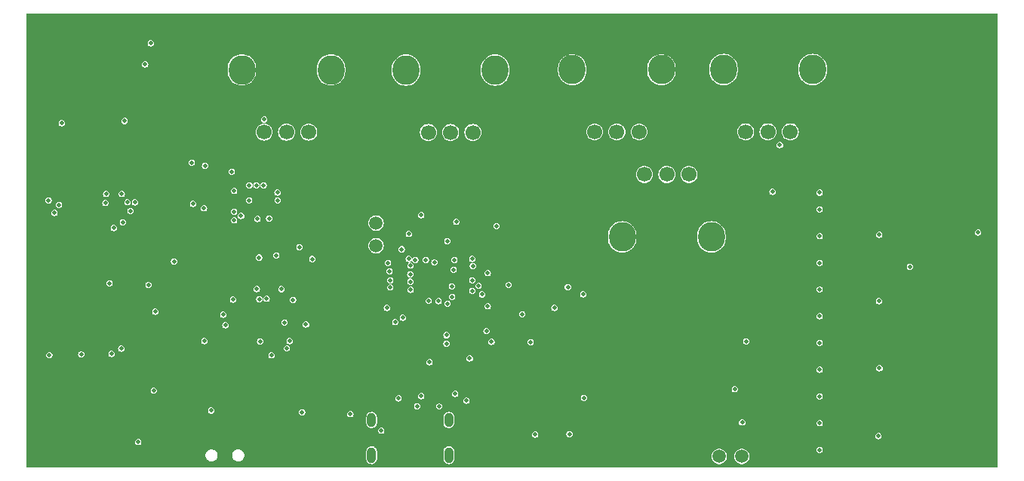
<source format=gbr>
%TF.GenerationSoftware,KiCad,Pcbnew,7.0.2-6a45011f42~172~ubuntu22.04.1*%
%TF.CreationDate,2023-05-03T10:24:55-07:00*%
%TF.ProjectId,hackathon-2022,6861636b-6174-4686-9f6e-2d323032322e,rev?*%
%TF.SameCoordinates,Original*%
%TF.FileFunction,Copper,L3,Inr*%
%TF.FilePolarity,Positive*%
%FSLAX46Y46*%
G04 Gerber Fmt 4.6, Leading zero omitted, Abs format (unit mm)*
G04 Created by KiCad (PCBNEW 7.0.2-6a45011f42~172~ubuntu22.04.1) date 2023-05-03 10:24:55*
%MOMM*%
%LPD*%
G01*
G04 APERTURE LIST*
%TA.AperFunction,ComponentPad*%
%ADD10C,1.700000*%
%TD*%
%TA.AperFunction,ComponentPad*%
%ADD11O,3.000000X3.300000*%
%TD*%
%TA.AperFunction,ComponentPad*%
%ADD12C,1.520000*%
%TD*%
%TA.AperFunction,ComponentPad*%
%ADD13O,1.000000X1.600000*%
%TD*%
%TA.AperFunction,ComponentPad*%
%ADD14O,1.000000X1.800000*%
%TD*%
%TA.AperFunction,ViaPad*%
%ADD15C,0.460000*%
%TD*%
G04 APERTURE END LIST*
D10*
%TO.N,VDD*%
%TO.C,R31*%
X148743714Y-95817671D03*
%TO.N,in_adc1*%
X151243714Y-95817671D03*
%TO.N,GND*%
X153743714Y-95817671D03*
D11*
%TO.N,unconnected-(R31-Pad4)*%
X156243714Y-88817671D03*
%TO.N,unconnected-(R31-Pad5)*%
X146243714Y-88817671D03*
%TD*%
D10*
%TO.N,VDD*%
%TO.C,R28*%
X111670450Y-95837487D03*
%TO.N,in_adc2*%
X114170450Y-95837487D03*
%TO.N,GND*%
X116670450Y-95837487D03*
D11*
%TO.N,unconnected-(R28-Pad4)*%
X119170450Y-88837487D03*
%TO.N,unconnected-(R28-Pad5)*%
X109170450Y-88837487D03*
%TD*%
D12*
%TO.N,Net-(U3-SWD)*%
%TO.C,J2*%
X124231509Y-108583566D03*
%TO.N,Net-(U3-SWCLK)*%
X124231509Y-106043566D03*
%TD*%
D13*
%TO.N,Net-(USB1-SHELL0)*%
%TO.C,USB1*%
X123725552Y-128164680D03*
D14*
X123725552Y-132104680D03*
X132375552Y-132104680D03*
D13*
X132375552Y-128164680D03*
%TD*%
D12*
%TO.N,Net-(U7-VO-)*%
%TO.C,J3*%
X165277522Y-132263141D03*
%TO.N,Net-(U7-VO+)*%
X162737522Y-132263141D03*
%TD*%
D10*
%TO.N,Net-(C25-Pad1)*%
%TO.C,R27*%
X159343123Y-100595783D03*
%TO.N,Net-(C24-Pad1)*%
X156843123Y-100595783D03*
%TO.N,Net-(C23-Pad1)*%
X154343123Y-100595783D03*
D11*
%TO.N,unconnected-(R27-Pad4)*%
X151843123Y-107595783D03*
%TO.N,unconnected-(R27-Pad5)*%
X161843123Y-107595783D03*
%TD*%
D10*
%TO.N,VDD*%
%TO.C,R30*%
X130091666Y-95868877D03*
%TO.N,in_adc*%
X132591666Y-95868877D03*
%TO.N,GND*%
X135091666Y-95868877D03*
D11*
%TO.N,unconnected-(R30-Pad4)*%
X137591666Y-88868877D03*
%TO.N,unconnected-(R30-Pad5)*%
X127591666Y-88868877D03*
%TD*%
D10*
%TO.N,VDD*%
%TO.C,R29*%
X165700513Y-95799691D03*
%TO.N,in_adc3*%
X168200513Y-95799691D03*
%TO.N,GND*%
X170700513Y-95799691D03*
D11*
%TO.N,unconnected-(R29-Pad4)*%
X173200513Y-88799691D03*
%TO.N,unconnected-(R29-Pad5)*%
X163200513Y-88799691D03*
%TD*%
D15*
%TO.N,Net-(U3-DVDD0)*%
X129823624Y-110171023D03*
X130137101Y-114787067D03*
X127905947Y-107264682D03*
%TO.N,audio-enable_gpio*%
X136121731Y-114061377D03*
X165757590Y-119331477D03*
%TO.N,tof-i2c_scl*%
X110911153Y-105583106D03*
X128088436Y-110821129D03*
%TO.N,rpi-led-i2c_sda*%
X103550198Y-99250304D03*
X125564913Y-110534125D03*
%TO.N,rows0_gpio*%
X132923738Y-111271137D03*
X191765116Y-107106866D03*
%TO.N,tof-en_gpio*%
X113162863Y-102620425D03*
X108040740Y-100276731D03*
X127894467Y-110079129D03*
%TO.N,enable1_gpio*%
X104958831Y-119294795D03*
X125823408Y-112471036D03*
%TO.N,cols0_gpio*%
X135730053Y-113092137D03*
X180590062Y-129966549D03*
%TO.N,rgb-drive2_gpio*%
X88957695Y-94828423D03*
X88138000Y-104902000D03*
%TO.N,VDD*%
X108300780Y-105730711D03*
X139103712Y-113001061D03*
X135084962Y-110861061D03*
X126385784Y-117167861D03*
X130765539Y-110462613D03*
X132761882Y-114333038D03*
X109082267Y-105243432D03*
X108300182Y-102435523D03*
X132118000Y-118632349D03*
X133096000Y-125222000D03*
X111670450Y-94417487D03*
X128067580Y-111803352D03*
X105033320Y-99612562D03*
X115628331Y-108739775D03*
X144239073Y-115576061D03*
X104930990Y-104386422D03*
X145746212Y-113251061D03*
%TO.N,rgb-drive18_gpio*%
X96338641Y-103708907D03*
%TO.N,enable0_gpio*%
X105732426Y-127098801D03*
X125823408Y-113271137D03*
%TO.N,cols1_gpio*%
X135023738Y-112471036D03*
X180709972Y-122347597D03*
%TO.N,rgb-drive20_gpio*%
X93861950Y-103790449D03*
X96008808Y-94588387D03*
%TO.N,rgb-drive25_gpio*%
X98323545Y-88225736D03*
X94809921Y-106595795D03*
%TO.N,cols2_gpio*%
X135023738Y-113671188D03*
X180649084Y-114817848D03*
%TO.N,cols3_gpio*%
X180689676Y-107369283D03*
X133023522Y-110171023D03*
%TO.N,rgb-drive26_gpio*%
X97171403Y-103727971D03*
%TO.N,SW-VOUT*%
X116363188Y-117432435D03*
X111209574Y-119343717D03*
%TO.N,rows1_gpio*%
X184120369Y-110950132D03*
X135023738Y-110070985D03*
%TO.N,P4V2*%
X172727828Y-128329456D03*
X88251257Y-101504462D03*
X101463021Y-123322752D03*
X172727828Y-110329456D03*
X113028331Y-108739775D03*
X101369276Y-102731156D03*
X89275954Y-85118590D03*
X172727828Y-122329456D03*
X92775954Y-85118590D03*
X171829726Y-104077368D03*
X101780969Y-109090658D03*
X113028331Y-110639775D03*
X163217590Y-124696477D03*
X172727828Y-113329456D03*
X172727828Y-107329456D03*
X172727828Y-102629456D03*
X96275954Y-92118590D03*
X92775954Y-88618590D03*
X172727828Y-116329456D03*
X96275954Y-88618590D03*
X103222695Y-114096955D03*
X89275954Y-88618590D03*
X109517152Y-128714060D03*
X111102048Y-108956506D03*
X172727828Y-125329456D03*
X89275954Y-92118590D03*
X96275954Y-85118590D03*
X92775954Y-92118590D03*
X172727828Y-119329456D03*
X172727828Y-131329456D03*
%TO.N,QSPI_SS*%
X140627231Y-116280918D03*
X147557265Y-125667432D03*
%TO.N,VBAT*%
X111942415Y-114545263D03*
X111134486Y-114583767D03*
X107088057Y-116332143D03*
X114528309Y-119306337D03*
%TO.N,led-data_gpio*%
X132223675Y-108071023D03*
X168692952Y-102544161D03*
%TO.N,QSPI_SD0*%
X131241388Y-114812071D03*
X141571144Y-119412436D03*
%TO.N,rgb-drive24_gpio*%
X95816779Y-105960680D03*
X98948125Y-85852334D03*
%TO.N,GND*%
X173987828Y-104509456D03*
X113028331Y-109689775D03*
X129286000Y-105156000D03*
X87481867Y-103489458D03*
X121354158Y-127502030D03*
X173987828Y-131509456D03*
X173987828Y-113509456D03*
X136751073Y-111661061D03*
X137178073Y-119386061D03*
X169534421Y-97291841D03*
X113954553Y-117223966D03*
X130224000Y-121666000D03*
X173987828Y-107509456D03*
X108300780Y-104754738D03*
X99286056Y-124863044D03*
X136751073Y-115381061D03*
X114214309Y-120115196D03*
X137744043Y-106375535D03*
X132118000Y-119589572D03*
X117077722Y-110084966D03*
X147468573Y-114051061D03*
X173987828Y-122509456D03*
X108179377Y-114643396D03*
X173987828Y-125509456D03*
X110854722Y-113452508D03*
X173987828Y-119509456D03*
X111612863Y-101795425D03*
X165303060Y-128430459D03*
X173987828Y-102629456D03*
X114918417Y-114678618D03*
X107311376Y-117520684D03*
X113610847Y-113467920D03*
X131308896Y-126629195D03*
X111102048Y-109913729D03*
X99458588Y-115999237D03*
X109987863Y-103495425D03*
X164487590Y-124696477D03*
X93940450Y-102772260D03*
X113187863Y-103495425D03*
X142072926Y-129793421D03*
X110812863Y-101795425D03*
X115925777Y-127279015D03*
X132740151Y-113144387D03*
X133231073Y-105901061D03*
X124802841Y-129352499D03*
X112493804Y-120898678D03*
X110012863Y-101795425D03*
X125428562Y-115567861D03*
X95701385Y-102772260D03*
X173987828Y-116509456D03*
X127233562Y-116671061D03*
X173987828Y-128509456D03*
X145923651Y-129749227D03*
X173987828Y-110509456D03*
%TO.N,QSPI_SD2*%
X136607162Y-118173551D03*
X132241274Y-115106832D03*
%TO.N,RP-USB-NET-DN*%
X129286000Y-125476000D03*
X126746000Y-125730000D03*
%TO.N,rpi-led-i2c_scl*%
X125737445Y-111468671D03*
X103698884Y-103892986D03*
%TO.N,Net-(LED20-A)*%
X94548956Y-120745920D03*
X91151196Y-120790335D03*
X94323724Y-112819719D03*
X98695265Y-113002571D03*
X87575776Y-120879165D03*
%TO.N,drive0_gpio*%
X95624744Y-120139599D03*
X97539888Y-130639109D03*
%TO.N,/4: led-drive_u/SCL*%
X101559912Y-110344316D03*
%TO.N,Net-(Q7-D)*%
X96668793Y-104700617D03*
X88646000Y-104013000D03*
%TO.N,Net-(USB1-CC2)*%
X128836236Y-126607479D03*
X134366000Y-125984000D03*
%TO.N,tof-i2c_sda*%
X112223764Y-105519847D03*
X127115141Y-108984663D03*
%TO.N,Net-(U3-RUN)*%
X128623725Y-110171023D03*
X134736530Y-121247730D03*
%TO.N,unconnected-(U3-GPIO22-Pad34)*%
X128083638Y-112623119D03*
%TO.N,unconnected-(U3-GPIO24-Pad36)*%
X128112742Y-113545967D03*
%TD*%
%TA.AperFunction,Conductor*%
%TO.N,P4V2*%
G36*
X193995899Y-82504101D02*
G01*
X194000000Y-82514000D01*
X194000000Y-133486000D01*
X193995899Y-133495899D01*
X193986000Y-133500000D01*
X85014000Y-133500000D01*
X85004101Y-133495899D01*
X85000000Y-133486000D01*
X85000000Y-132227566D01*
X105087652Y-132227566D01*
X105127142Y-132387784D01*
X105203827Y-132533895D01*
X105313251Y-132657409D01*
X105449053Y-132751147D01*
X105603343Y-132809661D01*
X105726047Y-132824560D01*
X105726477Y-132824560D01*
X105807827Y-132824560D01*
X105808257Y-132824560D01*
X105930961Y-132809661D01*
X106085251Y-132751147D01*
X106221053Y-132657409D01*
X106330477Y-132533895D01*
X106407162Y-132387784D01*
X106446652Y-132227566D01*
X108087652Y-132227566D01*
X108127142Y-132387784D01*
X108203827Y-132533895D01*
X108313251Y-132657409D01*
X108449053Y-132751147D01*
X108603343Y-132809661D01*
X108726047Y-132824560D01*
X108726477Y-132824560D01*
X108807827Y-132824560D01*
X108808257Y-132824560D01*
X108930961Y-132809661D01*
X109085251Y-132751147D01*
X109221053Y-132657409D01*
X109321488Y-132544041D01*
X123125052Y-132544041D01*
X123125111Y-132544493D01*
X123125112Y-132544500D01*
X123140507Y-132661441D01*
X123177665Y-132751147D01*
X123201016Y-132807521D01*
X123297270Y-132932962D01*
X123422711Y-133029216D01*
X123422712Y-133029216D01*
X123422713Y-133029217D01*
X123450263Y-133040628D01*
X123452980Y-133042125D01*
X123465724Y-133051121D01*
X123465725Y-133051121D01*
X123465726Y-133051122D01*
X123534936Y-133075719D01*
X123535564Y-133075961D01*
X123559162Y-133085735D01*
X123568787Y-133089723D01*
X123568790Y-133089724D01*
X123576147Y-133090692D01*
X123578988Y-133091375D01*
X123610648Y-133102628D01*
X123702714Y-133108925D01*
X123764091Y-133113123D01*
X123764091Y-133113122D01*
X123764093Y-133113123D01*
X123866492Y-133091843D01*
X123867486Y-133091675D01*
X123882314Y-133089724D01*
X123886753Y-133087884D01*
X123889256Y-133087113D01*
X123914679Y-133081831D01*
X123967199Y-133054616D01*
X123968261Y-133054122D01*
X124028393Y-133029216D01*
X124153834Y-132932962D01*
X124250088Y-132807521D01*
X124310596Y-132661442D01*
X124326052Y-132544041D01*
X131775052Y-132544041D01*
X131775111Y-132544493D01*
X131775112Y-132544500D01*
X131790507Y-132661441D01*
X131827665Y-132751147D01*
X131851016Y-132807521D01*
X131947270Y-132932962D01*
X132072711Y-133029216D01*
X132072712Y-133029216D01*
X132072713Y-133029217D01*
X132100263Y-133040628D01*
X132102980Y-133042125D01*
X132115724Y-133051121D01*
X132115725Y-133051121D01*
X132115726Y-133051122D01*
X132184936Y-133075719D01*
X132185564Y-133075961D01*
X132209162Y-133085735D01*
X132218787Y-133089723D01*
X132218790Y-133089724D01*
X132226147Y-133090692D01*
X132228988Y-133091375D01*
X132260648Y-133102628D01*
X132352714Y-133108924D01*
X132414091Y-133113123D01*
X132414091Y-133113122D01*
X132414093Y-133113123D01*
X132516492Y-133091843D01*
X132517486Y-133091675D01*
X132532314Y-133089724D01*
X132536753Y-133087884D01*
X132539256Y-133087113D01*
X132564679Y-133081831D01*
X132617199Y-133054616D01*
X132618261Y-133054122D01*
X132678393Y-133029216D01*
X132803834Y-132932962D01*
X132900088Y-132807521D01*
X132960596Y-132661442D01*
X132976052Y-132544041D01*
X132976052Y-132263140D01*
X161872281Y-132263140D01*
X161891189Y-132443033D01*
X161947086Y-132615068D01*
X162037526Y-132771714D01*
X162037528Y-132771716D01*
X162158563Y-132906140D01*
X162304902Y-133012461D01*
X162470148Y-133086033D01*
X162647080Y-133123641D01*
X162827964Y-133123641D01*
X163004896Y-133086033D01*
X163170142Y-133012461D01*
X163316481Y-132906140D01*
X163437516Y-132771716D01*
X163527958Y-132615066D01*
X163583854Y-132443035D01*
X163602762Y-132263141D01*
X163602762Y-132263140D01*
X164412281Y-132263140D01*
X164431189Y-132443033D01*
X164487086Y-132615068D01*
X164577526Y-132771714D01*
X164577528Y-132771716D01*
X164698563Y-132906140D01*
X164844902Y-133012461D01*
X165010148Y-133086033D01*
X165187080Y-133123641D01*
X165367964Y-133123641D01*
X165544896Y-133086033D01*
X165710142Y-133012461D01*
X165856481Y-132906140D01*
X165977516Y-132771716D01*
X166067958Y-132615066D01*
X166123854Y-132443035D01*
X166142762Y-132263141D01*
X166123854Y-132083247D01*
X166067958Y-131911216D01*
X166067957Y-131911215D01*
X166067957Y-131911213D01*
X165977517Y-131754567D01*
X165967463Y-131743401D01*
X165856481Y-131620142D01*
X165744760Y-131538972D01*
X165710144Y-131513822D01*
X165700336Y-131509455D01*
X173628908Y-131509455D01*
X173646476Y-131620368D01*
X173697457Y-131720425D01*
X173776858Y-131799826D01*
X173776860Y-131799827D01*
X173776861Y-131799828D01*
X173876916Y-131850808D01*
X173987828Y-131868375D01*
X174098740Y-131850808D01*
X174198795Y-131799828D01*
X174278200Y-131720423D01*
X174329180Y-131620368D01*
X174346747Y-131509456D01*
X174329180Y-131398544D01*
X174278200Y-131298489D01*
X174278199Y-131298488D01*
X174278198Y-131298486D01*
X174198797Y-131219085D01*
X174098740Y-131168104D01*
X173987828Y-131150536D01*
X173876915Y-131168104D01*
X173776858Y-131219085D01*
X173697457Y-131298486D01*
X173646476Y-131398543D01*
X173628908Y-131509455D01*
X165700336Y-131509455D01*
X165544894Y-131440248D01*
X165367964Y-131402641D01*
X165187080Y-131402641D01*
X165010149Y-131440248D01*
X164844899Y-131513822D01*
X164698564Y-131620141D01*
X164577526Y-131754567D01*
X164487086Y-131911213D01*
X164431189Y-132083248D01*
X164412281Y-132263140D01*
X163602762Y-132263140D01*
X163583854Y-132083247D01*
X163527958Y-131911216D01*
X163527957Y-131911215D01*
X163527957Y-131911213D01*
X163437517Y-131754567D01*
X163427463Y-131743401D01*
X163316481Y-131620142D01*
X163204760Y-131538972D01*
X163170144Y-131513822D01*
X163004894Y-131440248D01*
X162827964Y-131402641D01*
X162647080Y-131402641D01*
X162470149Y-131440248D01*
X162304899Y-131513822D01*
X162158564Y-131620141D01*
X162037526Y-131754567D01*
X161947086Y-131911213D01*
X161891189Y-132083248D01*
X161872281Y-132263140D01*
X132976052Y-132263140D01*
X132976052Y-131665319D01*
X132960596Y-131547918D01*
X132900088Y-131401839D01*
X132803834Y-131276398D01*
X132678393Y-131180144D01*
X132678392Y-131180143D01*
X132678390Y-131180142D01*
X132650840Y-131168731D01*
X132648126Y-131167237D01*
X132635378Y-131158238D01*
X132635376Y-131158237D01*
X132566187Y-131133647D01*
X132565517Y-131133389D01*
X132532313Y-131119635D01*
X132524966Y-131118668D01*
X132522105Y-131117980D01*
X132520785Y-131117511D01*
X132490456Y-131106732D01*
X132490455Y-131106731D01*
X132490453Y-131106731D01*
X132337011Y-131096236D01*
X132234629Y-131117511D01*
X132233609Y-131117684D01*
X132218792Y-131119635D01*
X132214350Y-131121474D01*
X132211844Y-131122245D01*
X132186426Y-131127528D01*
X132133917Y-131154735D01*
X132132834Y-131155238D01*
X132072712Y-131180143D01*
X131947270Y-131276398D01*
X131851015Y-131401840D01*
X131790507Y-131547918D01*
X131775112Y-131664859D01*
X131775111Y-131664867D01*
X131775052Y-131665319D01*
X131775052Y-132544041D01*
X124326052Y-132544041D01*
X124326052Y-131665319D01*
X124310596Y-131547918D01*
X124250088Y-131401839D01*
X124153834Y-131276398D01*
X124028393Y-131180144D01*
X124028392Y-131180143D01*
X124028390Y-131180142D01*
X124000840Y-131168731D01*
X123998126Y-131167237D01*
X123985378Y-131158238D01*
X123985376Y-131158237D01*
X123916187Y-131133647D01*
X123915517Y-131133389D01*
X123882313Y-131119635D01*
X123874966Y-131118668D01*
X123872105Y-131117980D01*
X123870785Y-131117511D01*
X123840456Y-131106732D01*
X123840455Y-131106731D01*
X123840453Y-131106731D01*
X123687011Y-131096236D01*
X123584629Y-131117511D01*
X123583609Y-131117684D01*
X123568792Y-131119635D01*
X123564350Y-131121474D01*
X123561844Y-131122245D01*
X123536426Y-131127528D01*
X123483917Y-131154735D01*
X123482834Y-131155238D01*
X123422712Y-131180143D01*
X123297270Y-131276398D01*
X123201015Y-131401840D01*
X123140507Y-131547918D01*
X123125112Y-131664859D01*
X123125111Y-131664867D01*
X123125052Y-131665319D01*
X123125052Y-132544041D01*
X109321488Y-132544041D01*
X109330477Y-132533895D01*
X109407162Y-132387784D01*
X109446652Y-132227566D01*
X109446652Y-132062554D01*
X109407162Y-131902336D01*
X109330477Y-131756225D01*
X109221053Y-131632711D01*
X109085251Y-131538973D01*
X109018933Y-131513822D01*
X108930963Y-131480459D01*
X108808683Y-131465611D01*
X108808671Y-131465610D01*
X108808257Y-131465560D01*
X108726047Y-131465560D01*
X108725633Y-131465610D01*
X108725620Y-131465611D01*
X108603340Y-131480459D01*
X108449055Y-131538972D01*
X108449054Y-131538972D01*
X108449053Y-131538973D01*
X108436094Y-131547918D01*
X108313250Y-131632711D01*
X108203826Y-131756226D01*
X108127142Y-131902335D01*
X108127141Y-131902336D01*
X108127142Y-131902336D01*
X108087652Y-132062554D01*
X108087652Y-132227566D01*
X106446652Y-132227566D01*
X106446652Y-132062554D01*
X106407162Y-131902336D01*
X106330477Y-131756225D01*
X106221053Y-131632711D01*
X106085251Y-131538973D01*
X106018933Y-131513822D01*
X105930963Y-131480459D01*
X105808683Y-131465611D01*
X105808671Y-131465610D01*
X105808257Y-131465560D01*
X105726047Y-131465560D01*
X105725633Y-131465610D01*
X105725620Y-131465611D01*
X105603340Y-131480459D01*
X105449055Y-131538972D01*
X105449054Y-131538972D01*
X105449053Y-131538973D01*
X105436094Y-131547918D01*
X105313250Y-131632711D01*
X105203826Y-131756226D01*
X105127142Y-131902335D01*
X105127141Y-131902336D01*
X105127142Y-131902336D01*
X105087652Y-132062554D01*
X105087652Y-132227566D01*
X85000000Y-132227566D01*
X85000000Y-130639108D01*
X97180968Y-130639108D01*
X97198536Y-130750021D01*
X97249517Y-130850078D01*
X97328918Y-130929479D01*
X97328920Y-130929480D01*
X97328921Y-130929481D01*
X97428976Y-130980461D01*
X97522320Y-130995245D01*
X97539887Y-130998028D01*
X97539887Y-130998027D01*
X97539888Y-130998028D01*
X97650800Y-130980461D01*
X97750855Y-130929481D01*
X97830260Y-130850076D01*
X97881240Y-130750021D01*
X97898807Y-130639109D01*
X97881240Y-130528197D01*
X97830260Y-130428142D01*
X97830259Y-130428141D01*
X97830258Y-130428139D01*
X97750857Y-130348738D01*
X97650800Y-130297757D01*
X97539887Y-130280189D01*
X97428975Y-130297757D01*
X97328918Y-130348738D01*
X97249517Y-130428139D01*
X97198536Y-130528196D01*
X97180968Y-130639108D01*
X85000000Y-130639108D01*
X85000000Y-129793421D01*
X141714006Y-129793421D01*
X141731574Y-129904333D01*
X141782555Y-130004390D01*
X141861956Y-130083791D01*
X141861958Y-130083792D01*
X141861959Y-130083793D01*
X141962014Y-130134773D01*
X142072926Y-130152340D01*
X142183838Y-130134773D01*
X142283893Y-130083793D01*
X142363298Y-130004388D01*
X142414278Y-129904333D01*
X142431845Y-129793421D01*
X142424845Y-129749227D01*
X145564731Y-129749227D01*
X145582299Y-129860139D01*
X145633280Y-129960196D01*
X145712681Y-130039597D01*
X145712683Y-130039598D01*
X145712684Y-130039599D01*
X145812739Y-130090579D01*
X145906083Y-130105363D01*
X145923650Y-130108146D01*
X145923650Y-130108145D01*
X145923651Y-130108146D01*
X146034563Y-130090579D01*
X146134618Y-130039599D01*
X146207669Y-129966548D01*
X180231142Y-129966548D01*
X180248710Y-130077461D01*
X180299691Y-130177518D01*
X180379092Y-130256919D01*
X180379094Y-130256920D01*
X180379095Y-130256921D01*
X180479150Y-130307901D01*
X180572494Y-130322685D01*
X180590061Y-130325468D01*
X180590061Y-130325467D01*
X180590062Y-130325468D01*
X180700974Y-130307901D01*
X180801029Y-130256921D01*
X180880434Y-130177516D01*
X180931414Y-130077461D01*
X180948981Y-129966549D01*
X180931414Y-129855637D01*
X180880434Y-129755582D01*
X180880433Y-129755581D01*
X180880432Y-129755579D01*
X180801031Y-129676178D01*
X180700974Y-129625197D01*
X180590061Y-129607629D01*
X180479149Y-129625197D01*
X180379092Y-129676178D01*
X180299691Y-129755579D01*
X180248710Y-129855636D01*
X180231142Y-129966548D01*
X146207669Y-129966548D01*
X146214023Y-129960194D01*
X146265003Y-129860139D01*
X146282570Y-129749227D01*
X146265003Y-129638315D01*
X146214023Y-129538260D01*
X146214022Y-129538259D01*
X146214021Y-129538257D01*
X146134620Y-129458856D01*
X146034563Y-129407875D01*
X145923650Y-129390307D01*
X145812738Y-129407875D01*
X145712681Y-129458856D01*
X145633280Y-129538257D01*
X145582299Y-129638314D01*
X145564731Y-129749227D01*
X142424845Y-129749227D01*
X142414278Y-129682509D01*
X142363298Y-129582454D01*
X142363297Y-129582453D01*
X142363296Y-129582451D01*
X142283895Y-129503050D01*
X142183838Y-129452069D01*
X142072926Y-129434501D01*
X141962013Y-129452069D01*
X141861956Y-129503050D01*
X141782555Y-129582451D01*
X141731574Y-129682508D01*
X141714006Y-129793421D01*
X85000000Y-129793421D01*
X85000000Y-129352499D01*
X124443921Y-129352499D01*
X124461489Y-129463411D01*
X124512470Y-129563468D01*
X124591871Y-129642869D01*
X124591873Y-129642870D01*
X124591874Y-129642871D01*
X124691929Y-129693851D01*
X124785272Y-129708635D01*
X124802840Y-129711418D01*
X124802840Y-129711417D01*
X124802841Y-129711418D01*
X124913753Y-129693851D01*
X125013808Y-129642871D01*
X125093213Y-129563466D01*
X125144193Y-129463411D01*
X125161760Y-129352499D01*
X125144193Y-129241587D01*
X125093213Y-129141532D01*
X125093212Y-129141531D01*
X125093211Y-129141529D01*
X125013810Y-129062128D01*
X124913753Y-129011147D01*
X124802840Y-128993579D01*
X124691928Y-129011147D01*
X124591871Y-129062128D01*
X124512470Y-129141529D01*
X124461489Y-129241586D01*
X124443921Y-129352499D01*
X85000000Y-129352499D01*
X85000000Y-128504041D01*
X123125052Y-128504041D01*
X123125111Y-128504493D01*
X123125112Y-128504500D01*
X123140507Y-128621441D01*
X123181676Y-128720831D01*
X123201016Y-128767521D01*
X123297270Y-128892962D01*
X123422711Y-128989216D01*
X123422712Y-128989216D01*
X123422713Y-128989217D01*
X123450263Y-129000628D01*
X123452980Y-129002125D01*
X123465724Y-129011121D01*
X123465725Y-129011121D01*
X123465726Y-129011122D01*
X123534936Y-129035719D01*
X123535564Y-129035961D01*
X123559162Y-129045735D01*
X123568787Y-129049723D01*
X123568790Y-129049724D01*
X123576147Y-129050692D01*
X123578988Y-129051375D01*
X123610648Y-129062628D01*
X123702714Y-129068925D01*
X123764091Y-129073123D01*
X123764091Y-129073122D01*
X123764093Y-129073123D01*
X123866492Y-129051843D01*
X123867486Y-129051675D01*
X123882314Y-129049724D01*
X123886753Y-129047884D01*
X123889256Y-129047113D01*
X123914679Y-129041831D01*
X123967199Y-129014616D01*
X123968261Y-129014122D01*
X124028393Y-128989216D01*
X124153834Y-128892962D01*
X124250088Y-128767521D01*
X124310596Y-128621442D01*
X124326052Y-128504041D01*
X131775052Y-128504041D01*
X131775111Y-128504493D01*
X131775112Y-128504500D01*
X131790507Y-128621441D01*
X131831676Y-128720831D01*
X131851016Y-128767521D01*
X131947270Y-128892962D01*
X132072711Y-128989216D01*
X132072712Y-128989216D01*
X132072713Y-128989217D01*
X132100263Y-129000628D01*
X132102980Y-129002125D01*
X132115724Y-129011121D01*
X132115725Y-129011121D01*
X132115726Y-129011122D01*
X132184936Y-129035719D01*
X132185564Y-129035961D01*
X132209162Y-129045735D01*
X132218787Y-129049723D01*
X132218790Y-129049724D01*
X132226147Y-129050692D01*
X132228988Y-129051375D01*
X132260648Y-129062628D01*
X132352714Y-129068924D01*
X132414091Y-129073123D01*
X132414091Y-129073122D01*
X132414093Y-129073123D01*
X132516492Y-129051843D01*
X132517486Y-129051675D01*
X132532314Y-129049724D01*
X132536753Y-129047884D01*
X132539256Y-129047113D01*
X132564679Y-129041831D01*
X132617199Y-129014616D01*
X132618261Y-129014122D01*
X132678393Y-128989216D01*
X132803834Y-128892962D01*
X132900088Y-128767521D01*
X132960596Y-128621442D01*
X132976052Y-128504041D01*
X132976052Y-128430458D01*
X164944140Y-128430458D01*
X164961708Y-128541371D01*
X165012689Y-128641428D01*
X165092090Y-128720829D01*
X165092092Y-128720830D01*
X165092093Y-128720831D01*
X165192148Y-128771811D01*
X165303060Y-128789378D01*
X165413972Y-128771811D01*
X165514027Y-128720831D01*
X165593432Y-128641426D01*
X165644412Y-128541371D01*
X165649467Y-128509456D01*
X173628908Y-128509456D01*
X173646476Y-128620368D01*
X173697457Y-128720425D01*
X173776858Y-128799826D01*
X173776860Y-128799827D01*
X173776861Y-128799828D01*
X173876916Y-128850808D01*
X173987828Y-128868375D01*
X174098740Y-128850808D01*
X174198795Y-128799828D01*
X174278200Y-128720423D01*
X174329180Y-128620368D01*
X174346747Y-128509456D01*
X174329180Y-128398544D01*
X174278200Y-128298489D01*
X174278199Y-128298488D01*
X174278198Y-128298486D01*
X174198797Y-128219085D01*
X174098740Y-128168104D01*
X173987828Y-128150536D01*
X173876915Y-128168104D01*
X173776858Y-128219085D01*
X173697457Y-128298486D01*
X173646476Y-128398543D01*
X173628908Y-128509456D01*
X165649467Y-128509456D01*
X165661979Y-128430459D01*
X165644412Y-128319547D01*
X165593432Y-128219492D01*
X165593431Y-128219491D01*
X165593430Y-128219489D01*
X165514029Y-128140088D01*
X165413972Y-128089107D01*
X165303060Y-128071539D01*
X165192147Y-128089107D01*
X165092090Y-128140088D01*
X165012689Y-128219489D01*
X164961708Y-128319546D01*
X164944140Y-128430458D01*
X132976052Y-128430458D01*
X132976052Y-127825319D01*
X132960596Y-127707918D01*
X132900088Y-127561839D01*
X132803834Y-127436398D01*
X132678393Y-127340144D01*
X132678392Y-127340143D01*
X132678390Y-127340142D01*
X132650840Y-127328731D01*
X132648126Y-127327237D01*
X132635378Y-127318238D01*
X132635376Y-127318237D01*
X132566187Y-127293647D01*
X132565517Y-127293389D01*
X132532313Y-127279635D01*
X132524966Y-127278668D01*
X132522105Y-127277980D01*
X132520785Y-127277511D01*
X132490456Y-127266732D01*
X132490455Y-127266731D01*
X132490453Y-127266731D01*
X132337011Y-127256236D01*
X132234629Y-127277511D01*
X132233609Y-127277684D01*
X132218792Y-127279635D01*
X132214350Y-127281474D01*
X132211844Y-127282245D01*
X132186426Y-127287528D01*
X132133917Y-127314735D01*
X132132834Y-127315238D01*
X132072712Y-127340143D01*
X131947270Y-127436398D01*
X131851015Y-127561840D01*
X131790507Y-127707918D01*
X131775112Y-127824859D01*
X131775111Y-127824867D01*
X131775052Y-127825319D01*
X131775052Y-128504041D01*
X124326052Y-128504041D01*
X124326052Y-127825319D01*
X124310596Y-127707918D01*
X124250088Y-127561839D01*
X124153834Y-127436398D01*
X124028393Y-127340144D01*
X124028392Y-127340143D01*
X124028390Y-127340142D01*
X124000840Y-127328731D01*
X123998126Y-127327237D01*
X123985378Y-127318238D01*
X123985376Y-127318237D01*
X123916187Y-127293647D01*
X123915517Y-127293389D01*
X123882313Y-127279635D01*
X123874966Y-127278668D01*
X123872105Y-127277980D01*
X123870785Y-127277511D01*
X123840456Y-127266732D01*
X123840455Y-127266731D01*
X123840453Y-127266731D01*
X123687011Y-127256236D01*
X123584629Y-127277511D01*
X123583609Y-127277684D01*
X123568792Y-127279635D01*
X123564350Y-127281474D01*
X123561844Y-127282245D01*
X123536426Y-127287528D01*
X123483917Y-127314735D01*
X123482834Y-127315238D01*
X123422712Y-127340143D01*
X123297270Y-127436398D01*
X123201015Y-127561840D01*
X123140507Y-127707918D01*
X123125112Y-127824859D01*
X123125111Y-127824867D01*
X123125052Y-127825319D01*
X123125052Y-128504041D01*
X85000000Y-128504041D01*
X85000000Y-127098801D01*
X105373506Y-127098801D01*
X105391074Y-127209713D01*
X105442055Y-127309770D01*
X105521456Y-127389171D01*
X105521458Y-127389172D01*
X105521459Y-127389173D01*
X105621514Y-127440153D01*
X105732426Y-127457720D01*
X105843338Y-127440153D01*
X105943393Y-127389173D01*
X106022798Y-127309768D01*
X106038467Y-127279015D01*
X115566857Y-127279015D01*
X115584425Y-127389927D01*
X115635406Y-127489984D01*
X115714807Y-127569385D01*
X115714809Y-127569386D01*
X115714810Y-127569387D01*
X115814865Y-127620367D01*
X115908208Y-127635151D01*
X115925776Y-127637934D01*
X115925776Y-127637933D01*
X115925777Y-127637934D01*
X116036689Y-127620367D01*
X116136744Y-127569387D01*
X116204102Y-127502029D01*
X120995238Y-127502029D01*
X121012806Y-127612942D01*
X121063787Y-127712999D01*
X121143188Y-127792400D01*
X121143190Y-127792401D01*
X121143191Y-127792402D01*
X121243246Y-127843382D01*
X121336590Y-127858166D01*
X121354157Y-127860949D01*
X121354157Y-127860948D01*
X121354158Y-127860949D01*
X121465070Y-127843382D01*
X121565125Y-127792402D01*
X121644530Y-127712997D01*
X121695510Y-127612942D01*
X121713077Y-127502030D01*
X121695510Y-127391118D01*
X121644530Y-127291063D01*
X121644529Y-127291062D01*
X121644528Y-127291060D01*
X121565127Y-127211659D01*
X121465070Y-127160678D01*
X121354158Y-127143110D01*
X121243245Y-127160678D01*
X121143188Y-127211659D01*
X121063787Y-127291060D01*
X121012806Y-127391117D01*
X120995238Y-127502029D01*
X116204102Y-127502029D01*
X116216149Y-127489982D01*
X116267129Y-127389927D01*
X116284696Y-127279015D01*
X116267129Y-127168103D01*
X116216149Y-127068048D01*
X116216148Y-127068047D01*
X116216147Y-127068045D01*
X116136746Y-126988644D01*
X116036689Y-126937663D01*
X115925776Y-126920095D01*
X115814864Y-126937663D01*
X115714807Y-126988644D01*
X115635406Y-127068045D01*
X115584425Y-127168102D01*
X115566857Y-127279015D01*
X106038467Y-127279015D01*
X106073778Y-127209713D01*
X106091345Y-127098801D01*
X106073778Y-126987889D01*
X106022798Y-126887834D01*
X106022797Y-126887833D01*
X106022796Y-126887831D01*
X105943395Y-126808430D01*
X105843338Y-126757449D01*
X105732426Y-126739881D01*
X105621513Y-126757449D01*
X105521456Y-126808430D01*
X105442055Y-126887831D01*
X105391074Y-126987888D01*
X105373506Y-127098801D01*
X85000000Y-127098801D01*
X85000000Y-126607478D01*
X128477316Y-126607478D01*
X128494884Y-126718391D01*
X128545865Y-126818448D01*
X128625266Y-126897849D01*
X128625268Y-126897850D01*
X128625269Y-126897851D01*
X128725324Y-126948831D01*
X128818668Y-126963615D01*
X128836235Y-126966398D01*
X128836235Y-126966397D01*
X128836236Y-126966398D01*
X128947148Y-126948831D01*
X129047203Y-126897851D01*
X129126608Y-126818446D01*
X129177588Y-126718391D01*
X129191715Y-126629195D01*
X130949976Y-126629195D01*
X130967544Y-126740107D01*
X131018525Y-126840164D01*
X131097926Y-126919565D01*
X131097928Y-126919566D01*
X131097929Y-126919567D01*
X131197984Y-126970547D01*
X131308896Y-126988114D01*
X131419808Y-126970547D01*
X131519863Y-126919567D01*
X131599268Y-126840162D01*
X131650248Y-126740107D01*
X131667815Y-126629195D01*
X131650248Y-126518283D01*
X131599268Y-126418228D01*
X131599267Y-126418227D01*
X131599266Y-126418225D01*
X131519865Y-126338824D01*
X131419808Y-126287843D01*
X131308896Y-126270275D01*
X131197983Y-126287843D01*
X131097926Y-126338824D01*
X131018525Y-126418225D01*
X130967544Y-126518282D01*
X130949976Y-126629195D01*
X129191715Y-126629195D01*
X129195155Y-126607479D01*
X129177588Y-126496567D01*
X129126608Y-126396512D01*
X129126607Y-126396511D01*
X129126606Y-126396509D01*
X129047205Y-126317108D01*
X128947148Y-126266127D01*
X128836236Y-126248559D01*
X128725323Y-126266127D01*
X128625266Y-126317108D01*
X128545865Y-126396509D01*
X128494884Y-126496566D01*
X128477316Y-126607478D01*
X85000000Y-126607478D01*
X85000000Y-125729999D01*
X126387080Y-125729999D01*
X126404648Y-125840912D01*
X126455629Y-125940969D01*
X126535030Y-126020370D01*
X126535032Y-126020371D01*
X126535033Y-126020372D01*
X126635088Y-126071352D01*
X126728432Y-126086136D01*
X126745999Y-126088919D01*
X126745999Y-126088918D01*
X126746000Y-126088919D01*
X126856912Y-126071352D01*
X126956967Y-126020372D01*
X126993339Y-125984000D01*
X134007080Y-125984000D01*
X134024648Y-126094912D01*
X134075629Y-126194969D01*
X134155030Y-126274370D01*
X134155032Y-126274371D01*
X134155033Y-126274372D01*
X134255088Y-126325352D01*
X134366000Y-126342919D01*
X134476912Y-126325352D01*
X134576967Y-126274372D01*
X134656372Y-126194967D01*
X134707352Y-126094912D01*
X134724919Y-125984000D01*
X134707352Y-125873088D01*
X134656372Y-125773033D01*
X134656371Y-125773032D01*
X134656370Y-125773030D01*
X134576969Y-125693629D01*
X134525552Y-125667431D01*
X147198345Y-125667431D01*
X147215913Y-125778344D01*
X147266894Y-125878401D01*
X147346295Y-125957802D01*
X147346297Y-125957803D01*
X147346298Y-125957804D01*
X147446353Y-126008784D01*
X147539696Y-126023568D01*
X147557264Y-126026351D01*
X147557264Y-126026350D01*
X147557265Y-126026351D01*
X147668177Y-126008784D01*
X147768232Y-125957804D01*
X147847637Y-125878399D01*
X147898617Y-125778344D01*
X147916184Y-125667432D01*
X147898617Y-125556520D01*
X147874636Y-125509455D01*
X173628908Y-125509455D01*
X173646476Y-125620368D01*
X173697457Y-125720425D01*
X173776858Y-125799826D01*
X173776860Y-125799827D01*
X173776861Y-125799828D01*
X173876916Y-125850808D01*
X173987828Y-125868375D01*
X174098740Y-125850808D01*
X174198795Y-125799828D01*
X174278200Y-125720423D01*
X174329180Y-125620368D01*
X174346747Y-125509456D01*
X174329180Y-125398544D01*
X174278200Y-125298489D01*
X174278199Y-125298488D01*
X174278198Y-125298486D01*
X174198797Y-125219085D01*
X174098740Y-125168104D01*
X173987828Y-125150536D01*
X173876915Y-125168104D01*
X173776858Y-125219085D01*
X173697457Y-125298486D01*
X173646476Y-125398543D01*
X173628908Y-125509455D01*
X147874636Y-125509455D01*
X147847637Y-125456465D01*
X147847636Y-125456464D01*
X147847635Y-125456462D01*
X147768234Y-125377061D01*
X147668177Y-125326080D01*
X147557264Y-125308512D01*
X147446352Y-125326080D01*
X147346295Y-125377061D01*
X147266894Y-125456462D01*
X147215913Y-125556519D01*
X147198345Y-125667431D01*
X134525552Y-125667431D01*
X134476912Y-125642648D01*
X134366000Y-125625080D01*
X134255087Y-125642648D01*
X134155030Y-125693629D01*
X134075629Y-125773030D01*
X134024648Y-125873087D01*
X134007080Y-125984000D01*
X126993339Y-125984000D01*
X127036372Y-125940967D01*
X127087352Y-125840912D01*
X127104919Y-125730000D01*
X127103402Y-125720425D01*
X127095009Y-125667432D01*
X127087352Y-125619088D01*
X127036372Y-125519033D01*
X127036371Y-125519032D01*
X127036370Y-125519030D01*
X126993340Y-125476000D01*
X128927080Y-125476000D01*
X128944648Y-125586912D01*
X128995629Y-125686969D01*
X129075030Y-125766370D01*
X129075032Y-125766371D01*
X129075033Y-125766372D01*
X129175088Y-125817352D01*
X129286000Y-125834919D01*
X129396912Y-125817352D01*
X129496967Y-125766372D01*
X129576372Y-125686967D01*
X129627352Y-125586912D01*
X129644919Y-125476000D01*
X129627352Y-125365088D01*
X129576372Y-125265033D01*
X129576371Y-125265032D01*
X129576370Y-125265030D01*
X129533340Y-125222000D01*
X132737080Y-125222000D01*
X132754648Y-125332912D01*
X132805629Y-125432969D01*
X132885030Y-125512370D01*
X132885032Y-125512371D01*
X132885033Y-125512372D01*
X132985088Y-125563352D01*
X133096000Y-125580919D01*
X133206912Y-125563352D01*
X133306967Y-125512372D01*
X133386372Y-125432967D01*
X133437352Y-125332912D01*
X133454919Y-125222000D01*
X133437352Y-125111088D01*
X133386372Y-125011033D01*
X133386371Y-125011032D01*
X133386370Y-125011030D01*
X133306969Y-124931629D01*
X133206912Y-124880648D01*
X133096000Y-124863080D01*
X132985087Y-124880648D01*
X132885030Y-124931629D01*
X132805629Y-125011030D01*
X132754648Y-125111087D01*
X132737080Y-125222000D01*
X129533340Y-125222000D01*
X129496969Y-125185629D01*
X129396912Y-125134648D01*
X129286000Y-125117080D01*
X129175087Y-125134648D01*
X129075030Y-125185629D01*
X128995629Y-125265030D01*
X128944648Y-125365087D01*
X128927080Y-125476000D01*
X126993340Y-125476000D01*
X126956969Y-125439629D01*
X126856912Y-125388648D01*
X126745999Y-125371080D01*
X126635087Y-125388648D01*
X126535030Y-125439629D01*
X126455629Y-125519030D01*
X126404648Y-125619087D01*
X126387080Y-125729999D01*
X85000000Y-125729999D01*
X85000000Y-124863043D01*
X98927136Y-124863043D01*
X98944704Y-124973956D01*
X98995685Y-125074013D01*
X99075086Y-125153414D01*
X99075088Y-125153415D01*
X99075089Y-125153416D01*
X99175144Y-125204396D01*
X99286056Y-125221963D01*
X99396968Y-125204396D01*
X99497023Y-125153416D01*
X99576428Y-125074011D01*
X99627408Y-124973956D01*
X99644975Y-124863044D01*
X99627408Y-124752132D01*
X99599051Y-124696477D01*
X164128670Y-124696477D01*
X164146238Y-124807389D01*
X164197219Y-124907446D01*
X164276620Y-124986847D01*
X164276622Y-124986848D01*
X164276623Y-124986849D01*
X164376678Y-125037829D01*
X164487590Y-125055396D01*
X164598502Y-125037829D01*
X164698557Y-124986849D01*
X164777962Y-124907444D01*
X164828942Y-124807389D01*
X164846509Y-124696477D01*
X164828942Y-124585565D01*
X164777962Y-124485510D01*
X164777961Y-124485509D01*
X164777960Y-124485507D01*
X164698559Y-124406106D01*
X164598502Y-124355125D01*
X164487589Y-124337557D01*
X164376677Y-124355125D01*
X164276620Y-124406106D01*
X164197219Y-124485507D01*
X164146238Y-124585564D01*
X164128670Y-124696477D01*
X99599051Y-124696477D01*
X99576428Y-124652077D01*
X99576427Y-124652076D01*
X99576426Y-124652074D01*
X99497025Y-124572673D01*
X99396968Y-124521692D01*
X99286056Y-124504124D01*
X99175143Y-124521692D01*
X99075086Y-124572673D01*
X98995685Y-124652074D01*
X98944704Y-124752131D01*
X98927136Y-124863043D01*
X85000000Y-124863043D01*
X85000000Y-122509456D01*
X173628908Y-122509456D01*
X173646476Y-122620368D01*
X173697457Y-122720425D01*
X173776858Y-122799826D01*
X173776860Y-122799827D01*
X173776861Y-122799828D01*
X173876916Y-122850808D01*
X173987828Y-122868375D01*
X174098740Y-122850808D01*
X174198795Y-122799828D01*
X174278200Y-122720423D01*
X174329180Y-122620368D01*
X174346747Y-122509456D01*
X174329180Y-122398544D01*
X174303221Y-122347596D01*
X180351052Y-122347596D01*
X180368620Y-122458509D01*
X180419601Y-122558566D01*
X180499002Y-122637967D01*
X180499004Y-122637968D01*
X180499005Y-122637969D01*
X180599060Y-122688949D01*
X180709972Y-122706516D01*
X180820884Y-122688949D01*
X180920939Y-122637969D01*
X181000344Y-122558564D01*
X181051324Y-122458509D01*
X181068891Y-122347597D01*
X181051324Y-122236685D01*
X181000344Y-122136630D01*
X181000343Y-122136629D01*
X181000342Y-122136627D01*
X180920941Y-122057226D01*
X180820884Y-122006245D01*
X180709972Y-121988677D01*
X180599059Y-122006245D01*
X180499002Y-122057226D01*
X180419601Y-122136627D01*
X180368620Y-122236684D01*
X180351052Y-122347596D01*
X174303221Y-122347596D01*
X174278200Y-122298489D01*
X174278199Y-122298488D01*
X174278198Y-122298486D01*
X174198797Y-122219085D01*
X174098740Y-122168104D01*
X173987828Y-122150536D01*
X173876915Y-122168104D01*
X173776858Y-122219085D01*
X173697457Y-122298486D01*
X173646476Y-122398543D01*
X173628908Y-122509456D01*
X85000000Y-122509456D01*
X85000000Y-121665999D01*
X129865080Y-121665999D01*
X129882648Y-121776912D01*
X129933629Y-121876969D01*
X130013030Y-121956370D01*
X130013032Y-121956371D01*
X130013033Y-121956372D01*
X130113088Y-122007352D01*
X130224000Y-122024919D01*
X130334912Y-122007352D01*
X130434967Y-121956372D01*
X130514372Y-121876967D01*
X130565352Y-121776912D01*
X130582919Y-121666000D01*
X130565352Y-121555088D01*
X130514372Y-121455033D01*
X130514371Y-121455032D01*
X130514370Y-121455030D01*
X130434969Y-121375629D01*
X130334912Y-121324648D01*
X130224000Y-121307080D01*
X130113087Y-121324648D01*
X130013030Y-121375629D01*
X129933629Y-121455030D01*
X129882648Y-121555087D01*
X129865080Y-121665999D01*
X85000000Y-121665999D01*
X85000000Y-120879165D01*
X87216856Y-120879165D01*
X87234424Y-120990077D01*
X87285405Y-121090134D01*
X87364806Y-121169535D01*
X87364808Y-121169536D01*
X87364809Y-121169537D01*
X87464864Y-121220517D01*
X87575776Y-121238084D01*
X87686688Y-121220517D01*
X87786743Y-121169537D01*
X87866148Y-121090132D01*
X87917128Y-120990077D01*
X87934695Y-120879165D01*
X87920625Y-120790335D01*
X90792276Y-120790335D01*
X90809844Y-120901247D01*
X90860825Y-121001304D01*
X90940226Y-121080705D01*
X90940228Y-121080706D01*
X90940229Y-121080707D01*
X91040284Y-121131687D01*
X91151196Y-121149254D01*
X91262108Y-121131687D01*
X91362163Y-121080707D01*
X91441568Y-121001302D01*
X91492548Y-120901247D01*
X91510115Y-120790335D01*
X91503080Y-120745919D01*
X94190036Y-120745919D01*
X94207604Y-120856832D01*
X94258585Y-120956889D01*
X94337986Y-121036290D01*
X94337988Y-121036291D01*
X94337989Y-121036292D01*
X94438044Y-121087272D01*
X94548956Y-121104839D01*
X94659868Y-121087272D01*
X94759923Y-121036292D01*
X94839328Y-120956887D01*
X94868987Y-120898678D01*
X112134884Y-120898678D01*
X112152452Y-121009590D01*
X112203433Y-121109647D01*
X112282834Y-121189048D01*
X112282836Y-121189049D01*
X112282837Y-121189050D01*
X112382892Y-121240030D01*
X112476236Y-121254814D01*
X112493803Y-121257597D01*
X112493803Y-121257596D01*
X112493804Y-121257597D01*
X112556101Y-121247730D01*
X134377610Y-121247730D01*
X134395178Y-121358642D01*
X134446159Y-121458699D01*
X134525560Y-121538100D01*
X134525562Y-121538101D01*
X134525563Y-121538102D01*
X134625618Y-121589082D01*
X134718961Y-121603866D01*
X134736529Y-121606649D01*
X134736529Y-121606648D01*
X134736530Y-121606649D01*
X134847442Y-121589082D01*
X134947497Y-121538102D01*
X135026902Y-121458697D01*
X135077882Y-121358642D01*
X135095449Y-121247730D01*
X135077882Y-121136818D01*
X135026902Y-121036763D01*
X135026901Y-121036762D01*
X135026900Y-121036760D01*
X134947499Y-120957359D01*
X134847442Y-120906378D01*
X134736529Y-120888810D01*
X134625617Y-120906378D01*
X134525560Y-120957359D01*
X134446159Y-121036760D01*
X134395178Y-121136817D01*
X134377610Y-121247730D01*
X112556101Y-121247730D01*
X112604716Y-121240030D01*
X112704771Y-121189050D01*
X112784176Y-121109645D01*
X112835156Y-121009590D01*
X112852723Y-120898678D01*
X112835156Y-120787766D01*
X112784176Y-120687711D01*
X112784175Y-120687710D01*
X112784174Y-120687708D01*
X112704773Y-120608307D01*
X112604716Y-120557326D01*
X112493803Y-120539758D01*
X112382891Y-120557326D01*
X112282834Y-120608307D01*
X112203433Y-120687708D01*
X112152452Y-120787765D01*
X112134884Y-120898678D01*
X94868987Y-120898678D01*
X94890308Y-120856832D01*
X94907875Y-120745920D01*
X94890308Y-120635008D01*
X94839328Y-120534953D01*
X94839327Y-120534952D01*
X94839326Y-120534950D01*
X94759925Y-120455549D01*
X94659868Y-120404568D01*
X94548956Y-120387000D01*
X94438043Y-120404568D01*
X94337986Y-120455549D01*
X94258585Y-120534950D01*
X94207604Y-120635007D01*
X94190036Y-120745919D01*
X91503080Y-120745919D01*
X91492548Y-120679423D01*
X91441568Y-120579368D01*
X91441567Y-120579367D01*
X91441566Y-120579365D01*
X91362165Y-120499964D01*
X91262108Y-120448983D01*
X91151196Y-120431415D01*
X91040283Y-120448983D01*
X90940226Y-120499964D01*
X90860825Y-120579365D01*
X90809844Y-120679422D01*
X90792276Y-120790335D01*
X87920625Y-120790335D01*
X87917128Y-120768253D01*
X87866148Y-120668198D01*
X87866147Y-120668197D01*
X87866146Y-120668195D01*
X87786745Y-120588794D01*
X87686688Y-120537813D01*
X87575776Y-120520245D01*
X87464863Y-120537813D01*
X87364806Y-120588794D01*
X87285405Y-120668195D01*
X87234424Y-120768252D01*
X87216856Y-120879165D01*
X85000000Y-120879165D01*
X85000000Y-120139598D01*
X95265824Y-120139598D01*
X95283392Y-120250511D01*
X95334373Y-120350568D01*
X95413774Y-120429969D01*
X95413776Y-120429970D01*
X95413777Y-120429971D01*
X95513832Y-120480951D01*
X95607176Y-120495735D01*
X95624743Y-120498518D01*
X95624743Y-120498517D01*
X95624744Y-120498518D01*
X95735656Y-120480951D01*
X95835711Y-120429971D01*
X95915116Y-120350566D01*
X95966096Y-120250511D01*
X95983663Y-120139599D01*
X95979798Y-120115196D01*
X113855389Y-120115196D01*
X113872957Y-120226108D01*
X113923938Y-120326165D01*
X114003339Y-120405566D01*
X114003341Y-120405567D01*
X114003342Y-120405568D01*
X114103397Y-120456548D01*
X114196740Y-120471332D01*
X114214308Y-120474115D01*
X114214308Y-120474114D01*
X114214309Y-120474115D01*
X114325221Y-120456548D01*
X114425276Y-120405568D01*
X114504681Y-120326163D01*
X114555661Y-120226108D01*
X114573228Y-120115196D01*
X114555661Y-120004284D01*
X114504681Y-119904229D01*
X114504680Y-119904228D01*
X114504679Y-119904226D01*
X114425278Y-119824825D01*
X114325221Y-119773844D01*
X114214309Y-119756276D01*
X114103396Y-119773844D01*
X114003339Y-119824825D01*
X113923938Y-119904226D01*
X113872957Y-120004283D01*
X113855389Y-120115196D01*
X95979798Y-120115196D01*
X95966096Y-120028687D01*
X95915116Y-119928632D01*
X95915115Y-119928631D01*
X95915114Y-119928629D01*
X95835713Y-119849228D01*
X95735656Y-119798247D01*
X95624743Y-119780679D01*
X95513831Y-119798247D01*
X95413774Y-119849228D01*
X95334373Y-119928629D01*
X95283392Y-120028686D01*
X95265824Y-120139598D01*
X85000000Y-120139598D01*
X85000000Y-119294794D01*
X104599911Y-119294794D01*
X104617479Y-119405707D01*
X104668460Y-119505764D01*
X104747861Y-119585165D01*
X104747863Y-119585166D01*
X104747864Y-119585167D01*
X104847919Y-119636147D01*
X104958831Y-119653714D01*
X105069743Y-119636147D01*
X105169798Y-119585167D01*
X105249203Y-119505762D01*
X105300183Y-119405707D01*
X105310002Y-119343716D01*
X110850654Y-119343716D01*
X110868222Y-119454629D01*
X110919203Y-119554686D01*
X110998604Y-119634087D01*
X110998606Y-119634088D01*
X110998607Y-119634089D01*
X111098662Y-119685069D01*
X111209574Y-119702636D01*
X111320486Y-119685069D01*
X111420541Y-119634089D01*
X111499946Y-119554684D01*
X111550926Y-119454629D01*
X111568493Y-119343717D01*
X111562573Y-119306337D01*
X114169389Y-119306337D01*
X114186957Y-119417249D01*
X114237938Y-119517306D01*
X114317339Y-119596707D01*
X114317341Y-119596708D01*
X114317342Y-119596709D01*
X114417397Y-119647689D01*
X114528309Y-119665256D01*
X114639221Y-119647689D01*
X114739276Y-119596709D01*
X114746413Y-119589572D01*
X131759080Y-119589572D01*
X131776648Y-119700484D01*
X131827629Y-119800541D01*
X131907030Y-119879942D01*
X131907032Y-119879943D01*
X131907033Y-119879944D01*
X132007088Y-119930924D01*
X132118000Y-119948491D01*
X132228912Y-119930924D01*
X132328967Y-119879944D01*
X132408372Y-119800539D01*
X132459352Y-119700484D01*
X132476919Y-119589572D01*
X132459352Y-119478660D01*
X132412170Y-119386060D01*
X136819153Y-119386060D01*
X136836721Y-119496973D01*
X136887702Y-119597030D01*
X136967103Y-119676431D01*
X136967105Y-119676432D01*
X136967106Y-119676433D01*
X137067161Y-119727413D01*
X137160504Y-119742197D01*
X137178072Y-119744980D01*
X137178072Y-119744979D01*
X137178073Y-119744980D01*
X137288985Y-119727413D01*
X137389040Y-119676433D01*
X137468445Y-119597028D01*
X137519425Y-119496973D01*
X137532815Y-119412436D01*
X141212224Y-119412436D01*
X141229792Y-119523348D01*
X141280773Y-119623405D01*
X141360174Y-119702806D01*
X141360176Y-119702807D01*
X141360177Y-119702808D01*
X141460232Y-119753788D01*
X141571144Y-119771355D01*
X141682056Y-119753788D01*
X141782111Y-119702808D01*
X141861516Y-119623403D01*
X141912496Y-119523348D01*
X141930063Y-119412436D01*
X141917240Y-119331477D01*
X165398670Y-119331477D01*
X165416238Y-119442389D01*
X165467219Y-119542446D01*
X165546620Y-119621847D01*
X165546622Y-119621848D01*
X165546623Y-119621849D01*
X165646678Y-119672829D01*
X165757590Y-119690396D01*
X165868502Y-119672829D01*
X165968557Y-119621849D01*
X166047962Y-119542444D01*
X166064771Y-119509455D01*
X173628908Y-119509455D01*
X173646476Y-119620368D01*
X173697457Y-119720425D01*
X173776858Y-119799826D01*
X173776860Y-119799827D01*
X173776861Y-119799828D01*
X173876916Y-119850808D01*
X173987828Y-119868375D01*
X174098740Y-119850808D01*
X174198795Y-119799828D01*
X174278200Y-119720423D01*
X174329180Y-119620368D01*
X174346747Y-119509456D01*
X174329180Y-119398544D01*
X174278200Y-119298489D01*
X174278199Y-119298488D01*
X174278198Y-119298486D01*
X174198797Y-119219085D01*
X174098740Y-119168104D01*
X173987828Y-119150536D01*
X173876915Y-119168104D01*
X173776858Y-119219085D01*
X173697457Y-119298486D01*
X173646476Y-119398543D01*
X173628908Y-119509455D01*
X166064771Y-119509455D01*
X166098942Y-119442389D01*
X166116509Y-119331477D01*
X166098942Y-119220565D01*
X166047962Y-119120510D01*
X166047961Y-119120509D01*
X166047960Y-119120507D01*
X165968559Y-119041106D01*
X165868502Y-118990125D01*
X165757590Y-118972557D01*
X165646677Y-118990125D01*
X165546620Y-119041106D01*
X165467219Y-119120507D01*
X165416238Y-119220564D01*
X165398670Y-119331477D01*
X141917240Y-119331477D01*
X141912496Y-119301524D01*
X141861516Y-119201469D01*
X141861515Y-119201468D01*
X141861514Y-119201466D01*
X141782113Y-119122065D01*
X141682056Y-119071084D01*
X141571144Y-119053516D01*
X141460231Y-119071084D01*
X141360174Y-119122065D01*
X141280773Y-119201466D01*
X141229792Y-119301523D01*
X141212224Y-119412436D01*
X137532815Y-119412436D01*
X137536992Y-119386061D01*
X137519425Y-119275149D01*
X137468445Y-119175094D01*
X137468444Y-119175093D01*
X137468443Y-119175091D01*
X137389042Y-119095690D01*
X137288985Y-119044709D01*
X137178072Y-119027141D01*
X137067160Y-119044709D01*
X136967103Y-119095690D01*
X136887702Y-119175091D01*
X136836721Y-119275148D01*
X136819153Y-119386060D01*
X132412170Y-119386060D01*
X132408372Y-119378605D01*
X132408371Y-119378604D01*
X132408370Y-119378602D01*
X132328969Y-119299201D01*
X132228912Y-119248220D01*
X132117999Y-119230652D01*
X132007087Y-119248220D01*
X131907030Y-119299201D01*
X131827629Y-119378602D01*
X131776648Y-119478659D01*
X131759080Y-119589572D01*
X114746413Y-119589572D01*
X114818681Y-119517304D01*
X114869661Y-119417249D01*
X114887228Y-119306337D01*
X114869661Y-119195425D01*
X114818681Y-119095370D01*
X114818680Y-119095369D01*
X114818679Y-119095367D01*
X114739278Y-119015966D01*
X114639221Y-118964985D01*
X114528309Y-118947417D01*
X114417396Y-118964985D01*
X114317339Y-119015966D01*
X114237938Y-119095367D01*
X114186957Y-119195424D01*
X114169389Y-119306337D01*
X111562573Y-119306337D01*
X111550926Y-119232805D01*
X111499946Y-119132750D01*
X111499945Y-119132749D01*
X111499944Y-119132747D01*
X111420543Y-119053346D01*
X111320486Y-119002365D01*
X111209574Y-118984797D01*
X111098661Y-119002365D01*
X110998604Y-119053346D01*
X110919203Y-119132747D01*
X110868222Y-119232804D01*
X110850654Y-119343716D01*
X105310002Y-119343716D01*
X105317750Y-119294795D01*
X105300183Y-119183883D01*
X105249203Y-119083828D01*
X105249202Y-119083827D01*
X105249201Y-119083825D01*
X105169800Y-119004424D01*
X105069743Y-118953443D01*
X104958830Y-118935875D01*
X104847918Y-118953443D01*
X104747861Y-119004424D01*
X104668460Y-119083825D01*
X104617479Y-119183882D01*
X104599911Y-119294794D01*
X85000000Y-119294794D01*
X85000000Y-118632348D01*
X131759080Y-118632348D01*
X131776648Y-118743261D01*
X131827629Y-118843318D01*
X131907030Y-118922719D01*
X131907032Y-118922720D01*
X131907033Y-118922721D01*
X132007088Y-118973701D01*
X132118000Y-118991268D01*
X132228912Y-118973701D01*
X132328967Y-118922721D01*
X132408372Y-118843316D01*
X132459352Y-118743261D01*
X132476919Y-118632349D01*
X132459352Y-118521437D01*
X132408372Y-118421382D01*
X132408371Y-118421381D01*
X132408370Y-118421379D01*
X132328969Y-118341978D01*
X132228912Y-118290997D01*
X132118000Y-118273429D01*
X132007087Y-118290997D01*
X131907030Y-118341978D01*
X131827629Y-118421379D01*
X131776648Y-118521436D01*
X131759080Y-118632348D01*
X85000000Y-118632348D01*
X85000000Y-118173551D01*
X136248242Y-118173551D01*
X136265810Y-118284463D01*
X136316791Y-118384520D01*
X136396192Y-118463921D01*
X136396194Y-118463922D01*
X136396195Y-118463923D01*
X136496250Y-118514903D01*
X136589593Y-118529687D01*
X136607161Y-118532470D01*
X136607161Y-118532469D01*
X136607162Y-118532470D01*
X136718074Y-118514903D01*
X136818129Y-118463923D01*
X136897534Y-118384518D01*
X136948514Y-118284463D01*
X136966081Y-118173551D01*
X136948514Y-118062639D01*
X136897534Y-117962584D01*
X136897533Y-117962583D01*
X136897532Y-117962581D01*
X136818131Y-117883180D01*
X136718074Y-117832199D01*
X136607161Y-117814631D01*
X136496249Y-117832199D01*
X136396192Y-117883180D01*
X136316791Y-117962581D01*
X136265810Y-118062638D01*
X136248242Y-118173551D01*
X85000000Y-118173551D01*
X85000000Y-117520684D01*
X106952456Y-117520684D01*
X106970024Y-117631596D01*
X107021005Y-117731653D01*
X107100406Y-117811054D01*
X107100408Y-117811055D01*
X107100409Y-117811056D01*
X107200464Y-117862036D01*
X107311376Y-117879603D01*
X107422288Y-117862036D01*
X107522343Y-117811056D01*
X107601748Y-117731651D01*
X107652728Y-117631596D01*
X107670295Y-117520684D01*
X107652728Y-117409772D01*
X107601748Y-117309717D01*
X107601747Y-117309716D01*
X107601746Y-117309714D01*
X107522345Y-117230313D01*
X107509886Y-117223965D01*
X113595633Y-117223965D01*
X113613201Y-117334878D01*
X113664182Y-117434935D01*
X113743583Y-117514336D01*
X113743585Y-117514337D01*
X113743586Y-117514338D01*
X113843641Y-117565318D01*
X113954553Y-117582885D01*
X114065465Y-117565318D01*
X114165520Y-117514338D01*
X114244925Y-117434933D01*
X114246198Y-117432435D01*
X116004268Y-117432435D01*
X116021836Y-117543347D01*
X116072817Y-117643404D01*
X116152218Y-117722805D01*
X116152220Y-117722806D01*
X116152221Y-117722807D01*
X116252276Y-117773787D01*
X116363188Y-117791354D01*
X116474100Y-117773787D01*
X116574155Y-117722807D01*
X116653560Y-117643402D01*
X116704540Y-117543347D01*
X116722107Y-117432435D01*
X116704540Y-117321523D01*
X116653560Y-117221468D01*
X116653559Y-117221467D01*
X116653558Y-117221465D01*
X116599954Y-117167861D01*
X126026864Y-117167861D01*
X126044432Y-117278773D01*
X126095413Y-117378830D01*
X126174814Y-117458231D01*
X126174816Y-117458232D01*
X126174817Y-117458233D01*
X126274872Y-117509213D01*
X126368216Y-117523997D01*
X126385783Y-117526780D01*
X126385783Y-117526779D01*
X126385784Y-117526780D01*
X126496696Y-117509213D01*
X126596751Y-117458233D01*
X126676156Y-117378828D01*
X126727136Y-117278773D01*
X126744703Y-117167861D01*
X126727136Y-117056949D01*
X126676156Y-116956894D01*
X126676155Y-116956893D01*
X126676154Y-116956891D01*
X126596753Y-116877490D01*
X126496696Y-116826509D01*
X126385783Y-116808941D01*
X126274871Y-116826509D01*
X126174814Y-116877490D01*
X126095413Y-116956891D01*
X126044432Y-117056948D01*
X126026864Y-117167861D01*
X116599954Y-117167861D01*
X116574157Y-117142064D01*
X116474100Y-117091083D01*
X116363188Y-117073515D01*
X116252275Y-117091083D01*
X116152218Y-117142064D01*
X116072817Y-117221465D01*
X116021836Y-117321522D01*
X116004268Y-117432435D01*
X114246198Y-117432435D01*
X114295905Y-117334878D01*
X114313472Y-117223966D01*
X114295905Y-117113054D01*
X114244925Y-117012999D01*
X114244924Y-117012998D01*
X114244923Y-117012996D01*
X114165522Y-116933595D01*
X114065465Y-116882614D01*
X113954553Y-116865046D01*
X113843640Y-116882614D01*
X113743583Y-116933595D01*
X113664182Y-117012996D01*
X113613201Y-117113053D01*
X113595633Y-117223965D01*
X107509886Y-117223965D01*
X107422288Y-117179332D01*
X107311375Y-117161764D01*
X107200463Y-117179332D01*
X107100406Y-117230313D01*
X107021005Y-117309714D01*
X106970024Y-117409771D01*
X106952456Y-117520684D01*
X85000000Y-117520684D01*
X85000000Y-115999237D01*
X99099668Y-115999237D01*
X99117236Y-116110149D01*
X99168217Y-116210206D01*
X99247618Y-116289607D01*
X99247620Y-116289608D01*
X99247621Y-116289609D01*
X99347676Y-116340589D01*
X99458588Y-116358156D01*
X99569500Y-116340589D01*
X99586076Y-116332143D01*
X106729137Y-116332143D01*
X106746705Y-116443055D01*
X106797686Y-116543112D01*
X106877087Y-116622513D01*
X106877089Y-116622514D01*
X106877090Y-116622515D01*
X106977145Y-116673495D01*
X107088057Y-116691062D01*
X107198969Y-116673495D01*
X107203746Y-116671061D01*
X126874642Y-116671061D01*
X126892210Y-116781973D01*
X126943191Y-116882030D01*
X127022592Y-116961431D01*
X127022594Y-116961432D01*
X127022595Y-116961433D01*
X127122650Y-117012413D01*
X127215993Y-117027197D01*
X127233561Y-117029980D01*
X127233561Y-117029979D01*
X127233562Y-117029980D01*
X127344474Y-117012413D01*
X127444529Y-116961433D01*
X127523934Y-116882028D01*
X127574914Y-116781973D01*
X127592481Y-116671061D01*
X127574914Y-116560149D01*
X127523934Y-116460094D01*
X127523933Y-116460093D01*
X127523932Y-116460091D01*
X127444531Y-116380690D01*
X127344474Y-116329709D01*
X127233561Y-116312141D01*
X127122649Y-116329709D01*
X127022592Y-116380690D01*
X126943191Y-116460091D01*
X126892210Y-116560148D01*
X126874642Y-116671061D01*
X107203746Y-116671061D01*
X107299024Y-116622515D01*
X107378429Y-116543110D01*
X107429409Y-116443055D01*
X107446976Y-116332143D01*
X107438863Y-116280918D01*
X140268311Y-116280918D01*
X140285879Y-116391830D01*
X140336860Y-116491887D01*
X140416261Y-116571288D01*
X140416263Y-116571289D01*
X140416264Y-116571290D01*
X140516319Y-116622270D01*
X140627231Y-116639837D01*
X140738143Y-116622270D01*
X140838198Y-116571290D01*
X140900032Y-116509456D01*
X173628908Y-116509456D01*
X173646476Y-116620368D01*
X173697457Y-116720425D01*
X173776858Y-116799826D01*
X173776860Y-116799827D01*
X173776861Y-116799828D01*
X173876916Y-116850808D01*
X173987828Y-116868375D01*
X174098740Y-116850808D01*
X174198795Y-116799828D01*
X174278200Y-116720423D01*
X174329180Y-116620368D01*
X174346747Y-116509456D01*
X174329180Y-116398544D01*
X174278200Y-116298489D01*
X174278199Y-116298488D01*
X174278198Y-116298486D01*
X174198797Y-116219085D01*
X174098740Y-116168104D01*
X173987828Y-116150536D01*
X173876915Y-116168104D01*
X173776858Y-116219085D01*
X173697457Y-116298486D01*
X173646476Y-116398543D01*
X173628908Y-116509456D01*
X140900032Y-116509456D01*
X140917603Y-116491885D01*
X140968583Y-116391830D01*
X140986150Y-116280918D01*
X140968583Y-116170006D01*
X140917603Y-116069951D01*
X140917602Y-116069950D01*
X140917601Y-116069948D01*
X140838200Y-115990547D01*
X140738143Y-115939566D01*
X140627231Y-115921998D01*
X140516318Y-115939566D01*
X140416261Y-115990547D01*
X140336860Y-116069948D01*
X140285879Y-116170005D01*
X140268311Y-116280918D01*
X107438863Y-116280918D01*
X107429409Y-116221231D01*
X107378429Y-116121176D01*
X107378428Y-116121175D01*
X107378427Y-116121173D01*
X107299026Y-116041772D01*
X107198969Y-115990791D01*
X107088057Y-115973223D01*
X106977144Y-115990791D01*
X106877087Y-116041772D01*
X106797686Y-116121173D01*
X106746705Y-116221230D01*
X106729137Y-116332143D01*
X99586076Y-116332143D01*
X99669555Y-116289609D01*
X99748960Y-116210204D01*
X99799940Y-116110149D01*
X99817507Y-115999237D01*
X99799940Y-115888325D01*
X99748960Y-115788270D01*
X99748959Y-115788269D01*
X99748958Y-115788267D01*
X99669557Y-115708866D01*
X99569500Y-115657885D01*
X99458587Y-115640317D01*
X99347675Y-115657885D01*
X99247618Y-115708866D01*
X99168217Y-115788267D01*
X99117236Y-115888324D01*
X99099668Y-115999237D01*
X85000000Y-115999237D01*
X85000000Y-115567861D01*
X125069642Y-115567861D01*
X125087210Y-115678773D01*
X125138191Y-115778830D01*
X125217592Y-115858231D01*
X125217594Y-115858232D01*
X125217595Y-115858233D01*
X125317650Y-115909213D01*
X125428562Y-115926780D01*
X125539474Y-115909213D01*
X125639529Y-115858233D01*
X125718934Y-115778828D01*
X125769914Y-115678773D01*
X125787481Y-115567861D01*
X125769914Y-115456949D01*
X125718934Y-115356894D01*
X125718933Y-115356893D01*
X125718932Y-115356891D01*
X125639531Y-115277490D01*
X125539474Y-115226509D01*
X125428562Y-115208941D01*
X125317649Y-115226509D01*
X125217592Y-115277490D01*
X125138191Y-115356891D01*
X125087210Y-115456948D01*
X125069642Y-115567861D01*
X85000000Y-115567861D01*
X85000000Y-114643396D01*
X107820457Y-114643396D01*
X107838025Y-114754308D01*
X107889006Y-114854365D01*
X107968407Y-114933766D01*
X107968409Y-114933767D01*
X107968410Y-114933768D01*
X108068465Y-114984748D01*
X108179377Y-115002315D01*
X108290289Y-114984748D01*
X108390344Y-114933768D01*
X108469749Y-114854363D01*
X108520729Y-114754308D01*
X108538296Y-114643396D01*
X108528851Y-114583766D01*
X110775566Y-114583766D01*
X110793134Y-114694679D01*
X110844115Y-114794736D01*
X110923516Y-114874137D01*
X110923518Y-114874138D01*
X110923519Y-114874139D01*
X111023574Y-114925119D01*
X111134486Y-114942686D01*
X111245398Y-114925119D01*
X111345453Y-114874139D01*
X111424858Y-114794734D01*
X111475838Y-114694679D01*
X111493405Y-114583767D01*
X111487306Y-114545262D01*
X111583495Y-114545262D01*
X111601063Y-114656175D01*
X111652044Y-114756232D01*
X111731445Y-114835633D01*
X111731447Y-114835634D01*
X111731448Y-114835635D01*
X111831503Y-114886615D01*
X111942415Y-114904182D01*
X112053327Y-114886615D01*
X112153382Y-114835635D01*
X112232787Y-114756230D01*
X112272332Y-114678618D01*
X114559497Y-114678618D01*
X114577065Y-114789530D01*
X114628046Y-114889587D01*
X114707447Y-114968988D01*
X114707449Y-114968989D01*
X114707450Y-114968990D01*
X114807505Y-115019970D01*
X114900848Y-115034754D01*
X114918416Y-115037537D01*
X114918416Y-115037536D01*
X114918417Y-115037537D01*
X115029329Y-115019970D01*
X115129384Y-114968990D01*
X115208789Y-114889585D01*
X115259769Y-114789530D01*
X115260159Y-114787067D01*
X129778181Y-114787067D01*
X129795749Y-114897979D01*
X129846730Y-114998036D01*
X129926131Y-115077437D01*
X129926133Y-115077438D01*
X129926134Y-115077439D01*
X130026189Y-115128419D01*
X130119532Y-115143203D01*
X130137100Y-115145986D01*
X130137100Y-115145985D01*
X130137101Y-115145986D01*
X130248013Y-115128419D01*
X130348068Y-115077439D01*
X130427473Y-114998034D01*
X130478453Y-114897979D01*
X130492060Y-114812071D01*
X130882468Y-114812071D01*
X130900036Y-114922983D01*
X130951017Y-115023040D01*
X131030418Y-115102441D01*
X131030420Y-115102442D01*
X131030421Y-115102443D01*
X131130476Y-115153423D01*
X131223820Y-115168207D01*
X131241387Y-115170990D01*
X131241387Y-115170989D01*
X131241388Y-115170990D01*
X131352300Y-115153423D01*
X131443741Y-115106832D01*
X131882354Y-115106832D01*
X131899922Y-115217744D01*
X131950903Y-115317801D01*
X132030304Y-115397202D01*
X132030306Y-115397203D01*
X132030307Y-115397204D01*
X132130362Y-115448184D01*
X132223705Y-115462968D01*
X132241273Y-115465751D01*
X132241273Y-115465750D01*
X132241274Y-115465751D01*
X132352186Y-115448184D01*
X132452241Y-115397204D01*
X132468385Y-115381060D01*
X136392153Y-115381060D01*
X136409721Y-115491973D01*
X136460702Y-115592030D01*
X136540103Y-115671431D01*
X136540105Y-115671432D01*
X136540106Y-115671433D01*
X136640161Y-115722413D01*
X136751073Y-115739980D01*
X136861985Y-115722413D01*
X136962040Y-115671433D01*
X137041445Y-115592028D01*
X137049581Y-115576061D01*
X143880153Y-115576061D01*
X143897721Y-115686973D01*
X143948702Y-115787030D01*
X144028103Y-115866431D01*
X144028105Y-115866432D01*
X144028106Y-115866433D01*
X144128161Y-115917413D01*
X144239073Y-115934980D01*
X144349985Y-115917413D01*
X144450040Y-115866433D01*
X144529445Y-115787028D01*
X144580425Y-115686973D01*
X144597992Y-115576061D01*
X144580425Y-115465149D01*
X144529445Y-115365094D01*
X144529444Y-115365093D01*
X144529443Y-115365091D01*
X144450042Y-115285690D01*
X144349985Y-115234709D01*
X144239073Y-115217141D01*
X144128160Y-115234709D01*
X144028103Y-115285690D01*
X143948702Y-115365091D01*
X143897721Y-115465148D01*
X143880153Y-115576061D01*
X137049581Y-115576061D01*
X137092425Y-115491973D01*
X137109992Y-115381061D01*
X137092425Y-115270149D01*
X137041445Y-115170094D01*
X137041444Y-115170093D01*
X137041443Y-115170091D01*
X136962042Y-115090690D01*
X136861985Y-115039709D01*
X136751073Y-115022141D01*
X136640160Y-115039709D01*
X136540103Y-115090690D01*
X136460702Y-115170091D01*
X136409721Y-115270148D01*
X136392153Y-115381060D01*
X132468385Y-115381060D01*
X132531646Y-115317799D01*
X132582626Y-115217744D01*
X132600193Y-115106832D01*
X132582626Y-114995920D01*
X132531646Y-114895865D01*
X132531645Y-114895864D01*
X132531644Y-114895862D01*
X132453629Y-114817847D01*
X180290164Y-114817847D01*
X180307732Y-114928760D01*
X180358713Y-115028817D01*
X180438114Y-115108218D01*
X180438116Y-115108219D01*
X180438117Y-115108220D01*
X180538172Y-115159200D01*
X180649084Y-115176767D01*
X180759996Y-115159200D01*
X180860051Y-115108220D01*
X180939456Y-115028815D01*
X180990436Y-114928760D01*
X181008003Y-114817848D01*
X180990436Y-114706936D01*
X180939456Y-114606881D01*
X180939455Y-114606880D01*
X180939454Y-114606878D01*
X180860053Y-114527477D01*
X180759996Y-114476496D01*
X180649084Y-114458928D01*
X180538171Y-114476496D01*
X180438114Y-114527477D01*
X180358713Y-114606878D01*
X180307732Y-114706935D01*
X180290164Y-114817847D01*
X132453629Y-114817847D01*
X132452243Y-114816461D01*
X132352186Y-114765480D01*
X132241273Y-114747912D01*
X132130361Y-114765480D01*
X132030304Y-114816461D01*
X131950903Y-114895862D01*
X131899922Y-114995919D01*
X131882354Y-115106832D01*
X131443741Y-115106832D01*
X131452355Y-115102443D01*
X131531760Y-115023038D01*
X131582740Y-114922983D01*
X131600307Y-114812071D01*
X131582740Y-114701159D01*
X131531760Y-114601104D01*
X131531759Y-114601103D01*
X131531758Y-114601101D01*
X131452357Y-114521700D01*
X131352300Y-114470719D01*
X131241387Y-114453151D01*
X131130475Y-114470719D01*
X131030418Y-114521700D01*
X130951017Y-114601101D01*
X130900036Y-114701158D01*
X130882468Y-114812071D01*
X130492060Y-114812071D01*
X130496020Y-114787067D01*
X130478453Y-114676155D01*
X130427473Y-114576100D01*
X130427472Y-114576099D01*
X130427471Y-114576097D01*
X130348070Y-114496696D01*
X130248013Y-114445715D01*
X130137100Y-114428147D01*
X130026188Y-114445715D01*
X129926131Y-114496696D01*
X129846730Y-114576097D01*
X129795749Y-114676154D01*
X129778181Y-114787067D01*
X115260159Y-114787067D01*
X115277336Y-114678618D01*
X115259769Y-114567706D01*
X115208789Y-114467651D01*
X115208788Y-114467650D01*
X115208787Y-114467648D01*
X115129386Y-114388247D01*
X115029329Y-114337266D01*
X115002630Y-114333037D01*
X132402962Y-114333037D01*
X132420530Y-114443950D01*
X132471511Y-114544007D01*
X132550912Y-114623408D01*
X132550914Y-114623409D01*
X132550915Y-114623410D01*
X132650970Y-114674390D01*
X132761882Y-114691957D01*
X132872794Y-114674390D01*
X132972849Y-114623410D01*
X133052254Y-114544005D01*
X133103234Y-114443950D01*
X133120801Y-114333038D01*
X133103234Y-114222126D01*
X133052254Y-114122071D01*
X133052253Y-114122070D01*
X133052252Y-114122068D01*
X132991561Y-114061377D01*
X135762811Y-114061377D01*
X135780379Y-114172289D01*
X135831360Y-114272346D01*
X135910761Y-114351747D01*
X135910763Y-114351748D01*
X135910764Y-114351749D01*
X136010819Y-114402729D01*
X136104163Y-114417513D01*
X136121730Y-114420296D01*
X136121730Y-114420295D01*
X136121731Y-114420296D01*
X136232643Y-114402729D01*
X136332698Y-114351749D01*
X136412103Y-114272344D01*
X136463083Y-114172289D01*
X136480650Y-114061377D01*
X136479016Y-114051061D01*
X147109653Y-114051061D01*
X147127221Y-114161973D01*
X147178202Y-114262030D01*
X147257603Y-114341431D01*
X147257605Y-114341432D01*
X147257606Y-114341433D01*
X147357661Y-114392413D01*
X147468573Y-114409980D01*
X147579485Y-114392413D01*
X147679540Y-114341433D01*
X147758945Y-114262028D01*
X147809925Y-114161973D01*
X147827492Y-114051061D01*
X147809925Y-113940149D01*
X147758945Y-113840094D01*
X147758944Y-113840093D01*
X147758943Y-113840091D01*
X147679542Y-113760690D01*
X147579485Y-113709709D01*
X147468573Y-113692141D01*
X147357660Y-113709709D01*
X147257603Y-113760690D01*
X147178202Y-113840091D01*
X147127221Y-113940148D01*
X147109653Y-114051061D01*
X136479016Y-114051061D01*
X136463083Y-113950465D01*
X136412103Y-113850410D01*
X136412102Y-113850409D01*
X136412101Y-113850407D01*
X136332700Y-113771006D01*
X136232643Y-113720025D01*
X136121730Y-113702457D01*
X136010818Y-113720025D01*
X135910761Y-113771006D01*
X135831360Y-113850407D01*
X135780379Y-113950464D01*
X135762811Y-114061377D01*
X132991561Y-114061377D01*
X132972851Y-114042667D01*
X132872794Y-113991686D01*
X132761882Y-113974118D01*
X132650969Y-113991686D01*
X132550912Y-114042667D01*
X132471511Y-114122068D01*
X132420530Y-114222125D01*
X132402962Y-114333037D01*
X115002630Y-114333037D01*
X114918416Y-114319698D01*
X114807504Y-114337266D01*
X114707447Y-114388247D01*
X114628046Y-114467648D01*
X114577065Y-114567705D01*
X114559497Y-114678618D01*
X112272332Y-114678618D01*
X112283767Y-114656175D01*
X112301334Y-114545263D01*
X112283767Y-114434351D01*
X112232787Y-114334296D01*
X112232786Y-114334295D01*
X112232785Y-114334293D01*
X112153384Y-114254892D01*
X112053327Y-114203911D01*
X111942415Y-114186343D01*
X111831502Y-114203911D01*
X111731445Y-114254892D01*
X111652044Y-114334293D01*
X111601063Y-114434350D01*
X111583495Y-114545262D01*
X111487306Y-114545262D01*
X111475838Y-114472855D01*
X111424858Y-114372800D01*
X111424857Y-114372799D01*
X111424856Y-114372797D01*
X111345455Y-114293396D01*
X111245398Y-114242415D01*
X111134486Y-114224847D01*
X111023573Y-114242415D01*
X110923516Y-114293396D01*
X110844115Y-114372797D01*
X110793134Y-114472854D01*
X110775566Y-114583766D01*
X108528851Y-114583766D01*
X108520729Y-114532484D01*
X108469749Y-114432429D01*
X108469748Y-114432428D01*
X108469747Y-114432426D01*
X108390346Y-114353025D01*
X108290289Y-114302044D01*
X108179377Y-114284476D01*
X108068464Y-114302044D01*
X107968407Y-114353025D01*
X107889006Y-114432426D01*
X107838025Y-114532483D01*
X107820457Y-114643396D01*
X85000000Y-114643396D01*
X85000000Y-113452508D01*
X110495802Y-113452508D01*
X110513370Y-113563420D01*
X110564351Y-113663477D01*
X110643752Y-113742878D01*
X110643754Y-113742879D01*
X110643755Y-113742880D01*
X110743810Y-113793860D01*
X110837153Y-113808644D01*
X110854721Y-113811427D01*
X110854721Y-113811426D01*
X110854722Y-113811427D01*
X110965634Y-113793860D01*
X111065689Y-113742880D01*
X111145094Y-113663475D01*
X111196074Y-113563420D01*
X111211200Y-113467919D01*
X113251927Y-113467919D01*
X113269495Y-113578832D01*
X113320476Y-113678889D01*
X113399877Y-113758290D01*
X113399879Y-113758291D01*
X113399880Y-113758292D01*
X113499935Y-113809272D01*
X113593279Y-113824056D01*
X113610846Y-113826839D01*
X113610846Y-113826838D01*
X113610847Y-113826839D01*
X113721759Y-113809272D01*
X113821814Y-113758292D01*
X113901219Y-113678887D01*
X113952199Y-113578832D01*
X113969766Y-113467920D01*
X113952199Y-113357008D01*
X113908446Y-113271137D01*
X125464488Y-113271137D01*
X125482056Y-113382049D01*
X125533037Y-113482106D01*
X125612438Y-113561507D01*
X125612440Y-113561508D01*
X125612441Y-113561509D01*
X125712496Y-113612489D01*
X125823408Y-113630056D01*
X125934320Y-113612489D01*
X126034375Y-113561509D01*
X126049917Y-113545967D01*
X127753822Y-113545967D01*
X127771390Y-113656879D01*
X127822371Y-113756936D01*
X127901772Y-113836337D01*
X127901774Y-113836338D01*
X127901775Y-113836339D01*
X128001830Y-113887319D01*
X128095174Y-113902103D01*
X128112741Y-113904886D01*
X128112741Y-113904885D01*
X128112742Y-113904886D01*
X128223654Y-113887319D01*
X128323709Y-113836339D01*
X128403114Y-113756934D01*
X128446803Y-113671188D01*
X134664818Y-113671188D01*
X134682386Y-113782100D01*
X134733367Y-113882157D01*
X134812768Y-113961558D01*
X134812770Y-113961559D01*
X134812771Y-113961560D01*
X134912826Y-114012540D01*
X135006170Y-114027324D01*
X135023737Y-114030107D01*
X135023737Y-114030106D01*
X135023738Y-114030107D01*
X135134650Y-114012540D01*
X135234705Y-113961560D01*
X135314110Y-113882155D01*
X135365090Y-113782100D01*
X135382657Y-113671188D01*
X135365090Y-113560276D01*
X135314110Y-113460221D01*
X135314109Y-113460220D01*
X135314108Y-113460218D01*
X135234707Y-113380817D01*
X135134650Y-113329836D01*
X135023738Y-113312268D01*
X134912825Y-113329836D01*
X134812768Y-113380817D01*
X134733367Y-113460218D01*
X134682386Y-113560275D01*
X134664818Y-113671188D01*
X128446803Y-113671188D01*
X128454094Y-113656879D01*
X128471661Y-113545967D01*
X128454094Y-113435055D01*
X128403114Y-113335000D01*
X128403113Y-113334999D01*
X128403112Y-113334997D01*
X128323711Y-113255596D01*
X128223654Y-113204615D01*
X128112741Y-113187047D01*
X128001829Y-113204615D01*
X127901772Y-113255596D01*
X127822371Y-113334997D01*
X127771390Y-113435054D01*
X127753822Y-113545967D01*
X126049917Y-113545967D01*
X126113780Y-113482104D01*
X126164760Y-113382049D01*
X126182327Y-113271137D01*
X126164760Y-113160225D01*
X126156690Y-113144387D01*
X132381231Y-113144387D01*
X132398799Y-113255299D01*
X132449780Y-113355356D01*
X132529181Y-113434757D01*
X132529183Y-113434758D01*
X132529184Y-113434759D01*
X132629239Y-113485739D01*
X132722583Y-113500523D01*
X132740150Y-113503306D01*
X132740150Y-113503305D01*
X132740151Y-113503306D01*
X132851063Y-113485739D01*
X132951118Y-113434759D01*
X133030523Y-113355354D01*
X133081503Y-113255299D01*
X133099070Y-113144387D01*
X133090794Y-113092137D01*
X135371133Y-113092137D01*
X135388701Y-113203049D01*
X135439682Y-113303106D01*
X135519083Y-113382507D01*
X135519085Y-113382508D01*
X135519086Y-113382509D01*
X135619141Y-113433489D01*
X135730053Y-113451056D01*
X135840965Y-113433489D01*
X135941020Y-113382509D01*
X136020425Y-113303104D01*
X136071405Y-113203049D01*
X136088972Y-113092137D01*
X136074547Y-113001061D01*
X138744792Y-113001061D01*
X138762360Y-113111973D01*
X138813341Y-113212030D01*
X138892742Y-113291431D01*
X138892744Y-113291432D01*
X138892745Y-113291433D01*
X138992800Y-113342413D01*
X139103712Y-113359980D01*
X139214624Y-113342413D01*
X139314679Y-113291433D01*
X139355051Y-113251061D01*
X145387292Y-113251061D01*
X145404860Y-113361973D01*
X145455841Y-113462030D01*
X145535242Y-113541431D01*
X145535244Y-113541432D01*
X145535245Y-113541433D01*
X145635300Y-113592413D01*
X145728644Y-113607197D01*
X145746211Y-113609980D01*
X145746211Y-113609979D01*
X145746212Y-113609980D01*
X145857124Y-113592413D01*
X145957179Y-113541433D01*
X145989157Y-113509455D01*
X173628908Y-113509455D01*
X173646476Y-113620368D01*
X173697457Y-113720425D01*
X173776858Y-113799826D01*
X173776860Y-113799827D01*
X173776861Y-113799828D01*
X173876916Y-113850808D01*
X173987828Y-113868375D01*
X174098740Y-113850808D01*
X174198795Y-113799828D01*
X174278200Y-113720423D01*
X174329180Y-113620368D01*
X174346747Y-113509456D01*
X174329180Y-113398544D01*
X174278200Y-113298489D01*
X174278199Y-113298488D01*
X174278198Y-113298486D01*
X174198797Y-113219085D01*
X174098740Y-113168104D01*
X173987828Y-113150536D01*
X173876915Y-113168104D01*
X173776858Y-113219085D01*
X173697457Y-113298486D01*
X173646476Y-113398543D01*
X173628908Y-113509455D01*
X145989157Y-113509455D01*
X146036584Y-113462028D01*
X146087564Y-113361973D01*
X146105131Y-113251061D01*
X146087564Y-113140149D01*
X146036584Y-113040094D01*
X146036583Y-113040093D01*
X146036582Y-113040091D01*
X145957181Y-112960690D01*
X145857124Y-112909709D01*
X145746212Y-112892141D01*
X145635299Y-112909709D01*
X145535242Y-112960690D01*
X145455841Y-113040091D01*
X145404860Y-113140148D01*
X145387292Y-113251061D01*
X139355051Y-113251061D01*
X139394084Y-113212028D01*
X139445064Y-113111973D01*
X139462631Y-113001061D01*
X139445064Y-112890149D01*
X139394084Y-112790094D01*
X139394083Y-112790093D01*
X139394082Y-112790091D01*
X139314681Y-112710690D01*
X139214624Y-112659709D01*
X139103712Y-112642141D01*
X138992799Y-112659709D01*
X138892742Y-112710690D01*
X138813341Y-112790091D01*
X138762360Y-112890148D01*
X138744792Y-113001061D01*
X136074547Y-113001061D01*
X136071405Y-112981225D01*
X136020425Y-112881170D01*
X136020424Y-112881169D01*
X136020423Y-112881167D01*
X135941022Y-112801766D01*
X135840965Y-112750785D01*
X135730053Y-112733217D01*
X135619140Y-112750785D01*
X135519083Y-112801766D01*
X135439682Y-112881167D01*
X135388701Y-112981224D01*
X135371133Y-113092137D01*
X133090794Y-113092137D01*
X133081503Y-113033475D01*
X133030523Y-112933420D01*
X133030522Y-112933419D01*
X133030521Y-112933417D01*
X132951120Y-112854016D01*
X132851063Y-112803035D01*
X132740150Y-112785467D01*
X132629238Y-112803035D01*
X132529181Y-112854016D01*
X132449780Y-112933417D01*
X132398799Y-113033474D01*
X132381231Y-113144387D01*
X126156690Y-113144387D01*
X126113780Y-113060170D01*
X126113779Y-113060169D01*
X126113778Y-113060167D01*
X126034377Y-112980766D01*
X125934320Y-112929785D01*
X125823408Y-112912217D01*
X125712495Y-112929785D01*
X125612438Y-112980766D01*
X125533037Y-113060167D01*
X125482056Y-113160224D01*
X125464488Y-113271137D01*
X113908446Y-113271137D01*
X113901219Y-113256953D01*
X113901218Y-113256952D01*
X113901217Y-113256950D01*
X113821816Y-113177549D01*
X113721759Y-113126568D01*
X113610846Y-113109000D01*
X113499934Y-113126568D01*
X113399877Y-113177549D01*
X113320476Y-113256950D01*
X113269495Y-113357007D01*
X113251927Y-113467919D01*
X111211200Y-113467919D01*
X111213641Y-113452508D01*
X111196074Y-113341596D01*
X111145094Y-113241541D01*
X111145093Y-113241540D01*
X111145092Y-113241538D01*
X111065691Y-113162137D01*
X110965634Y-113111156D01*
X110854721Y-113093588D01*
X110743809Y-113111156D01*
X110643752Y-113162137D01*
X110564351Y-113241538D01*
X110513370Y-113341595D01*
X110495802Y-113452508D01*
X85000000Y-113452508D01*
X85000000Y-112819718D01*
X93964804Y-112819718D01*
X93982372Y-112930631D01*
X94033353Y-113030688D01*
X94112754Y-113110089D01*
X94112756Y-113110090D01*
X94112757Y-113110091D01*
X94212812Y-113161071D01*
X94306156Y-113175855D01*
X94323723Y-113178638D01*
X94323723Y-113178637D01*
X94323724Y-113178638D01*
X94434636Y-113161071D01*
X94534691Y-113110091D01*
X94614096Y-113030686D01*
X94628421Y-113002571D01*
X98336345Y-113002571D01*
X98353913Y-113113483D01*
X98404894Y-113213540D01*
X98484295Y-113292941D01*
X98484297Y-113292942D01*
X98484298Y-113292943D01*
X98584353Y-113343923D01*
X98695265Y-113361490D01*
X98806177Y-113343923D01*
X98906232Y-113292943D01*
X98985637Y-113213538D01*
X99036617Y-113113483D01*
X99054184Y-113002571D01*
X99036617Y-112891659D01*
X98985637Y-112791604D01*
X98985636Y-112791603D01*
X98985635Y-112791601D01*
X98906234Y-112712200D01*
X98806177Y-112661219D01*
X98695265Y-112643651D01*
X98584352Y-112661219D01*
X98484295Y-112712200D01*
X98404894Y-112791601D01*
X98353913Y-112891658D01*
X98336345Y-113002571D01*
X94628421Y-113002571D01*
X94665076Y-112930631D01*
X94682643Y-112819719D01*
X94665076Y-112708807D01*
X94614096Y-112608752D01*
X94614095Y-112608751D01*
X94614094Y-112608749D01*
X94534693Y-112529348D01*
X94434636Y-112478367D01*
X94388347Y-112471035D01*
X125464488Y-112471035D01*
X125482056Y-112581948D01*
X125533037Y-112682005D01*
X125612438Y-112761406D01*
X125612440Y-112761407D01*
X125612441Y-112761408D01*
X125712496Y-112812388D01*
X125805840Y-112827172D01*
X125823407Y-112829955D01*
X125823407Y-112829954D01*
X125823408Y-112829955D01*
X125934320Y-112812388D01*
X126034375Y-112761408D01*
X126113780Y-112682003D01*
X126143783Y-112623118D01*
X127724718Y-112623118D01*
X127742286Y-112734031D01*
X127793267Y-112834088D01*
X127872668Y-112913489D01*
X127872670Y-112913490D01*
X127872671Y-112913491D01*
X127972726Y-112964471D01*
X128083638Y-112982038D01*
X128194550Y-112964471D01*
X128294605Y-112913491D01*
X128374010Y-112834086D01*
X128424990Y-112734031D01*
X128442557Y-112623119D01*
X128424990Y-112512207D01*
X128404013Y-112471036D01*
X134664818Y-112471036D01*
X134682386Y-112581948D01*
X134733367Y-112682005D01*
X134812768Y-112761406D01*
X134812770Y-112761407D01*
X134812771Y-112761408D01*
X134912826Y-112812388D01*
X135006170Y-112827172D01*
X135023737Y-112829955D01*
X135023737Y-112829954D01*
X135023738Y-112829955D01*
X135134650Y-112812388D01*
X135234705Y-112761408D01*
X135314110Y-112682003D01*
X135365090Y-112581948D01*
X135382657Y-112471036D01*
X135365090Y-112360124D01*
X135314110Y-112260069D01*
X135314109Y-112260068D01*
X135314108Y-112260066D01*
X135234707Y-112180665D01*
X135134650Y-112129684D01*
X135023737Y-112112116D01*
X134912825Y-112129684D01*
X134812768Y-112180665D01*
X134733367Y-112260066D01*
X134682386Y-112360123D01*
X134664818Y-112471036D01*
X128404013Y-112471036D01*
X128374010Y-112412152D01*
X128374009Y-112412151D01*
X128374008Y-112412149D01*
X128294607Y-112332748D01*
X128194550Y-112281767D01*
X128083638Y-112264199D01*
X127972725Y-112281767D01*
X127872668Y-112332748D01*
X127793267Y-112412149D01*
X127742286Y-112512206D01*
X127724718Y-112623118D01*
X126143783Y-112623118D01*
X126164760Y-112581948D01*
X126182327Y-112471036D01*
X126164760Y-112360124D01*
X126113780Y-112260069D01*
X126113779Y-112260068D01*
X126113778Y-112260066D01*
X126034377Y-112180665D01*
X125934320Y-112129684D01*
X125823408Y-112112116D01*
X125712495Y-112129684D01*
X125612438Y-112180665D01*
X125533037Y-112260066D01*
X125482056Y-112360123D01*
X125464488Y-112471035D01*
X94388347Y-112471035D01*
X94323724Y-112460799D01*
X94212811Y-112478367D01*
X94112754Y-112529348D01*
X94033353Y-112608749D01*
X93982372Y-112708806D01*
X93964804Y-112819718D01*
X85000000Y-112819718D01*
X85000000Y-111468671D01*
X125378525Y-111468671D01*
X125396093Y-111579583D01*
X125447074Y-111679640D01*
X125526475Y-111759041D01*
X125526477Y-111759042D01*
X125526478Y-111759043D01*
X125626533Y-111810023D01*
X125737445Y-111827590D01*
X125848357Y-111810023D01*
X125861452Y-111803351D01*
X127708660Y-111803351D01*
X127726228Y-111914264D01*
X127777209Y-112014321D01*
X127856610Y-112093722D01*
X127856612Y-112093723D01*
X127856613Y-112093724D01*
X127956668Y-112144704D01*
X128067580Y-112162271D01*
X128178492Y-112144704D01*
X128278547Y-112093724D01*
X128357952Y-112014319D01*
X128408932Y-111914264D01*
X128426499Y-111803352D01*
X128408932Y-111692440D01*
X128392943Y-111661060D01*
X136392153Y-111661060D01*
X136409721Y-111771973D01*
X136460702Y-111872030D01*
X136540103Y-111951431D01*
X136540105Y-111951432D01*
X136540106Y-111951433D01*
X136640161Y-112002413D01*
X136751073Y-112019980D01*
X136861985Y-112002413D01*
X136962040Y-111951433D01*
X137041445Y-111872028D01*
X137092425Y-111771973D01*
X137109992Y-111661061D01*
X137092425Y-111550149D01*
X137041445Y-111450094D01*
X137041444Y-111450093D01*
X137041443Y-111450091D01*
X136962042Y-111370690D01*
X136861985Y-111319709D01*
X136751073Y-111302141D01*
X136640160Y-111319709D01*
X136540103Y-111370690D01*
X136460702Y-111450091D01*
X136409721Y-111550148D01*
X136392153Y-111661060D01*
X128392943Y-111661060D01*
X128357952Y-111592385D01*
X128357951Y-111592384D01*
X128357950Y-111592382D01*
X128278549Y-111512981D01*
X128178492Y-111462000D01*
X128067580Y-111444432D01*
X127956667Y-111462000D01*
X127856610Y-111512981D01*
X127777209Y-111592382D01*
X127726228Y-111692439D01*
X127708660Y-111803351D01*
X125861452Y-111803351D01*
X125948412Y-111759043D01*
X126027817Y-111679638D01*
X126078797Y-111579583D01*
X126096364Y-111468671D01*
X126078797Y-111357759D01*
X126034661Y-111271137D01*
X132564818Y-111271137D01*
X132582386Y-111382049D01*
X132633367Y-111482106D01*
X132712768Y-111561507D01*
X132712770Y-111561508D01*
X132712771Y-111561509D01*
X132812826Y-111612489D01*
X132923738Y-111630056D01*
X133034650Y-111612489D01*
X133134705Y-111561509D01*
X133214110Y-111482104D01*
X133265090Y-111382049D01*
X133282657Y-111271137D01*
X133265090Y-111160225D01*
X133214110Y-111060170D01*
X133214109Y-111060169D01*
X133214108Y-111060167D01*
X133134707Y-110980766D01*
X133034650Y-110929785D01*
X132923738Y-110912217D01*
X132812825Y-110929785D01*
X132712768Y-110980766D01*
X132633367Y-111060167D01*
X132582386Y-111160224D01*
X132564818Y-111271137D01*
X126034661Y-111271137D01*
X126027817Y-111257704D01*
X126027816Y-111257703D01*
X126027815Y-111257701D01*
X125948414Y-111178300D01*
X125848357Y-111127319D01*
X125737445Y-111109751D01*
X125626532Y-111127319D01*
X125526475Y-111178300D01*
X125447074Y-111257701D01*
X125396093Y-111357758D01*
X125378525Y-111468671D01*
X85000000Y-111468671D01*
X85000000Y-110344316D01*
X101200992Y-110344316D01*
X101218560Y-110455228D01*
X101269541Y-110555285D01*
X101348942Y-110634686D01*
X101348944Y-110634687D01*
X101348945Y-110634688D01*
X101449000Y-110685668D01*
X101559912Y-110703235D01*
X101670824Y-110685668D01*
X101770879Y-110634688D01*
X101850284Y-110555283D01*
X101861065Y-110534124D01*
X125205993Y-110534124D01*
X125223561Y-110645037D01*
X125274542Y-110745094D01*
X125353943Y-110824495D01*
X125353945Y-110824496D01*
X125353946Y-110824497D01*
X125454001Y-110875477D01*
X125564913Y-110893044D01*
X125675825Y-110875477D01*
X125775880Y-110824497D01*
X125779248Y-110821129D01*
X127729516Y-110821129D01*
X127747084Y-110932041D01*
X127798065Y-111032098D01*
X127877466Y-111111499D01*
X127877468Y-111111500D01*
X127877469Y-111111501D01*
X127977524Y-111162481D01*
X128070868Y-111177265D01*
X128088435Y-111180048D01*
X128088435Y-111180047D01*
X128088436Y-111180048D01*
X128199348Y-111162481D01*
X128299403Y-111111501D01*
X128378808Y-111032096D01*
X128429788Y-110932041D01*
X128441030Y-110861060D01*
X134726042Y-110861060D01*
X134743610Y-110971973D01*
X134794591Y-111072030D01*
X134873992Y-111151431D01*
X134873994Y-111151432D01*
X134873995Y-111151433D01*
X134974050Y-111202413D01*
X135084962Y-111219980D01*
X135195874Y-111202413D01*
X135295929Y-111151433D01*
X135375334Y-111072028D01*
X135426314Y-110971973D01*
X135429773Y-110950132D01*
X183761449Y-110950132D01*
X183779017Y-111061044D01*
X183829998Y-111161101D01*
X183909399Y-111240502D01*
X183909401Y-111240503D01*
X183909402Y-111240504D01*
X184009457Y-111291484D01*
X184120369Y-111309051D01*
X184231281Y-111291484D01*
X184331336Y-111240504D01*
X184410741Y-111161099D01*
X184461721Y-111061044D01*
X184479288Y-110950132D01*
X184461721Y-110839220D01*
X184410741Y-110739165D01*
X184410740Y-110739164D01*
X184410739Y-110739162D01*
X184331338Y-110659761D01*
X184231281Y-110608780D01*
X184120369Y-110591212D01*
X184009456Y-110608780D01*
X183909399Y-110659761D01*
X183829998Y-110739162D01*
X183779017Y-110839219D01*
X183761449Y-110950132D01*
X135429773Y-110950132D01*
X135443881Y-110861061D01*
X135426314Y-110750149D01*
X135375334Y-110650094D01*
X135375333Y-110650093D01*
X135375332Y-110650091D01*
X135295931Y-110570690D01*
X135195874Y-110519709D01*
X135131144Y-110509456D01*
X173628908Y-110509456D01*
X173646476Y-110620368D01*
X173697457Y-110720425D01*
X173776858Y-110799826D01*
X173776860Y-110799827D01*
X173776861Y-110799828D01*
X173876916Y-110850808D01*
X173987828Y-110868375D01*
X174098740Y-110850808D01*
X174198795Y-110799828D01*
X174278200Y-110720423D01*
X174329180Y-110620368D01*
X174346747Y-110509456D01*
X174329180Y-110398544D01*
X174278200Y-110298489D01*
X174278199Y-110298488D01*
X174278198Y-110298486D01*
X174198797Y-110219085D01*
X174098740Y-110168104D01*
X173987828Y-110150536D01*
X173876915Y-110168104D01*
X173776858Y-110219085D01*
X173697457Y-110298486D01*
X173646476Y-110398543D01*
X173628908Y-110509456D01*
X135131144Y-110509456D01*
X135084962Y-110502141D01*
X134974049Y-110519709D01*
X134873992Y-110570690D01*
X134794591Y-110650091D01*
X134743610Y-110750148D01*
X134726042Y-110861060D01*
X128441030Y-110861060D01*
X128447355Y-110821129D01*
X128429788Y-110710217D01*
X128378808Y-110610162D01*
X128378807Y-110610161D01*
X128378806Y-110610159D01*
X128299405Y-110530758D01*
X128199348Y-110479777D01*
X128088436Y-110462209D01*
X127977523Y-110479777D01*
X127877466Y-110530758D01*
X127798065Y-110610159D01*
X127747084Y-110710216D01*
X127729516Y-110821129D01*
X125779248Y-110821129D01*
X125855285Y-110745092D01*
X125906265Y-110645037D01*
X125923832Y-110534125D01*
X125923169Y-110529942D01*
X125912505Y-110462613D01*
X125906265Y-110423213D01*
X125855285Y-110323158D01*
X125855284Y-110323157D01*
X125855283Y-110323155D01*
X125775882Y-110243754D01*
X125675825Y-110192773D01*
X125564912Y-110175205D01*
X125454000Y-110192773D01*
X125353943Y-110243754D01*
X125274542Y-110323155D01*
X125223561Y-110423212D01*
X125205993Y-110534124D01*
X101861065Y-110534124D01*
X101901264Y-110455228D01*
X101918831Y-110344316D01*
X101901264Y-110233404D01*
X101850284Y-110133349D01*
X101850283Y-110133348D01*
X101850282Y-110133346D01*
X101770881Y-110053945D01*
X101670824Y-110002964D01*
X101559912Y-109985396D01*
X101448999Y-110002964D01*
X101348942Y-110053945D01*
X101269541Y-110133346D01*
X101218560Y-110233403D01*
X101200992Y-110344316D01*
X85000000Y-110344316D01*
X85000000Y-109913729D01*
X110743128Y-109913729D01*
X110760696Y-110024641D01*
X110811677Y-110124698D01*
X110891078Y-110204099D01*
X110891080Y-110204100D01*
X110891081Y-110204101D01*
X110991136Y-110255081D01*
X111102048Y-110272648D01*
X111212960Y-110255081D01*
X111313015Y-110204101D01*
X111392420Y-110124696D01*
X111412663Y-110084966D01*
X116718802Y-110084966D01*
X116736370Y-110195878D01*
X116787351Y-110295935D01*
X116866752Y-110375336D01*
X116866754Y-110375337D01*
X116866755Y-110375338D01*
X116966810Y-110426318D01*
X117060154Y-110441102D01*
X117077721Y-110443885D01*
X117077721Y-110443884D01*
X117077722Y-110443885D01*
X117188634Y-110426318D01*
X117288689Y-110375338D01*
X117368094Y-110295933D01*
X117419074Y-110195878D01*
X117436641Y-110084966D01*
X117435716Y-110079128D01*
X127535547Y-110079128D01*
X127553115Y-110190041D01*
X127604096Y-110290098D01*
X127683497Y-110369499D01*
X127683499Y-110369500D01*
X127683500Y-110369501D01*
X127783555Y-110420481D01*
X127894467Y-110438048D01*
X128005379Y-110420481D01*
X128105434Y-110369501D01*
X128184839Y-110290096D01*
X128235819Y-110190041D01*
X128237990Y-110176328D01*
X128243589Y-110167194D01*
X128254008Y-110164692D01*
X128263144Y-110170291D01*
X128265646Y-110176330D01*
X128282373Y-110281935D01*
X128333354Y-110381992D01*
X128412755Y-110461393D01*
X128412757Y-110461394D01*
X128412758Y-110461395D01*
X128512813Y-110512375D01*
X128606156Y-110527159D01*
X128623724Y-110529942D01*
X128623724Y-110529941D01*
X128623725Y-110529942D01*
X128734637Y-110512375D01*
X128834692Y-110461395D01*
X128914097Y-110381990D01*
X128965077Y-110281935D01*
X128982644Y-110171023D01*
X128982644Y-110171022D01*
X129464704Y-110171022D01*
X129482272Y-110281935D01*
X129533253Y-110381992D01*
X129612654Y-110461393D01*
X129612656Y-110461394D01*
X129612657Y-110461395D01*
X129712712Y-110512375D01*
X129823624Y-110529942D01*
X129934536Y-110512375D01*
X130032201Y-110462613D01*
X130406619Y-110462613D01*
X130424187Y-110573525D01*
X130475168Y-110673582D01*
X130554569Y-110752983D01*
X130554571Y-110752984D01*
X130554572Y-110752985D01*
X130654627Y-110803965D01*
X130747971Y-110818749D01*
X130765538Y-110821532D01*
X130765538Y-110821531D01*
X130765539Y-110821532D01*
X130876451Y-110803965D01*
X130976506Y-110752985D01*
X131055911Y-110673580D01*
X131106891Y-110573525D01*
X131124458Y-110462613D01*
X131106891Y-110351701D01*
X131055911Y-110251646D01*
X131055910Y-110251645D01*
X131055909Y-110251643D01*
X130976508Y-110172242D01*
X130974116Y-110171023D01*
X132664602Y-110171023D01*
X132682170Y-110281935D01*
X132733151Y-110381992D01*
X132812552Y-110461393D01*
X132812554Y-110461394D01*
X132812555Y-110461395D01*
X132912610Y-110512375D01*
X133005954Y-110527159D01*
X133023521Y-110529942D01*
X133023521Y-110529941D01*
X133023522Y-110529942D01*
X133134434Y-110512375D01*
X133234489Y-110461395D01*
X133313894Y-110381990D01*
X133364874Y-110281935D01*
X133382441Y-110171023D01*
X133366596Y-110070985D01*
X134664818Y-110070985D01*
X134682386Y-110181897D01*
X134733367Y-110281954D01*
X134812768Y-110361355D01*
X134812770Y-110361356D01*
X134812771Y-110361357D01*
X134912826Y-110412337D01*
X135023738Y-110429904D01*
X135134650Y-110412337D01*
X135234705Y-110361357D01*
X135314110Y-110281952D01*
X135365090Y-110181897D01*
X135382657Y-110070985D01*
X135365090Y-109960073D01*
X135314110Y-109860018D01*
X135314109Y-109860017D01*
X135314108Y-109860015D01*
X135234707Y-109780614D01*
X135134650Y-109729633D01*
X135023738Y-109712065D01*
X134912825Y-109729633D01*
X134812768Y-109780614D01*
X134733367Y-109860015D01*
X134682386Y-109960072D01*
X134664818Y-110070985D01*
X133366596Y-110070985D01*
X133364874Y-110060111D01*
X133313894Y-109960056D01*
X133313893Y-109960055D01*
X133313892Y-109960053D01*
X133234491Y-109880652D01*
X133134434Y-109829671D01*
X133023521Y-109812103D01*
X132912609Y-109829671D01*
X132812552Y-109880652D01*
X132733151Y-109960053D01*
X132682170Y-110060110D01*
X132664602Y-110171023D01*
X130974116Y-110171023D01*
X130876451Y-110121261D01*
X130765538Y-110103693D01*
X130654626Y-110121261D01*
X130554569Y-110172242D01*
X130475168Y-110251643D01*
X130424187Y-110351700D01*
X130406619Y-110462613D01*
X130032201Y-110462613D01*
X130034591Y-110461395D01*
X130113996Y-110381990D01*
X130164976Y-110281935D01*
X130182543Y-110171023D01*
X130164976Y-110060111D01*
X130113996Y-109960056D01*
X130113995Y-109960055D01*
X130113994Y-109960053D01*
X130034593Y-109880652D01*
X129934536Y-109829671D01*
X129823624Y-109812103D01*
X129712711Y-109829671D01*
X129612654Y-109880652D01*
X129533253Y-109960053D01*
X129482272Y-110060110D01*
X129464704Y-110171022D01*
X128982644Y-110171022D01*
X128965077Y-110060111D01*
X128914097Y-109960056D01*
X128914096Y-109960055D01*
X128914095Y-109960053D01*
X128834694Y-109880652D01*
X128734637Y-109829671D01*
X128623724Y-109812103D01*
X128512812Y-109829671D01*
X128412755Y-109880652D01*
X128333354Y-109960053D01*
X128282373Y-110060109D01*
X128280201Y-110073822D01*
X128274602Y-110082958D01*
X128264182Y-110085459D01*
X128255046Y-110079860D01*
X128252545Y-110073821D01*
X128252096Y-110070985D01*
X128235819Y-109968217D01*
X128184839Y-109868162D01*
X128184838Y-109868161D01*
X128184837Y-109868159D01*
X128105436Y-109788758D01*
X128005379Y-109737777D01*
X127894467Y-109720209D01*
X127783554Y-109737777D01*
X127683497Y-109788758D01*
X127604096Y-109868159D01*
X127553115Y-109968216D01*
X127535547Y-110079128D01*
X117435716Y-110079128D01*
X117419074Y-109974054D01*
X117368094Y-109873999D01*
X117368093Y-109873998D01*
X117368092Y-109873996D01*
X117288691Y-109794595D01*
X117188634Y-109743614D01*
X117077721Y-109726046D01*
X116966809Y-109743614D01*
X116866752Y-109794595D01*
X116787351Y-109873996D01*
X116736370Y-109974053D01*
X116718802Y-110084966D01*
X111412663Y-110084966D01*
X111443400Y-110024641D01*
X111460967Y-109913729D01*
X111443400Y-109802817D01*
X111392420Y-109702762D01*
X111392419Y-109702761D01*
X111392418Y-109702759D01*
X111379433Y-109689774D01*
X112669411Y-109689774D01*
X112686979Y-109800687D01*
X112737960Y-109900744D01*
X112817361Y-109980145D01*
X112817363Y-109980146D01*
X112817364Y-109980147D01*
X112917419Y-110031127D01*
X113028331Y-110048694D01*
X113139243Y-110031127D01*
X113239298Y-109980147D01*
X113318703Y-109900742D01*
X113369683Y-109800687D01*
X113387250Y-109689775D01*
X113369683Y-109578863D01*
X113318703Y-109478808D01*
X113318702Y-109478807D01*
X113318701Y-109478805D01*
X113239300Y-109399404D01*
X113139243Y-109348423D01*
X113028331Y-109330855D01*
X112917418Y-109348423D01*
X112817361Y-109399404D01*
X112737960Y-109478805D01*
X112686979Y-109578862D01*
X112669411Y-109689774D01*
X111379433Y-109689774D01*
X111313017Y-109623358D01*
X111212960Y-109572377D01*
X111102048Y-109554809D01*
X110991135Y-109572377D01*
X110891078Y-109623358D01*
X110811677Y-109702759D01*
X110760696Y-109802816D01*
X110743128Y-109913729D01*
X85000000Y-109913729D01*
X85000000Y-108739775D01*
X115269411Y-108739775D01*
X115286979Y-108850687D01*
X115337960Y-108950744D01*
X115417361Y-109030145D01*
X115417363Y-109030146D01*
X115417364Y-109030147D01*
X115517419Y-109081127D01*
X115628331Y-109098694D01*
X115739243Y-109081127D01*
X115839298Y-109030147D01*
X115918703Y-108950742D01*
X115969683Y-108850687D01*
X115987250Y-108739775D01*
X115969683Y-108628863D01*
X115946603Y-108583565D01*
X123366268Y-108583565D01*
X123385176Y-108763458D01*
X123441073Y-108935493D01*
X123531513Y-109092139D01*
X123531515Y-109092141D01*
X123652550Y-109226565D01*
X123719261Y-109275033D01*
X123796934Y-109331466D01*
X123798889Y-109332886D01*
X123964135Y-109406458D01*
X124141067Y-109444066D01*
X124321951Y-109444066D01*
X124498883Y-109406458D01*
X124664129Y-109332886D01*
X124810468Y-109226565D01*
X124931503Y-109092141D01*
X124993556Y-108984662D01*
X126756221Y-108984662D01*
X126773789Y-109095575D01*
X126824770Y-109195632D01*
X126904171Y-109275033D01*
X126904173Y-109275034D01*
X126904174Y-109275035D01*
X127004229Y-109326015D01*
X127115141Y-109343582D01*
X127226053Y-109326015D01*
X127326108Y-109275035D01*
X127405513Y-109195630D01*
X127456493Y-109095575D01*
X127474060Y-108984663D01*
X127456493Y-108873751D01*
X127405513Y-108773696D01*
X127405512Y-108773695D01*
X127405511Y-108773693D01*
X127326110Y-108694292D01*
X127226053Y-108643311D01*
X127115141Y-108625743D01*
X127004228Y-108643311D01*
X126904171Y-108694292D01*
X126824770Y-108773693D01*
X126773789Y-108873750D01*
X126756221Y-108984662D01*
X124993556Y-108984662D01*
X125021945Y-108935491D01*
X125077841Y-108763460D01*
X125096749Y-108583566D01*
X125077841Y-108403672D01*
X125021945Y-108231641D01*
X125021944Y-108231640D01*
X125021944Y-108231638D01*
X124931504Y-108074992D01*
X124927929Y-108071022D01*
X131864755Y-108071022D01*
X131882323Y-108181935D01*
X131933304Y-108281992D01*
X132012705Y-108361393D01*
X132012707Y-108361394D01*
X132012708Y-108361395D01*
X132112763Y-108412375D01*
X132223675Y-108429942D01*
X132334587Y-108412375D01*
X132434642Y-108361395D01*
X132514047Y-108281990D01*
X132565027Y-108181935D01*
X132582594Y-108071023D01*
X132565027Y-107960111D01*
X132514047Y-107860056D01*
X132514046Y-107860055D01*
X132514045Y-107860053D01*
X132462657Y-107808665D01*
X150242623Y-107808665D01*
X150242642Y-107808910D01*
X150242643Y-107808929D01*
X150257440Y-107996933D01*
X150316249Y-108241893D01*
X150412656Y-108474641D01*
X150412657Y-108474642D01*
X150544287Y-108689442D01*
X150707899Y-108881007D01*
X150899464Y-109044619D01*
X151114264Y-109176249D01*
X151347012Y-109272656D01*
X151591975Y-109331466D01*
X151843123Y-109351232D01*
X152094271Y-109331466D01*
X152339234Y-109272656D01*
X152571982Y-109176249D01*
X152786782Y-109044619D01*
X152978347Y-108881007D01*
X153141959Y-108689442D01*
X153273589Y-108474642D01*
X153369996Y-108241894D01*
X153428806Y-107996931D01*
X153443623Y-107808665D01*
X160242623Y-107808665D01*
X160242642Y-107808910D01*
X160242643Y-107808929D01*
X160257440Y-107996933D01*
X160316249Y-108241893D01*
X160412656Y-108474641D01*
X160412657Y-108474642D01*
X160544287Y-108689442D01*
X160707899Y-108881007D01*
X160899464Y-109044619D01*
X161114264Y-109176249D01*
X161347012Y-109272656D01*
X161591975Y-109331466D01*
X161843123Y-109351232D01*
X162094271Y-109331466D01*
X162339234Y-109272656D01*
X162571982Y-109176249D01*
X162786782Y-109044619D01*
X162978347Y-108881007D01*
X163141959Y-108689442D01*
X163273589Y-108474642D01*
X163369996Y-108241894D01*
X163428806Y-107996931D01*
X163443623Y-107808665D01*
X163443623Y-107509455D01*
X173628908Y-107509455D01*
X173646476Y-107620368D01*
X173697457Y-107720425D01*
X173776858Y-107799826D01*
X173776860Y-107799827D01*
X173776861Y-107799828D01*
X173876916Y-107850808D01*
X173987828Y-107868375D01*
X174098740Y-107850808D01*
X174198795Y-107799828D01*
X174278200Y-107720423D01*
X174329180Y-107620368D01*
X174346747Y-107509456D01*
X174329180Y-107398544D01*
X174314270Y-107369282D01*
X180330756Y-107369282D01*
X180348324Y-107480195D01*
X180399305Y-107580252D01*
X180478706Y-107659653D01*
X180478708Y-107659654D01*
X180478709Y-107659655D01*
X180578764Y-107710635D01*
X180689676Y-107728202D01*
X180800588Y-107710635D01*
X180900643Y-107659655D01*
X180980048Y-107580250D01*
X181031028Y-107480195D01*
X181048595Y-107369283D01*
X181031028Y-107258371D01*
X180980048Y-107158316D01*
X180980047Y-107158315D01*
X180980046Y-107158313D01*
X180928598Y-107106865D01*
X191406196Y-107106865D01*
X191423764Y-107217778D01*
X191474745Y-107317835D01*
X191554146Y-107397236D01*
X191554148Y-107397237D01*
X191554149Y-107397238D01*
X191654204Y-107448218D01*
X191747548Y-107463002D01*
X191765115Y-107465785D01*
X191765115Y-107465784D01*
X191765116Y-107465785D01*
X191876028Y-107448218D01*
X191976083Y-107397238D01*
X192055488Y-107317833D01*
X192106468Y-107217778D01*
X192124035Y-107106866D01*
X192106468Y-106995954D01*
X192055488Y-106895899D01*
X192055487Y-106895898D01*
X192055486Y-106895896D01*
X191976085Y-106816495D01*
X191876028Y-106765514D01*
X191765115Y-106747946D01*
X191654203Y-106765514D01*
X191554146Y-106816495D01*
X191474745Y-106895896D01*
X191423764Y-106995953D01*
X191406196Y-107106865D01*
X180928598Y-107106865D01*
X180900645Y-107078912D01*
X180800588Y-107027931D01*
X180689676Y-107010363D01*
X180578763Y-107027931D01*
X180478706Y-107078912D01*
X180399305Y-107158313D01*
X180348324Y-107258370D01*
X180330756Y-107369282D01*
X174314270Y-107369282D01*
X174278200Y-107298489D01*
X174278199Y-107298488D01*
X174278198Y-107298486D01*
X174198797Y-107219085D01*
X174098740Y-107168104D01*
X173987828Y-107150536D01*
X173876915Y-107168104D01*
X173776858Y-107219085D01*
X173697457Y-107298486D01*
X173646476Y-107398543D01*
X173628908Y-107509455D01*
X163443623Y-107509455D01*
X163443623Y-107382901D01*
X163428806Y-107194635D01*
X163369996Y-106949672D01*
X163273589Y-106716924D01*
X163141959Y-106502124D01*
X162978347Y-106310559D01*
X162786782Y-106146947D01*
X162618080Y-106043566D01*
X162571981Y-106015316D01*
X162339233Y-105918909D01*
X162094273Y-105860100D01*
X161843123Y-105840334D01*
X161591972Y-105860100D01*
X161347012Y-105918909D01*
X161114264Y-106015316D01*
X160899464Y-106146947D01*
X160707899Y-106310559D01*
X160544287Y-106502124D01*
X160412656Y-106716924D01*
X160316249Y-106949672D01*
X160257440Y-107194632D01*
X160242643Y-107382636D01*
X160242642Y-107382656D01*
X160242623Y-107382901D01*
X160242623Y-107808665D01*
X153443623Y-107808665D01*
X153443623Y-107382901D01*
X153428806Y-107194635D01*
X153369996Y-106949672D01*
X153273589Y-106716924D01*
X153141959Y-106502124D01*
X152978347Y-106310559D01*
X152786782Y-106146947D01*
X152618080Y-106043566D01*
X152571981Y-106015316D01*
X152339233Y-105918909D01*
X152094273Y-105860100D01*
X151843123Y-105840334D01*
X151591972Y-105860100D01*
X151347012Y-105918909D01*
X151114264Y-106015316D01*
X150899464Y-106146947D01*
X150707899Y-106310559D01*
X150544287Y-106502124D01*
X150412656Y-106716924D01*
X150316249Y-106949672D01*
X150257440Y-107194632D01*
X150242643Y-107382636D01*
X150242642Y-107382656D01*
X150242623Y-107382901D01*
X150242623Y-107808665D01*
X132462657Y-107808665D01*
X132434644Y-107780652D01*
X132334587Y-107729671D01*
X132223675Y-107712103D01*
X132112762Y-107729671D01*
X132012705Y-107780652D01*
X131933304Y-107860053D01*
X131882323Y-107960110D01*
X131864755Y-108071022D01*
X124927929Y-108071022D01*
X124921450Y-108063826D01*
X124810468Y-107940567D01*
X124699654Y-107860056D01*
X124664131Y-107834247D01*
X124498881Y-107760673D01*
X124321951Y-107723066D01*
X124141067Y-107723066D01*
X123964136Y-107760673D01*
X123798886Y-107834247D01*
X123652551Y-107940566D01*
X123531513Y-108074992D01*
X123441073Y-108231638D01*
X123385176Y-108403673D01*
X123366268Y-108583565D01*
X115946603Y-108583565D01*
X115918703Y-108528808D01*
X115918702Y-108528807D01*
X115918701Y-108528805D01*
X115839300Y-108449404D01*
X115739243Y-108398423D01*
X115628331Y-108380855D01*
X115517418Y-108398423D01*
X115417361Y-108449404D01*
X115337960Y-108528805D01*
X115286979Y-108628862D01*
X115269411Y-108739775D01*
X85000000Y-108739775D01*
X85000000Y-107264682D01*
X127547027Y-107264682D01*
X127564595Y-107375594D01*
X127615576Y-107475651D01*
X127694977Y-107555052D01*
X127694979Y-107555053D01*
X127694980Y-107555054D01*
X127795035Y-107606034D01*
X127905947Y-107623601D01*
X128016859Y-107606034D01*
X128116914Y-107555054D01*
X128196319Y-107475649D01*
X128247299Y-107375594D01*
X128264866Y-107264682D01*
X128247299Y-107153770D01*
X128196319Y-107053715D01*
X128196318Y-107053714D01*
X128196317Y-107053712D01*
X128116916Y-106974311D01*
X128016859Y-106923330D01*
X127905947Y-106905762D01*
X127795034Y-106923330D01*
X127694977Y-106974311D01*
X127615576Y-107053712D01*
X127564595Y-107153769D01*
X127547027Y-107264682D01*
X85000000Y-107264682D01*
X85000000Y-106595795D01*
X94451001Y-106595795D01*
X94468569Y-106706707D01*
X94519550Y-106806764D01*
X94598951Y-106886165D01*
X94598953Y-106886166D01*
X94598954Y-106886167D01*
X94699009Y-106937147D01*
X94809921Y-106954714D01*
X94920833Y-106937147D01*
X95020888Y-106886167D01*
X95100293Y-106806762D01*
X95151273Y-106706707D01*
X95168840Y-106595795D01*
X95151273Y-106484883D01*
X95100293Y-106384828D01*
X95100292Y-106384827D01*
X95100291Y-106384825D01*
X95020890Y-106305424D01*
X94920833Y-106254443D01*
X94809921Y-106236875D01*
X94699008Y-106254443D01*
X94598951Y-106305424D01*
X94519550Y-106384825D01*
X94468569Y-106484882D01*
X94451001Y-106595795D01*
X85000000Y-106595795D01*
X85000000Y-105960679D01*
X95457859Y-105960679D01*
X95475427Y-106071592D01*
X95526408Y-106171649D01*
X95605809Y-106251050D01*
X95605811Y-106251051D01*
X95605812Y-106251052D01*
X95705867Y-106302032D01*
X95816779Y-106319599D01*
X95927691Y-106302032D01*
X96027746Y-106251052D01*
X96107151Y-106171647D01*
X96158131Y-106071592D01*
X96175698Y-105960680D01*
X96158131Y-105849768D01*
X96107151Y-105749713D01*
X96107150Y-105749712D01*
X96107149Y-105749710D01*
X96088149Y-105730710D01*
X107941860Y-105730710D01*
X107959428Y-105841623D01*
X108010409Y-105941680D01*
X108089810Y-106021081D01*
X108089812Y-106021082D01*
X108089813Y-106021083D01*
X108189868Y-106072063D01*
X108283212Y-106086847D01*
X108300779Y-106089630D01*
X108300779Y-106089629D01*
X108300780Y-106089630D01*
X108411692Y-106072063D01*
X108467623Y-106043565D01*
X123366268Y-106043565D01*
X123385176Y-106223458D01*
X123441073Y-106395493D01*
X123531513Y-106552139D01*
X123531515Y-106552141D01*
X123652550Y-106686565D01*
X123798889Y-106792886D01*
X123964135Y-106866458D01*
X124141067Y-106904066D01*
X124321951Y-106904066D01*
X124498883Y-106866458D01*
X124664129Y-106792886D01*
X124810468Y-106686565D01*
X124931503Y-106552141D01*
X125021945Y-106395491D01*
X125028429Y-106375534D01*
X137385123Y-106375534D01*
X137402691Y-106486447D01*
X137453672Y-106586504D01*
X137533073Y-106665905D01*
X137533075Y-106665906D01*
X137533076Y-106665907D01*
X137633131Y-106716887D01*
X137744043Y-106734454D01*
X137854955Y-106716887D01*
X137955010Y-106665907D01*
X138034415Y-106586502D01*
X138085395Y-106486447D01*
X138102962Y-106375535D01*
X138085395Y-106264623D01*
X138034415Y-106164568D01*
X138034414Y-106164567D01*
X138034413Y-106164565D01*
X137955012Y-106085164D01*
X137854955Y-106034183D01*
X137744043Y-106016615D01*
X137633130Y-106034183D01*
X137533073Y-106085164D01*
X137453672Y-106164565D01*
X137402691Y-106264622D01*
X137385123Y-106375534D01*
X125028429Y-106375534D01*
X125077841Y-106223460D01*
X125096749Y-106043566D01*
X125081771Y-105901060D01*
X132872153Y-105901060D01*
X132889721Y-106011973D01*
X132940702Y-106112030D01*
X133020103Y-106191431D01*
X133020105Y-106191432D01*
X133020106Y-106191433D01*
X133120161Y-106242413D01*
X133231073Y-106259980D01*
X133341985Y-106242413D01*
X133442040Y-106191433D01*
X133521445Y-106112028D01*
X133572425Y-106011973D01*
X133589992Y-105901061D01*
X133572425Y-105790149D01*
X133521445Y-105690094D01*
X133521444Y-105690093D01*
X133521443Y-105690091D01*
X133442042Y-105610690D01*
X133341985Y-105559709D01*
X133231073Y-105542141D01*
X133120160Y-105559709D01*
X133020103Y-105610690D01*
X132940702Y-105690091D01*
X132889721Y-105790148D01*
X132872153Y-105901060D01*
X125081771Y-105901060D01*
X125077841Y-105863672D01*
X125021945Y-105691641D01*
X125021944Y-105691640D01*
X125021944Y-105691638D01*
X124931504Y-105534992D01*
X124897612Y-105497351D01*
X124810468Y-105400567D01*
X124737298Y-105347406D01*
X124664131Y-105294247D01*
X124498881Y-105220673D01*
X124321951Y-105183066D01*
X124141067Y-105183066D01*
X123964136Y-105220673D01*
X123798886Y-105294247D01*
X123652551Y-105400566D01*
X123652550Y-105400567D01*
X123642497Y-105411731D01*
X123531513Y-105534992D01*
X123441073Y-105691638D01*
X123385176Y-105863673D01*
X123366268Y-106043565D01*
X108467623Y-106043565D01*
X108511747Y-106021083D01*
X108591152Y-105941678D01*
X108642132Y-105841623D01*
X108659699Y-105730711D01*
X108642132Y-105619799D01*
X108591152Y-105519744D01*
X108591151Y-105519743D01*
X108591150Y-105519741D01*
X108511749Y-105440340D01*
X108411692Y-105389359D01*
X108300779Y-105371791D01*
X108189867Y-105389359D01*
X108089810Y-105440340D01*
X108010409Y-105519741D01*
X107959428Y-105619798D01*
X107941860Y-105730710D01*
X96088149Y-105730710D01*
X96027748Y-105670309D01*
X95927691Y-105619328D01*
X95816779Y-105601760D01*
X95705866Y-105619328D01*
X95605809Y-105670309D01*
X95526408Y-105749710D01*
X95475427Y-105849767D01*
X95457859Y-105960679D01*
X85000000Y-105960679D01*
X85000000Y-104902000D01*
X87779080Y-104902000D01*
X87796648Y-105012912D01*
X87847629Y-105112969D01*
X87927030Y-105192370D01*
X87927032Y-105192371D01*
X87927033Y-105192372D01*
X88027088Y-105243352D01*
X88120432Y-105258136D01*
X88137999Y-105260919D01*
X88137999Y-105260918D01*
X88138000Y-105260919D01*
X88248407Y-105243432D01*
X108723347Y-105243432D01*
X108740915Y-105354344D01*
X108791896Y-105454401D01*
X108871297Y-105533802D01*
X108871299Y-105533803D01*
X108871300Y-105533804D01*
X108971355Y-105584784D01*
X109082267Y-105602351D01*
X109193179Y-105584784D01*
X109196472Y-105583106D01*
X110552233Y-105583106D01*
X110569801Y-105694018D01*
X110620782Y-105794075D01*
X110700183Y-105873476D01*
X110700185Y-105873477D01*
X110700186Y-105873478D01*
X110800241Y-105924458D01*
X110893584Y-105939242D01*
X110911152Y-105942025D01*
X110911152Y-105942024D01*
X110911153Y-105942025D01*
X111022065Y-105924458D01*
X111122120Y-105873478D01*
X111201525Y-105794073D01*
X111252505Y-105694018D01*
X111270072Y-105583106D01*
X111260053Y-105519847D01*
X111864844Y-105519847D01*
X111882412Y-105630759D01*
X111933393Y-105730816D01*
X112012794Y-105810217D01*
X112012796Y-105810218D01*
X112012797Y-105810219D01*
X112112852Y-105861199D01*
X112223764Y-105878766D01*
X112334676Y-105861199D01*
X112434731Y-105810219D01*
X112514136Y-105730814D01*
X112565116Y-105630759D01*
X112582683Y-105519847D01*
X112565116Y-105408935D01*
X112514136Y-105308880D01*
X112514135Y-105308879D01*
X112514134Y-105308877D01*
X112434733Y-105229476D01*
X112334676Y-105178495D01*
X112223764Y-105160927D01*
X112112851Y-105178495D01*
X112012794Y-105229476D01*
X111933393Y-105308877D01*
X111882412Y-105408934D01*
X111864844Y-105519847D01*
X111260053Y-105519847D01*
X111252505Y-105472194D01*
X111201525Y-105372139D01*
X111201524Y-105372138D01*
X111201523Y-105372136D01*
X111122122Y-105292735D01*
X111022065Y-105241754D01*
X110911152Y-105224186D01*
X110800240Y-105241754D01*
X110700183Y-105292735D01*
X110620782Y-105372136D01*
X110569801Y-105472193D01*
X110552233Y-105583106D01*
X109196472Y-105583106D01*
X109293234Y-105533804D01*
X109372639Y-105454399D01*
X109423619Y-105354344D01*
X109441186Y-105243432D01*
X109427338Y-105156000D01*
X128927080Y-105156000D01*
X128944648Y-105266912D01*
X128995629Y-105366969D01*
X129075030Y-105446370D01*
X129075032Y-105446371D01*
X129075033Y-105446372D01*
X129175088Y-105497352D01*
X129286000Y-105514919D01*
X129396912Y-105497352D01*
X129496967Y-105446372D01*
X129576372Y-105366967D01*
X129627352Y-105266912D01*
X129644919Y-105156000D01*
X129627352Y-105045088D01*
X129576372Y-104945033D01*
X129576371Y-104945032D01*
X129576370Y-104945030D01*
X129496969Y-104865629D01*
X129396912Y-104814648D01*
X129286000Y-104797080D01*
X129175087Y-104814648D01*
X129075030Y-104865629D01*
X128995629Y-104945030D01*
X128944648Y-105045087D01*
X128927080Y-105156000D01*
X109427338Y-105156000D01*
X109423619Y-105132520D01*
X109372639Y-105032465D01*
X109372638Y-105032464D01*
X109372637Y-105032462D01*
X109293236Y-104953061D01*
X109193179Y-104902080D01*
X109082267Y-104884512D01*
X108971354Y-104902080D01*
X108871297Y-104953061D01*
X108791896Y-105032462D01*
X108740915Y-105132519D01*
X108723347Y-105243432D01*
X88248407Y-105243432D01*
X88248912Y-105243352D01*
X88348967Y-105192372D01*
X88428372Y-105112967D01*
X88479352Y-105012912D01*
X88496919Y-104902000D01*
X88479352Y-104791088D01*
X88433255Y-104700617D01*
X96309873Y-104700617D01*
X96327441Y-104811529D01*
X96378422Y-104911586D01*
X96457823Y-104990987D01*
X96457825Y-104990988D01*
X96457826Y-104990989D01*
X96557881Y-105041969D01*
X96651224Y-105056753D01*
X96668792Y-105059536D01*
X96668792Y-105059535D01*
X96668793Y-105059536D01*
X96779705Y-105041969D01*
X96879760Y-104990989D01*
X96959165Y-104911584D01*
X97010145Y-104811529D01*
X97019140Y-104754738D01*
X107941860Y-104754738D01*
X107959428Y-104865650D01*
X108010409Y-104965707D01*
X108089810Y-105045108D01*
X108089812Y-105045109D01*
X108089813Y-105045110D01*
X108189868Y-105096090D01*
X108283212Y-105110874D01*
X108300779Y-105113657D01*
X108300779Y-105113656D01*
X108300780Y-105113657D01*
X108411692Y-105096090D01*
X108511747Y-105045110D01*
X108591152Y-104965705D01*
X108642132Y-104865650D01*
X108659699Y-104754738D01*
X108642132Y-104643826D01*
X108591152Y-104543771D01*
X108591151Y-104543770D01*
X108591150Y-104543768D01*
X108556838Y-104509456D01*
X173628908Y-104509456D01*
X173646476Y-104620368D01*
X173697457Y-104720425D01*
X173776858Y-104799826D01*
X173776860Y-104799827D01*
X173776861Y-104799828D01*
X173876916Y-104850808D01*
X173987828Y-104868375D01*
X174098740Y-104850808D01*
X174198795Y-104799828D01*
X174278200Y-104720423D01*
X174329180Y-104620368D01*
X174346747Y-104509456D01*
X174329180Y-104398544D01*
X174278200Y-104298489D01*
X174278199Y-104298488D01*
X174278198Y-104298486D01*
X174198797Y-104219085D01*
X174098740Y-104168104D01*
X173987828Y-104150536D01*
X173876915Y-104168104D01*
X173776858Y-104219085D01*
X173697457Y-104298486D01*
X173646476Y-104398543D01*
X173628908Y-104509456D01*
X108556838Y-104509456D01*
X108511749Y-104464367D01*
X108411692Y-104413386D01*
X108300779Y-104395818D01*
X108189867Y-104413386D01*
X108089810Y-104464367D01*
X108010409Y-104543768D01*
X107959428Y-104643825D01*
X107941860Y-104754738D01*
X97019140Y-104754738D01*
X97027712Y-104700617D01*
X97010145Y-104589705D01*
X96959165Y-104489650D01*
X96959164Y-104489649D01*
X96959163Y-104489647D01*
X96879762Y-104410246D01*
X96833004Y-104386422D01*
X104572070Y-104386422D01*
X104589638Y-104497334D01*
X104640619Y-104597391D01*
X104720020Y-104676792D01*
X104720022Y-104676793D01*
X104720023Y-104676794D01*
X104820078Y-104727774D01*
X104913422Y-104742558D01*
X104930989Y-104745341D01*
X104930989Y-104745340D01*
X104930990Y-104745341D01*
X105041902Y-104727774D01*
X105141957Y-104676794D01*
X105221362Y-104597389D01*
X105272342Y-104497334D01*
X105289909Y-104386422D01*
X105272342Y-104275510D01*
X105221362Y-104175455D01*
X105221361Y-104175454D01*
X105221360Y-104175452D01*
X105141959Y-104096051D01*
X105041902Y-104045070D01*
X104930989Y-104027502D01*
X104820077Y-104045070D01*
X104720020Y-104096051D01*
X104640619Y-104175452D01*
X104589638Y-104275509D01*
X104572070Y-104386422D01*
X96833004Y-104386422D01*
X96779705Y-104359265D01*
X96668792Y-104341697D01*
X96557880Y-104359265D01*
X96457823Y-104410246D01*
X96378422Y-104489647D01*
X96327441Y-104589704D01*
X96309873Y-104700617D01*
X88433255Y-104700617D01*
X88428372Y-104691033D01*
X88428371Y-104691032D01*
X88428370Y-104691030D01*
X88348969Y-104611629D01*
X88248912Y-104560648D01*
X88137999Y-104543080D01*
X88027087Y-104560648D01*
X87927030Y-104611629D01*
X87847629Y-104691030D01*
X87796648Y-104791087D01*
X87779080Y-104902000D01*
X85000000Y-104902000D01*
X85000000Y-104013000D01*
X88287080Y-104013000D01*
X88304648Y-104123912D01*
X88355629Y-104223969D01*
X88435030Y-104303370D01*
X88435032Y-104303371D01*
X88435033Y-104303372D01*
X88535088Y-104354352D01*
X88628432Y-104369136D01*
X88645999Y-104371919D01*
X88645999Y-104371918D01*
X88646000Y-104371919D01*
X88756912Y-104354352D01*
X88856967Y-104303372D01*
X88936372Y-104223967D01*
X88987352Y-104123912D01*
X89004919Y-104013000D01*
X88987352Y-103902088D01*
X88936372Y-103802033D01*
X88936371Y-103802032D01*
X88936370Y-103802030D01*
X88924789Y-103790449D01*
X93503030Y-103790449D01*
X93520598Y-103901361D01*
X93571579Y-104001418D01*
X93650980Y-104080819D01*
X93650982Y-104080820D01*
X93650983Y-104080821D01*
X93751038Y-104131801D01*
X93844382Y-104146585D01*
X93861949Y-104149368D01*
X93861949Y-104149367D01*
X93861950Y-104149368D01*
X93972862Y-104131801D01*
X94072917Y-104080821D01*
X94152322Y-104001416D01*
X94203302Y-103901361D01*
X94220869Y-103790449D01*
X94207954Y-103708907D01*
X95979721Y-103708907D01*
X95997289Y-103819819D01*
X96048270Y-103919876D01*
X96127671Y-103999277D01*
X96127673Y-103999278D01*
X96127674Y-103999279D01*
X96227729Y-104050259D01*
X96321072Y-104065043D01*
X96338640Y-104067826D01*
X96338640Y-104067825D01*
X96338641Y-104067826D01*
X96449553Y-104050259D01*
X96549608Y-103999279D01*
X96629013Y-103919874D01*
X96679993Y-103819819D01*
X96694541Y-103727970D01*
X96812483Y-103727970D01*
X96830051Y-103838883D01*
X96881032Y-103938940D01*
X96960433Y-104018341D01*
X96960435Y-104018342D01*
X96960436Y-104018343D01*
X97060491Y-104069323D01*
X97171403Y-104086890D01*
X97282315Y-104069323D01*
X97382370Y-104018343D01*
X97461775Y-103938938D01*
X97485189Y-103892985D01*
X103339964Y-103892985D01*
X103357532Y-104003898D01*
X103408513Y-104103955D01*
X103487914Y-104183356D01*
X103487916Y-104183357D01*
X103487917Y-104183358D01*
X103587972Y-104234338D01*
X103681316Y-104249122D01*
X103698883Y-104251905D01*
X103698883Y-104251904D01*
X103698884Y-104251905D01*
X103809796Y-104234338D01*
X103909851Y-104183358D01*
X103989256Y-104103953D01*
X104040236Y-104003898D01*
X104057803Y-103892986D01*
X104040236Y-103782074D01*
X103989256Y-103682019D01*
X103989255Y-103682018D01*
X103989254Y-103682016D01*
X103909853Y-103602615D01*
X103809796Y-103551634D01*
X103698883Y-103534066D01*
X103587971Y-103551634D01*
X103487914Y-103602615D01*
X103408513Y-103682016D01*
X103357532Y-103782073D01*
X103339964Y-103892985D01*
X97485189Y-103892985D01*
X97512755Y-103838883D01*
X97530322Y-103727971D01*
X97512755Y-103617059D01*
X97461775Y-103517004D01*
X97461774Y-103517003D01*
X97461773Y-103517001D01*
X97440197Y-103495425D01*
X109628943Y-103495425D01*
X109646511Y-103606337D01*
X109697492Y-103706394D01*
X109776893Y-103785795D01*
X109776895Y-103785796D01*
X109776896Y-103785797D01*
X109876951Y-103836777D01*
X109970295Y-103851561D01*
X109987862Y-103854344D01*
X109987862Y-103854343D01*
X109987863Y-103854344D01*
X110098775Y-103836777D01*
X110198830Y-103785797D01*
X110278235Y-103706392D01*
X110329215Y-103606337D01*
X110346782Y-103495425D01*
X112828943Y-103495425D01*
X112846511Y-103606337D01*
X112897492Y-103706394D01*
X112976893Y-103785795D01*
X112976895Y-103785796D01*
X112976896Y-103785797D01*
X113076951Y-103836777D01*
X113170295Y-103851561D01*
X113187862Y-103854344D01*
X113187862Y-103854343D01*
X113187863Y-103854344D01*
X113298775Y-103836777D01*
X113398830Y-103785797D01*
X113478235Y-103706392D01*
X113529215Y-103606337D01*
X113546782Y-103495425D01*
X113529215Y-103384513D01*
X113478235Y-103284458D01*
X113478234Y-103284457D01*
X113478233Y-103284455D01*
X113398832Y-103205054D01*
X113298775Y-103154073D01*
X113187862Y-103136505D01*
X113076950Y-103154073D01*
X112976893Y-103205054D01*
X112897492Y-103284455D01*
X112846511Y-103384512D01*
X112828943Y-103495425D01*
X110346782Y-103495425D01*
X110329215Y-103384513D01*
X110278235Y-103284458D01*
X110278234Y-103284457D01*
X110278233Y-103284455D01*
X110198832Y-103205054D01*
X110098775Y-103154073D01*
X109987862Y-103136505D01*
X109876950Y-103154073D01*
X109776893Y-103205054D01*
X109697492Y-103284455D01*
X109646511Y-103384512D01*
X109628943Y-103495425D01*
X97440197Y-103495425D01*
X97382372Y-103437600D01*
X97282315Y-103386619D01*
X97171403Y-103369051D01*
X97060490Y-103386619D01*
X96960433Y-103437600D01*
X96881032Y-103517001D01*
X96830051Y-103617058D01*
X96812483Y-103727970D01*
X96694541Y-103727970D01*
X96697560Y-103708907D01*
X96679993Y-103597995D01*
X96629013Y-103497940D01*
X96629012Y-103497939D01*
X96629011Y-103497937D01*
X96549610Y-103418536D01*
X96449553Y-103367555D01*
X96338641Y-103349987D01*
X96227728Y-103367555D01*
X96127671Y-103418536D01*
X96048270Y-103497937D01*
X95997289Y-103597994D01*
X95979721Y-103708907D01*
X94207954Y-103708907D01*
X94203302Y-103679537D01*
X94152322Y-103579482D01*
X94152321Y-103579481D01*
X94152320Y-103579479D01*
X94072919Y-103500078D01*
X93972862Y-103449097D01*
X93861950Y-103431529D01*
X93751037Y-103449097D01*
X93650980Y-103500078D01*
X93571579Y-103579479D01*
X93520598Y-103679536D01*
X93503030Y-103790449D01*
X88924789Y-103790449D01*
X88856969Y-103722629D01*
X88756912Y-103671648D01*
X88645999Y-103654080D01*
X88535087Y-103671648D01*
X88435030Y-103722629D01*
X88355629Y-103802030D01*
X88304648Y-103902087D01*
X88287080Y-104013000D01*
X85000000Y-104013000D01*
X85000000Y-103489458D01*
X87122947Y-103489458D01*
X87140515Y-103600370D01*
X87191496Y-103700427D01*
X87270897Y-103779828D01*
X87270899Y-103779829D01*
X87270900Y-103779830D01*
X87370955Y-103830810D01*
X87481867Y-103848377D01*
X87592779Y-103830810D01*
X87692834Y-103779830D01*
X87772239Y-103700425D01*
X87823219Y-103600370D01*
X87840786Y-103489458D01*
X87823219Y-103378546D01*
X87772239Y-103278491D01*
X87772238Y-103278490D01*
X87772237Y-103278488D01*
X87692836Y-103199087D01*
X87592779Y-103148106D01*
X87481867Y-103130538D01*
X87370954Y-103148106D01*
X87270897Y-103199087D01*
X87191496Y-103278488D01*
X87140515Y-103378545D01*
X87122947Y-103489458D01*
X85000000Y-103489458D01*
X85000000Y-102772259D01*
X93581530Y-102772259D01*
X93599098Y-102883172D01*
X93650079Y-102983229D01*
X93729480Y-103062630D01*
X93729482Y-103062631D01*
X93729483Y-103062632D01*
X93829538Y-103113612D01*
X93922882Y-103128396D01*
X93940449Y-103131179D01*
X93940449Y-103131178D01*
X93940450Y-103131179D01*
X94051362Y-103113612D01*
X94151417Y-103062632D01*
X94230822Y-102983227D01*
X94281802Y-102883172D01*
X94299369Y-102772260D01*
X95342465Y-102772260D01*
X95360033Y-102883172D01*
X95411014Y-102983229D01*
X95490415Y-103062630D01*
X95490417Y-103062631D01*
X95490418Y-103062632D01*
X95590473Y-103113612D01*
X95701385Y-103131179D01*
X95812297Y-103113612D01*
X95912352Y-103062632D01*
X95991757Y-102983227D01*
X96042737Y-102883172D01*
X96060304Y-102772260D01*
X96042737Y-102661348D01*
X95991757Y-102561293D01*
X95991756Y-102561292D01*
X95991755Y-102561290D01*
X95912354Y-102481889D01*
X95821355Y-102435523D01*
X107941262Y-102435523D01*
X107958830Y-102546435D01*
X108009811Y-102646492D01*
X108089212Y-102725893D01*
X108089214Y-102725894D01*
X108089215Y-102725895D01*
X108189270Y-102776875D01*
X108300182Y-102794442D01*
X108411094Y-102776875D01*
X108511149Y-102725895D01*
X108590554Y-102646490D01*
X108603835Y-102620424D01*
X112803943Y-102620424D01*
X112821511Y-102731337D01*
X112872492Y-102831394D01*
X112951893Y-102910795D01*
X112951895Y-102910796D01*
X112951896Y-102910797D01*
X113051951Y-102961777D01*
X113162863Y-102979344D01*
X113273775Y-102961777D01*
X113373830Y-102910797D01*
X113453235Y-102831392D01*
X113504215Y-102731337D01*
X113521782Y-102620425D01*
X113509703Y-102544161D01*
X168334032Y-102544161D01*
X168351600Y-102655073D01*
X168402581Y-102755130D01*
X168481982Y-102834531D01*
X168481984Y-102834532D01*
X168481985Y-102834533D01*
X168582040Y-102885513D01*
X168692952Y-102903080D01*
X168803864Y-102885513D01*
X168903919Y-102834533D01*
X168983324Y-102755128D01*
X169034304Y-102655073D01*
X169038362Y-102629455D01*
X173628908Y-102629455D01*
X173646476Y-102740368D01*
X173697457Y-102840425D01*
X173776858Y-102919826D01*
X173776860Y-102919827D01*
X173776861Y-102919828D01*
X173876916Y-102970808D01*
X173987828Y-102988375D01*
X174098740Y-102970808D01*
X174198795Y-102919828D01*
X174278200Y-102840423D01*
X174329180Y-102740368D01*
X174346747Y-102629456D01*
X174329180Y-102518544D01*
X174278200Y-102418489D01*
X174278199Y-102418488D01*
X174278198Y-102418486D01*
X174198797Y-102339085D01*
X174098740Y-102288104D01*
X173987828Y-102270536D01*
X173876915Y-102288104D01*
X173776858Y-102339085D01*
X173697457Y-102418486D01*
X173646476Y-102518543D01*
X173628908Y-102629455D01*
X169038362Y-102629455D01*
X169051871Y-102544161D01*
X169034304Y-102433249D01*
X168983324Y-102333194D01*
X168983323Y-102333193D01*
X168983322Y-102333191D01*
X168903921Y-102253790D01*
X168803864Y-102202809D01*
X168692952Y-102185241D01*
X168582039Y-102202809D01*
X168481982Y-102253790D01*
X168402581Y-102333191D01*
X168351600Y-102433248D01*
X168334032Y-102544161D01*
X113509703Y-102544161D01*
X113504215Y-102509513D01*
X113453235Y-102409458D01*
X113453234Y-102409457D01*
X113453233Y-102409455D01*
X113373832Y-102330054D01*
X113273775Y-102279073D01*
X113162863Y-102261505D01*
X113051950Y-102279073D01*
X112951893Y-102330054D01*
X112872492Y-102409455D01*
X112821511Y-102509512D01*
X112803943Y-102620424D01*
X108603835Y-102620424D01*
X108641534Y-102546435D01*
X108659101Y-102435523D01*
X108641534Y-102324611D01*
X108590554Y-102224556D01*
X108590553Y-102224555D01*
X108590552Y-102224553D01*
X108511151Y-102145152D01*
X108411094Y-102094171D01*
X108300182Y-102076603D01*
X108189269Y-102094171D01*
X108089212Y-102145152D01*
X108009811Y-102224553D01*
X107958830Y-102324610D01*
X107941262Y-102435523D01*
X95821355Y-102435523D01*
X95812297Y-102430908D01*
X95701385Y-102413340D01*
X95590472Y-102430908D01*
X95490415Y-102481889D01*
X95411014Y-102561290D01*
X95360033Y-102661347D01*
X95342465Y-102772260D01*
X94299369Y-102772260D01*
X94281802Y-102661348D01*
X94230822Y-102561293D01*
X94230821Y-102561292D01*
X94230820Y-102561290D01*
X94151419Y-102481889D01*
X94051362Y-102430908D01*
X93940449Y-102413340D01*
X93829537Y-102430908D01*
X93729480Y-102481889D01*
X93650079Y-102561290D01*
X93599098Y-102661347D01*
X93581530Y-102772259D01*
X85000000Y-102772259D01*
X85000000Y-101795425D01*
X109653943Y-101795425D01*
X109671511Y-101906337D01*
X109722492Y-102006394D01*
X109801893Y-102085795D01*
X109801895Y-102085796D01*
X109801896Y-102085797D01*
X109901951Y-102136777D01*
X110012863Y-102154344D01*
X110123775Y-102136777D01*
X110223830Y-102085797D01*
X110303235Y-102006392D01*
X110354215Y-101906337D01*
X110371782Y-101795425D01*
X110453943Y-101795425D01*
X110471511Y-101906337D01*
X110522492Y-102006394D01*
X110601893Y-102085795D01*
X110601895Y-102085796D01*
X110601896Y-102085797D01*
X110701951Y-102136777D01*
X110812863Y-102154344D01*
X110923775Y-102136777D01*
X111023830Y-102085797D01*
X111103235Y-102006392D01*
X111154215Y-101906337D01*
X111171782Y-101795425D01*
X111253943Y-101795425D01*
X111271511Y-101906337D01*
X111322492Y-102006394D01*
X111401893Y-102085795D01*
X111401895Y-102085796D01*
X111401896Y-102085797D01*
X111501951Y-102136777D01*
X111612863Y-102154344D01*
X111723775Y-102136777D01*
X111823830Y-102085797D01*
X111903235Y-102006392D01*
X111954215Y-101906337D01*
X111971782Y-101795425D01*
X111954215Y-101684513D01*
X111903235Y-101584458D01*
X111903234Y-101584457D01*
X111903233Y-101584455D01*
X111823832Y-101505054D01*
X111723775Y-101454073D01*
X111612863Y-101436505D01*
X111501950Y-101454073D01*
X111401893Y-101505054D01*
X111322492Y-101584455D01*
X111271511Y-101684512D01*
X111253943Y-101795425D01*
X111171782Y-101795425D01*
X111154215Y-101684513D01*
X111103235Y-101584458D01*
X111103234Y-101584457D01*
X111103233Y-101584455D01*
X111023832Y-101505054D01*
X110923775Y-101454073D01*
X110812863Y-101436505D01*
X110701950Y-101454073D01*
X110601893Y-101505054D01*
X110522492Y-101584455D01*
X110471511Y-101684512D01*
X110453943Y-101795425D01*
X110371782Y-101795425D01*
X110354215Y-101684513D01*
X110303235Y-101584458D01*
X110303234Y-101584457D01*
X110303233Y-101584455D01*
X110223832Y-101505054D01*
X110123775Y-101454073D01*
X110012863Y-101436505D01*
X109901950Y-101454073D01*
X109801893Y-101505054D01*
X109722492Y-101584455D01*
X109671511Y-101684512D01*
X109653943Y-101795425D01*
X85000000Y-101795425D01*
X85000000Y-100276730D01*
X107681820Y-100276730D01*
X107699388Y-100387643D01*
X107750369Y-100487700D01*
X107829770Y-100567101D01*
X107829772Y-100567102D01*
X107829773Y-100567103D01*
X107929828Y-100618083D01*
X108040740Y-100635650D01*
X108151652Y-100618083D01*
X108195419Y-100595783D01*
X153388024Y-100595783D01*
X153406376Y-100782114D01*
X153406377Y-100782116D01*
X153460726Y-100961283D01*
X153548985Y-101126406D01*
X153548987Y-101126408D01*
X153667766Y-101271140D01*
X153790492Y-101371859D01*
X153812499Y-101389920D01*
X153977622Y-101478179D01*
X154156792Y-101532530D01*
X154343123Y-101550882D01*
X154529454Y-101532530D01*
X154708624Y-101478179D01*
X154873748Y-101389919D01*
X155018480Y-101271140D01*
X155137259Y-101126408D01*
X155225519Y-100961284D01*
X155279870Y-100782114D01*
X155298222Y-100595783D01*
X155888024Y-100595783D01*
X155906376Y-100782114D01*
X155906377Y-100782116D01*
X155960726Y-100961283D01*
X156048985Y-101126406D01*
X156048987Y-101126408D01*
X156167766Y-101271140D01*
X156290492Y-101371859D01*
X156312499Y-101389920D01*
X156477622Y-101478179D01*
X156656792Y-101532530D01*
X156843123Y-101550882D01*
X157029454Y-101532530D01*
X157208624Y-101478179D01*
X157373748Y-101389919D01*
X157518480Y-101271140D01*
X157637259Y-101126408D01*
X157725519Y-100961284D01*
X157779870Y-100782114D01*
X157798222Y-100595783D01*
X158388024Y-100595783D01*
X158406376Y-100782114D01*
X158406377Y-100782116D01*
X158460726Y-100961283D01*
X158548985Y-101126406D01*
X158548987Y-101126408D01*
X158667766Y-101271140D01*
X158790492Y-101371859D01*
X158812499Y-101389920D01*
X158977622Y-101478179D01*
X159156792Y-101532530D01*
X159343123Y-101550882D01*
X159529454Y-101532530D01*
X159708624Y-101478179D01*
X159873748Y-101389919D01*
X160018480Y-101271140D01*
X160137259Y-101126408D01*
X160225519Y-100961284D01*
X160279870Y-100782114D01*
X160298222Y-100595783D01*
X160279870Y-100409452D01*
X160225519Y-100230282D01*
X160137583Y-100065764D01*
X160137260Y-100065159D01*
X160119199Y-100043152D01*
X160018480Y-99920426D01*
X159873748Y-99801647D01*
X159873749Y-99801647D01*
X159873746Y-99801645D01*
X159708623Y-99713386D01*
X159594107Y-99678648D01*
X159529454Y-99659036D01*
X159343123Y-99640684D01*
X159343122Y-99640684D01*
X159320267Y-99642935D01*
X159156792Y-99659036D01*
X159156788Y-99659037D01*
X159156789Y-99659037D01*
X158977622Y-99713386D01*
X158812499Y-99801645D01*
X158667766Y-99920426D01*
X158548985Y-100065159D01*
X158460726Y-100230282D01*
X158412992Y-100387643D01*
X158406376Y-100409452D01*
X158388024Y-100595783D01*
X157798222Y-100595783D01*
X157779870Y-100409452D01*
X157725519Y-100230282D01*
X157637583Y-100065764D01*
X157637260Y-100065159D01*
X157619199Y-100043152D01*
X157518480Y-99920426D01*
X157373748Y-99801647D01*
X157373749Y-99801647D01*
X157373746Y-99801645D01*
X157208623Y-99713386D01*
X157094107Y-99678648D01*
X157029454Y-99659036D01*
X156843123Y-99640684D01*
X156656792Y-99659036D01*
X156656788Y-99659037D01*
X156656789Y-99659037D01*
X156477622Y-99713386D01*
X156312499Y-99801645D01*
X156167766Y-99920426D01*
X156048985Y-100065159D01*
X155960726Y-100230282D01*
X155912992Y-100387643D01*
X155906376Y-100409452D01*
X155888024Y-100595783D01*
X155298222Y-100595783D01*
X155279870Y-100409452D01*
X155225519Y-100230282D01*
X155137583Y-100065764D01*
X155137260Y-100065159D01*
X155119199Y-100043152D01*
X155018480Y-99920426D01*
X154873748Y-99801647D01*
X154873749Y-99801647D01*
X154873746Y-99801645D01*
X154708623Y-99713386D01*
X154594107Y-99678648D01*
X154529454Y-99659036D01*
X154343123Y-99640684D01*
X154343122Y-99640684D01*
X154320267Y-99642935D01*
X154156792Y-99659036D01*
X154156788Y-99659037D01*
X154156789Y-99659037D01*
X153977622Y-99713386D01*
X153812499Y-99801645D01*
X153667766Y-99920426D01*
X153548985Y-100065159D01*
X153460726Y-100230282D01*
X153412992Y-100387643D01*
X153406376Y-100409452D01*
X153388024Y-100595783D01*
X108195419Y-100595783D01*
X108251707Y-100567103D01*
X108331112Y-100487698D01*
X108382092Y-100387643D01*
X108399659Y-100276731D01*
X108382092Y-100165819D01*
X108331112Y-100065764D01*
X108331111Y-100065763D01*
X108331110Y-100065761D01*
X108251709Y-99986360D01*
X108151652Y-99935379D01*
X108040740Y-99917811D01*
X107929827Y-99935379D01*
X107829770Y-99986360D01*
X107750369Y-100065761D01*
X107699388Y-100165818D01*
X107681820Y-100276730D01*
X85000000Y-100276730D01*
X85000000Y-99612562D01*
X104674400Y-99612562D01*
X104691968Y-99723474D01*
X104742949Y-99823531D01*
X104822350Y-99902932D01*
X104822352Y-99902933D01*
X104822353Y-99902934D01*
X104922408Y-99953914D01*
X105015752Y-99968698D01*
X105033319Y-99971481D01*
X105033319Y-99971480D01*
X105033320Y-99971481D01*
X105144232Y-99953914D01*
X105244287Y-99902934D01*
X105323692Y-99823529D01*
X105374672Y-99723474D01*
X105392239Y-99612562D01*
X105374672Y-99501650D01*
X105323692Y-99401595D01*
X105323691Y-99401594D01*
X105323690Y-99401592D01*
X105244289Y-99322191D01*
X105144232Y-99271210D01*
X105033320Y-99253642D01*
X104922407Y-99271210D01*
X104822350Y-99322191D01*
X104742949Y-99401592D01*
X104691968Y-99501649D01*
X104674400Y-99612562D01*
X85000000Y-99612562D01*
X85000000Y-99250304D01*
X103191278Y-99250304D01*
X103208846Y-99361216D01*
X103259827Y-99461273D01*
X103339228Y-99540674D01*
X103339230Y-99540675D01*
X103339231Y-99540676D01*
X103439286Y-99591656D01*
X103550198Y-99609223D01*
X103661110Y-99591656D01*
X103761165Y-99540676D01*
X103840570Y-99461271D01*
X103891550Y-99361216D01*
X103909117Y-99250304D01*
X103891550Y-99139392D01*
X103840570Y-99039337D01*
X103840569Y-99039336D01*
X103840568Y-99039334D01*
X103761167Y-98959933D01*
X103661110Y-98908952D01*
X103550198Y-98891384D01*
X103439285Y-98908952D01*
X103339228Y-98959933D01*
X103259827Y-99039334D01*
X103208846Y-99139391D01*
X103191278Y-99250304D01*
X85000000Y-99250304D01*
X85000000Y-97291841D01*
X169175501Y-97291841D01*
X169193069Y-97402753D01*
X169244050Y-97502810D01*
X169323451Y-97582211D01*
X169323453Y-97582212D01*
X169323454Y-97582213D01*
X169423509Y-97633193D01*
X169534421Y-97650760D01*
X169645333Y-97633193D01*
X169745388Y-97582213D01*
X169824793Y-97502808D01*
X169875773Y-97402753D01*
X169893340Y-97291841D01*
X169875773Y-97180929D01*
X169824793Y-97080874D01*
X169824792Y-97080873D01*
X169824791Y-97080871D01*
X169745390Y-97001470D01*
X169645333Y-96950489D01*
X169534421Y-96932921D01*
X169423508Y-96950489D01*
X169323451Y-97001470D01*
X169244050Y-97080871D01*
X169193069Y-97180928D01*
X169175501Y-97291841D01*
X85000000Y-97291841D01*
X85000000Y-95837487D01*
X110715351Y-95837487D01*
X110733703Y-96023818D01*
X110733704Y-96023820D01*
X110788053Y-96202987D01*
X110876312Y-96368110D01*
X110902075Y-96399502D01*
X110995093Y-96512844D01*
X111033342Y-96544234D01*
X111139826Y-96631624D01*
X111304948Y-96719883D01*
X111304949Y-96719883D01*
X111484119Y-96774234D01*
X111670450Y-96792586D01*
X111856781Y-96774234D01*
X112035951Y-96719883D01*
X112201075Y-96631623D01*
X112345807Y-96512844D01*
X112464586Y-96368112D01*
X112552846Y-96202988D01*
X112607197Y-96023818D01*
X112625549Y-95837487D01*
X113215351Y-95837487D01*
X113233703Y-96023818D01*
X113233704Y-96023820D01*
X113288053Y-96202987D01*
X113376312Y-96368110D01*
X113402075Y-96399502D01*
X113495093Y-96512844D01*
X113533342Y-96544234D01*
X113639826Y-96631624D01*
X113804948Y-96719883D01*
X113804949Y-96719883D01*
X113984119Y-96774234D01*
X114170450Y-96792586D01*
X114356781Y-96774234D01*
X114535951Y-96719883D01*
X114701075Y-96631623D01*
X114845807Y-96512844D01*
X114964586Y-96368112D01*
X115052846Y-96202988D01*
X115107197Y-96023818D01*
X115125549Y-95837487D01*
X115715351Y-95837487D01*
X115733703Y-96023818D01*
X115733704Y-96023820D01*
X115788053Y-96202987D01*
X115876312Y-96368110D01*
X115902075Y-96399502D01*
X115995093Y-96512844D01*
X116033342Y-96544234D01*
X116139826Y-96631624D01*
X116304948Y-96719883D01*
X116304949Y-96719883D01*
X116484119Y-96774234D01*
X116670450Y-96792586D01*
X116856781Y-96774234D01*
X117035951Y-96719883D01*
X117201075Y-96631623D01*
X117345807Y-96512844D01*
X117464586Y-96368112D01*
X117552846Y-96202988D01*
X117607197Y-96023818D01*
X117622457Y-95868877D01*
X129136567Y-95868877D01*
X129154919Y-96055208D01*
X129154920Y-96055210D01*
X129209269Y-96234377D01*
X129297528Y-96399500D01*
X129297530Y-96399502D01*
X129416309Y-96544234D01*
X129522794Y-96631624D01*
X129561042Y-96663014D01*
X129667438Y-96719883D01*
X129726165Y-96751273D01*
X129905335Y-96805624D01*
X130091666Y-96823976D01*
X130277997Y-96805624D01*
X130457167Y-96751273D01*
X130622291Y-96663013D01*
X130767023Y-96544234D01*
X130885802Y-96399502D01*
X130974062Y-96234378D01*
X131028413Y-96055208D01*
X131046765Y-95868877D01*
X131636567Y-95868877D01*
X131654919Y-96055208D01*
X131654920Y-96055210D01*
X131709269Y-96234377D01*
X131797528Y-96399500D01*
X131797530Y-96399502D01*
X131916309Y-96544234D01*
X132022794Y-96631624D01*
X132061042Y-96663014D01*
X132167438Y-96719883D01*
X132226165Y-96751273D01*
X132405335Y-96805624D01*
X132591666Y-96823976D01*
X132777997Y-96805624D01*
X132957167Y-96751273D01*
X133122291Y-96663013D01*
X133267023Y-96544234D01*
X133385802Y-96399502D01*
X133474062Y-96234378D01*
X133528413Y-96055208D01*
X133546765Y-95868877D01*
X134136567Y-95868877D01*
X134154919Y-96055208D01*
X134154920Y-96055210D01*
X134209269Y-96234377D01*
X134297528Y-96399500D01*
X134297530Y-96399502D01*
X134416309Y-96544234D01*
X134522794Y-96631624D01*
X134561042Y-96663014D01*
X134667438Y-96719883D01*
X134726165Y-96751273D01*
X134905335Y-96805624D01*
X135091666Y-96823976D01*
X135277997Y-96805624D01*
X135457167Y-96751273D01*
X135622291Y-96663013D01*
X135767023Y-96544234D01*
X135885802Y-96399502D01*
X135974062Y-96234378D01*
X136028413Y-96055208D01*
X136046765Y-95868877D01*
X136041722Y-95817671D01*
X147788615Y-95817671D01*
X147806967Y-96004002D01*
X147806968Y-96004004D01*
X147861317Y-96183171D01*
X147949576Y-96348294D01*
X147985697Y-96392307D01*
X148068357Y-96493028D01*
X148191083Y-96593747D01*
X148213090Y-96611808D01*
X148378213Y-96700067D01*
X148557383Y-96754418D01*
X148743714Y-96772770D01*
X148930045Y-96754418D01*
X149109215Y-96700067D01*
X149274339Y-96611807D01*
X149419071Y-96493028D01*
X149537850Y-96348296D01*
X149626110Y-96183172D01*
X149680461Y-96004002D01*
X149698813Y-95817671D01*
X150288615Y-95817671D01*
X150306967Y-96004002D01*
X150306968Y-96004004D01*
X150361317Y-96183171D01*
X150449576Y-96348294D01*
X150485697Y-96392307D01*
X150568357Y-96493028D01*
X150691083Y-96593747D01*
X150713090Y-96611808D01*
X150878213Y-96700067D01*
X151057383Y-96754418D01*
X151243714Y-96772770D01*
X151430045Y-96754418D01*
X151609215Y-96700067D01*
X151774339Y-96611807D01*
X151919071Y-96493028D01*
X152037850Y-96348296D01*
X152126110Y-96183172D01*
X152180461Y-96004002D01*
X152198813Y-95817671D01*
X152788615Y-95817671D01*
X152806967Y-96004002D01*
X152806968Y-96004004D01*
X152861317Y-96183171D01*
X152949576Y-96348294D01*
X152985697Y-96392307D01*
X153068357Y-96493028D01*
X153191083Y-96593747D01*
X153213090Y-96611808D01*
X153378213Y-96700067D01*
X153557383Y-96754418D01*
X153743714Y-96772770D01*
X153930045Y-96754418D01*
X154109215Y-96700067D01*
X154274339Y-96611807D01*
X154419071Y-96493028D01*
X154537850Y-96348296D01*
X154626110Y-96183172D01*
X154680461Y-96004002D01*
X154698813Y-95817671D01*
X154697042Y-95799691D01*
X164745414Y-95799691D01*
X164763766Y-95986022D01*
X164775232Y-96023820D01*
X164818116Y-96165191D01*
X164906375Y-96330314D01*
X164942496Y-96374327D01*
X165025156Y-96475048D01*
X165109458Y-96544233D01*
X165169889Y-96593828D01*
X165335012Y-96682087D01*
X165514182Y-96736438D01*
X165700513Y-96754790D01*
X165886844Y-96736438D01*
X166066014Y-96682087D01*
X166231138Y-96593827D01*
X166375870Y-96475048D01*
X166494649Y-96330316D01*
X166582909Y-96165192D01*
X166637260Y-95986022D01*
X166655612Y-95799691D01*
X167245414Y-95799691D01*
X167263766Y-95986022D01*
X167275232Y-96023820D01*
X167318116Y-96165191D01*
X167406375Y-96330314D01*
X167442496Y-96374327D01*
X167525156Y-96475048D01*
X167609458Y-96544233D01*
X167669889Y-96593828D01*
X167835012Y-96682087D01*
X168014182Y-96736438D01*
X168200513Y-96754790D01*
X168386844Y-96736438D01*
X168566014Y-96682087D01*
X168731138Y-96593827D01*
X168875870Y-96475048D01*
X168994649Y-96330316D01*
X169082909Y-96165192D01*
X169137260Y-95986022D01*
X169155612Y-95799691D01*
X169745414Y-95799691D01*
X169763766Y-95986022D01*
X169775232Y-96023820D01*
X169818116Y-96165191D01*
X169906375Y-96330314D01*
X169942496Y-96374327D01*
X170025156Y-96475048D01*
X170109458Y-96544233D01*
X170169889Y-96593828D01*
X170335012Y-96682087D01*
X170514182Y-96736438D01*
X170700513Y-96754790D01*
X170886844Y-96736438D01*
X171066014Y-96682087D01*
X171231138Y-96593827D01*
X171375870Y-96475048D01*
X171494649Y-96330316D01*
X171582909Y-96165192D01*
X171637260Y-95986022D01*
X171655612Y-95799691D01*
X171637260Y-95613360D01*
X171582909Y-95434190D01*
X171531630Y-95338253D01*
X171494650Y-95269067D01*
X171476589Y-95247060D01*
X171375870Y-95124334D01*
X171231138Y-95005555D01*
X171231139Y-95005555D01*
X171231136Y-95005553D01*
X171066013Y-94917294D01*
X170946116Y-94880924D01*
X170886844Y-94862944D01*
X170700513Y-94844592D01*
X170514182Y-94862944D01*
X170514178Y-94862945D01*
X170514179Y-94862945D01*
X170335012Y-94917294D01*
X170169889Y-95005553D01*
X170025156Y-95124334D01*
X169906375Y-95269067D01*
X169818116Y-95434190D01*
X169768252Y-95598570D01*
X169763766Y-95613360D01*
X169745414Y-95799691D01*
X169155612Y-95799691D01*
X169137260Y-95613360D01*
X169082909Y-95434190D01*
X169031630Y-95338253D01*
X168994650Y-95269067D01*
X168976589Y-95247060D01*
X168875870Y-95124334D01*
X168731138Y-95005555D01*
X168731139Y-95005555D01*
X168731136Y-95005553D01*
X168566013Y-94917294D01*
X168446116Y-94880924D01*
X168386844Y-94862944D01*
X168200513Y-94844592D01*
X168014182Y-94862944D01*
X168014178Y-94862945D01*
X168014179Y-94862945D01*
X167835012Y-94917294D01*
X167669889Y-95005553D01*
X167525156Y-95124334D01*
X167406375Y-95269067D01*
X167318116Y-95434190D01*
X167268252Y-95598570D01*
X167263766Y-95613360D01*
X167245414Y-95799691D01*
X166655612Y-95799691D01*
X166637260Y-95613360D01*
X166582909Y-95434190D01*
X166531630Y-95338253D01*
X166494650Y-95269067D01*
X166476589Y-95247060D01*
X166375870Y-95124334D01*
X166231138Y-95005555D01*
X166231139Y-95005555D01*
X166231136Y-95005553D01*
X166066013Y-94917294D01*
X165946116Y-94880924D01*
X165886844Y-94862944D01*
X165700513Y-94844592D01*
X165700512Y-94844592D01*
X165677657Y-94846843D01*
X165514182Y-94862944D01*
X165514178Y-94862945D01*
X165514179Y-94862945D01*
X165335012Y-94917294D01*
X165169889Y-95005553D01*
X165025156Y-95124334D01*
X164906375Y-95269067D01*
X164818116Y-95434190D01*
X164768252Y-95598570D01*
X164763766Y-95613360D01*
X164745414Y-95799691D01*
X154697042Y-95799691D01*
X154680461Y-95631340D01*
X154626110Y-95452170D01*
X154565220Y-95338252D01*
X154537851Y-95287047D01*
X154519790Y-95265040D01*
X154419071Y-95142314D01*
X154298485Y-95043351D01*
X154274337Y-95023533D01*
X154109214Y-94935274D01*
X153994698Y-94900536D01*
X153930045Y-94880924D01*
X153743714Y-94862572D01*
X153743713Y-94862572D01*
X153720858Y-94864823D01*
X153557383Y-94880924D01*
X153557379Y-94880925D01*
X153557380Y-94880925D01*
X153378213Y-94935274D01*
X153213090Y-95023533D01*
X153068357Y-95142314D01*
X152949576Y-95287047D01*
X152861317Y-95452170D01*
X152812422Y-95613357D01*
X152806967Y-95631340D01*
X152788615Y-95817671D01*
X152198813Y-95817671D01*
X152180461Y-95631340D01*
X152126110Y-95452170D01*
X152065220Y-95338252D01*
X152037851Y-95287047D01*
X152019790Y-95265040D01*
X151919071Y-95142314D01*
X151798485Y-95043351D01*
X151774337Y-95023533D01*
X151609214Y-94935274D01*
X151494698Y-94900536D01*
X151430045Y-94880924D01*
X151243714Y-94862572D01*
X151057383Y-94880924D01*
X151057379Y-94880925D01*
X151057380Y-94880925D01*
X150878213Y-94935274D01*
X150713090Y-95023533D01*
X150568357Y-95142314D01*
X150449576Y-95287047D01*
X150361317Y-95452170D01*
X150312422Y-95613357D01*
X150306967Y-95631340D01*
X150288615Y-95817671D01*
X149698813Y-95817671D01*
X149680461Y-95631340D01*
X149626110Y-95452170D01*
X149565220Y-95338252D01*
X149537851Y-95287047D01*
X149519790Y-95265040D01*
X149419071Y-95142314D01*
X149298485Y-95043351D01*
X149274337Y-95023533D01*
X149109214Y-94935274D01*
X148994698Y-94900536D01*
X148930045Y-94880924D01*
X148743714Y-94862572D01*
X148557383Y-94880924D01*
X148557379Y-94880925D01*
X148557380Y-94880925D01*
X148378213Y-94935274D01*
X148213090Y-95023533D01*
X148068357Y-95142314D01*
X147949576Y-95287047D01*
X147861317Y-95452170D01*
X147812422Y-95613357D01*
X147806967Y-95631340D01*
X147788615Y-95817671D01*
X136041722Y-95817671D01*
X136028413Y-95682546D01*
X135974062Y-95503376D01*
X135885802Y-95338252D01*
X135767023Y-95193520D01*
X135622291Y-95074741D01*
X135622292Y-95074741D01*
X135622289Y-95074739D01*
X135457166Y-94986480D01*
X135328025Y-94947306D01*
X135277997Y-94932130D01*
X135091666Y-94913778D01*
X134905335Y-94932130D01*
X134905331Y-94932131D01*
X134905332Y-94932131D01*
X134726165Y-94986480D01*
X134561042Y-95074739D01*
X134416309Y-95193520D01*
X134297528Y-95338253D01*
X134209269Y-95503376D01*
X134175907Y-95613357D01*
X134154919Y-95682546D01*
X134136567Y-95868877D01*
X133546765Y-95868877D01*
X133528413Y-95682546D01*
X133474062Y-95503376D01*
X133385802Y-95338252D01*
X133267023Y-95193520D01*
X133122291Y-95074741D01*
X133122292Y-95074741D01*
X133122289Y-95074739D01*
X132957166Y-94986480D01*
X132828025Y-94947306D01*
X132777997Y-94932130D01*
X132591666Y-94913778D01*
X132591665Y-94913778D01*
X132568810Y-94916029D01*
X132405335Y-94932130D01*
X132405331Y-94932131D01*
X132405332Y-94932131D01*
X132226165Y-94986480D01*
X132061042Y-95074739D01*
X131916309Y-95193520D01*
X131797528Y-95338253D01*
X131709269Y-95503376D01*
X131675907Y-95613357D01*
X131654919Y-95682546D01*
X131636567Y-95868877D01*
X131046765Y-95868877D01*
X131028413Y-95682546D01*
X130974062Y-95503376D01*
X130885802Y-95338252D01*
X130767023Y-95193520D01*
X130622291Y-95074741D01*
X130622292Y-95074741D01*
X130622289Y-95074739D01*
X130457166Y-94986480D01*
X130328025Y-94947306D01*
X130277997Y-94932130D01*
X130091666Y-94913778D01*
X129905335Y-94932130D01*
X129905331Y-94932131D01*
X129905332Y-94932131D01*
X129726165Y-94986480D01*
X129561042Y-95074739D01*
X129416309Y-95193520D01*
X129297528Y-95338253D01*
X129209269Y-95503376D01*
X129175907Y-95613357D01*
X129154919Y-95682546D01*
X129136567Y-95868877D01*
X117622457Y-95868877D01*
X117625549Y-95837487D01*
X117607197Y-95651156D01*
X117552846Y-95471986D01*
X117481365Y-95338253D01*
X117464587Y-95306863D01*
X117433567Y-95269066D01*
X117345807Y-95162130D01*
X117201075Y-95043351D01*
X117201076Y-95043351D01*
X117201073Y-95043349D01*
X117035950Y-94955090D01*
X116899761Y-94913778D01*
X116856781Y-94900740D01*
X116670450Y-94882388D01*
X116670449Y-94882388D01*
X116647594Y-94884639D01*
X116484119Y-94900740D01*
X116484115Y-94900741D01*
X116484116Y-94900741D01*
X116304949Y-94955090D01*
X116139826Y-95043349D01*
X115995093Y-95162130D01*
X115876312Y-95306863D01*
X115788053Y-95471986D01*
X115745169Y-95613357D01*
X115733703Y-95651156D01*
X115715351Y-95837487D01*
X115125549Y-95837487D01*
X115107197Y-95651156D01*
X115052846Y-95471986D01*
X114981365Y-95338253D01*
X114964587Y-95306863D01*
X114933567Y-95269066D01*
X114845807Y-95162130D01*
X114701075Y-95043351D01*
X114701076Y-95043351D01*
X114701073Y-95043349D01*
X114535950Y-94955090D01*
X114399761Y-94913778D01*
X114356781Y-94900740D01*
X114170450Y-94882388D01*
X113984119Y-94900740D01*
X113984115Y-94900741D01*
X113984116Y-94900741D01*
X113804949Y-94955090D01*
X113639826Y-95043349D01*
X113495093Y-95162130D01*
X113376312Y-95306863D01*
X113288053Y-95471986D01*
X113245169Y-95613357D01*
X113233703Y-95651156D01*
X113215351Y-95837487D01*
X112625549Y-95837487D01*
X112607197Y-95651156D01*
X112552846Y-95471986D01*
X112481365Y-95338253D01*
X112464587Y-95306863D01*
X112433567Y-95269066D01*
X112345807Y-95162130D01*
X112201075Y-95043351D01*
X112201076Y-95043351D01*
X112201073Y-95043349D01*
X112035950Y-94955090D01*
X111899761Y-94913778D01*
X111856781Y-94900740D01*
X111670450Y-94882388D01*
X111670449Y-94882388D01*
X111647594Y-94884639D01*
X111484119Y-94900740D01*
X111484115Y-94900741D01*
X111484116Y-94900741D01*
X111304949Y-94955090D01*
X111139826Y-95043349D01*
X110995093Y-95162130D01*
X110876312Y-95306863D01*
X110788053Y-95471986D01*
X110745169Y-95613357D01*
X110733703Y-95651156D01*
X110715351Y-95837487D01*
X85000000Y-95837487D01*
X85000000Y-94828422D01*
X88598775Y-94828422D01*
X88616343Y-94939335D01*
X88667324Y-95039392D01*
X88746725Y-95118793D01*
X88746727Y-95118794D01*
X88746728Y-95118795D01*
X88846783Y-95169775D01*
X88940127Y-95184559D01*
X88957694Y-95187342D01*
X88957694Y-95187341D01*
X88957695Y-95187342D01*
X89068607Y-95169775D01*
X89168662Y-95118795D01*
X89248067Y-95039390D01*
X89299047Y-94939335D01*
X89316614Y-94828423D01*
X89299047Y-94717511D01*
X89248067Y-94617456D01*
X89248066Y-94617455D01*
X89248065Y-94617453D01*
X89218998Y-94588386D01*
X95649888Y-94588386D01*
X95667456Y-94699299D01*
X95718437Y-94799356D01*
X95797838Y-94878757D01*
X95797840Y-94878758D01*
X95797841Y-94878759D01*
X95897896Y-94929739D01*
X96008808Y-94947306D01*
X96119720Y-94929739D01*
X96219775Y-94878759D01*
X96299180Y-94799354D01*
X96350160Y-94699299D01*
X96367727Y-94588387D01*
X96350160Y-94477475D01*
X96319595Y-94417487D01*
X111311530Y-94417487D01*
X111329098Y-94528399D01*
X111380079Y-94628456D01*
X111459480Y-94707857D01*
X111459482Y-94707858D01*
X111459483Y-94707859D01*
X111559538Y-94758839D01*
X111670450Y-94776406D01*
X111781362Y-94758839D01*
X111881417Y-94707859D01*
X111960822Y-94628454D01*
X112011802Y-94528399D01*
X112029369Y-94417487D01*
X112011802Y-94306575D01*
X111960822Y-94206520D01*
X111960821Y-94206519D01*
X111960820Y-94206517D01*
X111881419Y-94127116D01*
X111781362Y-94076135D01*
X111670450Y-94058567D01*
X111559537Y-94076135D01*
X111459480Y-94127116D01*
X111380079Y-94206517D01*
X111329098Y-94306574D01*
X111311530Y-94417487D01*
X96319595Y-94417487D01*
X96299180Y-94377420D01*
X96299179Y-94377419D01*
X96299178Y-94377417D01*
X96219777Y-94298016D01*
X96119720Y-94247035D01*
X96008808Y-94229467D01*
X95897895Y-94247035D01*
X95797838Y-94298016D01*
X95718437Y-94377417D01*
X95667456Y-94477474D01*
X95649888Y-94588386D01*
X89218998Y-94588386D01*
X89168664Y-94538052D01*
X89068607Y-94487071D01*
X88957694Y-94469503D01*
X88846782Y-94487071D01*
X88746725Y-94538052D01*
X88667324Y-94617453D01*
X88616343Y-94717510D01*
X88598775Y-94828422D01*
X85000000Y-94828422D01*
X85000000Y-89050369D01*
X107569950Y-89050369D01*
X107569969Y-89050614D01*
X107569970Y-89050633D01*
X107584767Y-89238637D01*
X107643576Y-89483597D01*
X107739983Y-89716345D01*
X107739984Y-89716346D01*
X107871614Y-89931146D01*
X108035226Y-90122711D01*
X108226791Y-90286323D01*
X108441591Y-90417953D01*
X108674339Y-90514360D01*
X108919302Y-90573170D01*
X109170450Y-90592936D01*
X109421598Y-90573170D01*
X109666561Y-90514360D01*
X109899309Y-90417953D01*
X110114109Y-90286323D01*
X110305674Y-90122711D01*
X110469286Y-89931146D01*
X110600916Y-89716346D01*
X110697323Y-89483598D01*
X110756133Y-89238635D01*
X110770950Y-89050369D01*
X117569950Y-89050369D01*
X117569969Y-89050614D01*
X117569970Y-89050633D01*
X117584767Y-89238637D01*
X117643576Y-89483597D01*
X117739983Y-89716345D01*
X117739984Y-89716346D01*
X117871614Y-89931146D01*
X118035226Y-90122711D01*
X118226791Y-90286323D01*
X118441591Y-90417953D01*
X118674339Y-90514360D01*
X118919302Y-90573170D01*
X119170450Y-90592936D01*
X119421598Y-90573170D01*
X119666561Y-90514360D01*
X119899309Y-90417953D01*
X120114109Y-90286323D01*
X120305674Y-90122711D01*
X120469286Y-89931146D01*
X120600916Y-89716346D01*
X120697323Y-89483598D01*
X120756133Y-89238635D01*
X120768480Y-89081759D01*
X125991166Y-89081759D01*
X125991185Y-89082004D01*
X125991186Y-89082023D01*
X126005983Y-89270027D01*
X126064792Y-89514987D01*
X126161199Y-89747735D01*
X126161200Y-89747736D01*
X126292830Y-89962536D01*
X126456442Y-90154101D01*
X126648007Y-90317713D01*
X126862807Y-90449343D01*
X127095555Y-90545750D01*
X127340518Y-90604560D01*
X127591666Y-90624326D01*
X127842814Y-90604560D01*
X128087777Y-90545750D01*
X128320525Y-90449343D01*
X128535325Y-90317713D01*
X128726890Y-90154101D01*
X128890502Y-89962536D01*
X129022132Y-89747736D01*
X129118539Y-89514988D01*
X129177349Y-89270025D01*
X129192166Y-89081759D01*
X135991166Y-89081759D01*
X135991185Y-89082004D01*
X135991186Y-89082023D01*
X136005983Y-89270027D01*
X136064792Y-89514987D01*
X136161199Y-89747735D01*
X136161200Y-89747736D01*
X136292830Y-89962536D01*
X136456442Y-90154101D01*
X136648007Y-90317713D01*
X136862807Y-90449343D01*
X137095555Y-90545750D01*
X137340518Y-90604560D01*
X137591666Y-90624326D01*
X137842814Y-90604560D01*
X138087777Y-90545750D01*
X138320525Y-90449343D01*
X138535325Y-90317713D01*
X138726890Y-90154101D01*
X138890502Y-89962536D01*
X139022132Y-89747736D01*
X139118539Y-89514988D01*
X139177349Y-89270025D01*
X139192166Y-89081759D01*
X139192166Y-89030553D01*
X144643214Y-89030553D01*
X144643233Y-89030798D01*
X144643234Y-89030817D01*
X144658031Y-89218821D01*
X144716840Y-89463781D01*
X144813247Y-89696529D01*
X144844627Y-89747736D01*
X144944878Y-89911330D01*
X145108490Y-90102895D01*
X145300055Y-90266507D01*
X145514855Y-90398137D01*
X145747603Y-90494544D01*
X145992566Y-90553354D01*
X146243714Y-90573120D01*
X146494862Y-90553354D01*
X146739825Y-90494544D01*
X146972573Y-90398137D01*
X147187373Y-90266507D01*
X147378938Y-90102895D01*
X147542550Y-89911330D01*
X147674180Y-89696530D01*
X147770587Y-89463782D01*
X147829397Y-89218819D01*
X147844214Y-89030553D01*
X154643214Y-89030553D01*
X154643233Y-89030798D01*
X154643234Y-89030817D01*
X154658031Y-89218821D01*
X154716840Y-89463781D01*
X154813247Y-89696529D01*
X154844627Y-89747736D01*
X154944878Y-89911330D01*
X155108490Y-90102895D01*
X155300055Y-90266507D01*
X155514855Y-90398137D01*
X155747603Y-90494544D01*
X155992566Y-90553354D01*
X156243714Y-90573120D01*
X156494862Y-90553354D01*
X156739825Y-90494544D01*
X156972573Y-90398137D01*
X157187373Y-90266507D01*
X157378938Y-90102895D01*
X157542550Y-89911330D01*
X157674180Y-89696530D01*
X157770587Y-89463782D01*
X157829397Y-89218819D01*
X157844214Y-89030553D01*
X157844214Y-89012573D01*
X161600013Y-89012573D01*
X161600032Y-89012818D01*
X161600033Y-89012837D01*
X161614830Y-89200841D01*
X161673639Y-89445801D01*
X161770046Y-89678549D01*
X161781065Y-89696530D01*
X161901677Y-89893350D01*
X162065289Y-90084915D01*
X162256854Y-90248527D01*
X162471654Y-90380157D01*
X162704402Y-90476564D01*
X162949365Y-90535374D01*
X163200513Y-90555140D01*
X163451661Y-90535374D01*
X163696624Y-90476564D01*
X163929372Y-90380157D01*
X164144172Y-90248527D01*
X164335737Y-90084915D01*
X164499349Y-89893350D01*
X164630979Y-89678550D01*
X164727386Y-89445802D01*
X164786196Y-89200839D01*
X164801013Y-89012573D01*
X171600013Y-89012573D01*
X171600032Y-89012818D01*
X171600033Y-89012837D01*
X171614830Y-89200841D01*
X171673639Y-89445801D01*
X171770046Y-89678549D01*
X171781065Y-89696530D01*
X171901677Y-89893350D01*
X172065289Y-90084915D01*
X172256854Y-90248527D01*
X172471654Y-90380157D01*
X172704402Y-90476564D01*
X172949365Y-90535374D01*
X173200513Y-90555140D01*
X173451661Y-90535374D01*
X173696624Y-90476564D01*
X173929372Y-90380157D01*
X174144172Y-90248527D01*
X174335737Y-90084915D01*
X174499349Y-89893350D01*
X174630979Y-89678550D01*
X174727386Y-89445802D01*
X174786196Y-89200839D01*
X174801013Y-89012573D01*
X174801013Y-88586809D01*
X174786196Y-88398543D01*
X174727386Y-88153580D01*
X174630979Y-87920832D01*
X174499349Y-87706032D01*
X174335737Y-87514467D01*
X174144172Y-87350855D01*
X173958711Y-87237204D01*
X173929371Y-87219224D01*
X173696623Y-87122817D01*
X173451663Y-87064008D01*
X173200513Y-87044242D01*
X172949362Y-87064008D01*
X172704402Y-87122817D01*
X172471654Y-87219224D01*
X172256854Y-87350855D01*
X172065289Y-87514467D01*
X171901677Y-87706032D01*
X171770046Y-87920832D01*
X171673639Y-88153580D01*
X171614830Y-88398540D01*
X171600033Y-88586544D01*
X171600032Y-88586564D01*
X171600013Y-88586809D01*
X171600013Y-89012573D01*
X164801013Y-89012573D01*
X164801013Y-88586809D01*
X164786196Y-88398543D01*
X164727386Y-88153580D01*
X164630979Y-87920832D01*
X164499349Y-87706032D01*
X164335737Y-87514467D01*
X164144172Y-87350855D01*
X163958711Y-87237204D01*
X163929371Y-87219224D01*
X163696623Y-87122817D01*
X163451663Y-87064008D01*
X163284228Y-87050830D01*
X163200513Y-87044242D01*
X163200512Y-87044242D01*
X162949362Y-87064008D01*
X162704402Y-87122817D01*
X162471654Y-87219224D01*
X162256854Y-87350855D01*
X162065289Y-87514467D01*
X161901677Y-87706032D01*
X161770046Y-87920832D01*
X161673639Y-88153580D01*
X161614830Y-88398540D01*
X161600033Y-88586544D01*
X161600032Y-88586564D01*
X161600013Y-88586809D01*
X161600013Y-89012573D01*
X157844214Y-89012573D01*
X157844214Y-88604789D01*
X157829397Y-88416523D01*
X157770587Y-88171560D01*
X157674180Y-87938812D01*
X157542550Y-87724012D01*
X157378938Y-87532447D01*
X157187373Y-87368835D01*
X157004908Y-87257020D01*
X156972572Y-87237204D01*
X156739824Y-87140797D01*
X156494864Y-87081988D01*
X156327430Y-87068810D01*
X156243714Y-87062222D01*
X156243713Y-87062222D01*
X155992563Y-87081988D01*
X155747603Y-87140797D01*
X155514855Y-87237204D01*
X155300055Y-87368835D01*
X155108490Y-87532447D01*
X154944878Y-87724012D01*
X154813247Y-87938812D01*
X154716840Y-88171560D01*
X154658031Y-88416520D01*
X154643234Y-88604524D01*
X154643233Y-88604544D01*
X154643214Y-88604789D01*
X154643214Y-89030553D01*
X147844214Y-89030553D01*
X147844214Y-88604789D01*
X147829397Y-88416523D01*
X147770587Y-88171560D01*
X147674180Y-87938812D01*
X147542550Y-87724012D01*
X147378938Y-87532447D01*
X147187373Y-87368835D01*
X147004908Y-87257020D01*
X146972572Y-87237204D01*
X146739824Y-87140797D01*
X146494864Y-87081988D01*
X146243714Y-87062222D01*
X145992563Y-87081988D01*
X145747603Y-87140797D01*
X145514855Y-87237204D01*
X145300055Y-87368835D01*
X145108490Y-87532447D01*
X144944878Y-87724012D01*
X144813247Y-87938812D01*
X144716840Y-88171560D01*
X144658031Y-88416520D01*
X144643234Y-88604524D01*
X144643233Y-88604544D01*
X144643214Y-88604789D01*
X144643214Y-89030553D01*
X139192166Y-89030553D01*
X139192166Y-88655995D01*
X139177349Y-88467729D01*
X139118539Y-88222766D01*
X139022132Y-87990018D01*
X138890502Y-87775218D01*
X138726890Y-87583653D01*
X138535325Y-87420041D01*
X138403694Y-87339377D01*
X138320524Y-87288410D01*
X138087776Y-87192003D01*
X137842816Y-87133194D01*
X137591666Y-87113428D01*
X137340515Y-87133194D01*
X137095555Y-87192003D01*
X136862807Y-87288410D01*
X136648007Y-87420041D01*
X136456442Y-87583653D01*
X136292830Y-87775218D01*
X136161199Y-87990018D01*
X136064792Y-88222766D01*
X136005983Y-88467726D01*
X135991186Y-88655730D01*
X135991185Y-88655750D01*
X135991166Y-88655995D01*
X135991166Y-89081759D01*
X129192166Y-89081759D01*
X129192166Y-88655995D01*
X129177349Y-88467729D01*
X129118539Y-88222766D01*
X129022132Y-87990018D01*
X128890502Y-87775218D01*
X128726890Y-87583653D01*
X128535325Y-87420041D01*
X128403693Y-87339377D01*
X128320524Y-87288410D01*
X128087776Y-87192003D01*
X127842816Y-87133194D01*
X127675382Y-87120016D01*
X127591666Y-87113428D01*
X127591665Y-87113428D01*
X127340515Y-87133194D01*
X127095555Y-87192003D01*
X126862807Y-87288410D01*
X126648007Y-87420041D01*
X126456442Y-87583653D01*
X126292830Y-87775218D01*
X126161199Y-87990018D01*
X126064792Y-88222766D01*
X126005983Y-88467726D01*
X125991186Y-88655730D01*
X125991185Y-88655750D01*
X125991166Y-88655995D01*
X125991166Y-89081759D01*
X120768480Y-89081759D01*
X120770950Y-89050369D01*
X120770950Y-88624605D01*
X120756133Y-88436339D01*
X120697323Y-88191376D01*
X120600916Y-87958628D01*
X120469286Y-87743828D01*
X120305674Y-87552263D01*
X120114109Y-87388651D01*
X119950531Y-87288410D01*
X119899308Y-87257020D01*
X119666560Y-87160613D01*
X119421600Y-87101804D01*
X119254165Y-87088626D01*
X119170450Y-87082038D01*
X119170449Y-87082038D01*
X118919299Y-87101804D01*
X118674339Y-87160613D01*
X118441591Y-87257020D01*
X118226791Y-87388651D01*
X118035226Y-87552263D01*
X117871614Y-87743828D01*
X117739983Y-87958628D01*
X117643576Y-88191376D01*
X117584767Y-88436336D01*
X117569970Y-88624340D01*
X117569969Y-88624360D01*
X117569950Y-88624605D01*
X117569950Y-89050369D01*
X110770950Y-89050369D01*
X110770950Y-88624605D01*
X110756133Y-88436339D01*
X110697323Y-88191376D01*
X110600916Y-87958628D01*
X110469286Y-87743828D01*
X110305674Y-87552263D01*
X110114109Y-87388651D01*
X109950531Y-87288410D01*
X109899308Y-87257020D01*
X109666560Y-87160613D01*
X109421600Y-87101804D01*
X109170450Y-87082038D01*
X108919299Y-87101804D01*
X108674339Y-87160613D01*
X108441591Y-87257020D01*
X108226791Y-87388651D01*
X108035226Y-87552263D01*
X107871614Y-87743828D01*
X107739983Y-87958628D01*
X107643576Y-88191376D01*
X107584767Y-88436336D01*
X107569970Y-88624340D01*
X107569969Y-88624360D01*
X107569950Y-88624605D01*
X107569950Y-89050369D01*
X85000000Y-89050369D01*
X85000000Y-88225735D01*
X97964625Y-88225735D01*
X97982193Y-88336648D01*
X98033174Y-88436705D01*
X98112575Y-88516106D01*
X98112577Y-88516107D01*
X98112578Y-88516108D01*
X98212633Y-88567088D01*
X98323545Y-88584655D01*
X98434457Y-88567088D01*
X98534512Y-88516108D01*
X98613917Y-88436703D01*
X98664897Y-88336648D01*
X98682464Y-88225736D01*
X98664897Y-88114824D01*
X98613917Y-88014769D01*
X98613916Y-88014768D01*
X98613915Y-88014766D01*
X98534514Y-87935365D01*
X98434457Y-87884384D01*
X98323545Y-87866816D01*
X98212632Y-87884384D01*
X98112575Y-87935365D01*
X98033174Y-88014766D01*
X97982193Y-88114823D01*
X97964625Y-88225735D01*
X85000000Y-88225735D01*
X85000000Y-85852334D01*
X98589205Y-85852334D01*
X98606773Y-85963246D01*
X98657754Y-86063303D01*
X98737155Y-86142704D01*
X98737157Y-86142705D01*
X98737158Y-86142706D01*
X98837213Y-86193686D01*
X98930556Y-86208470D01*
X98948124Y-86211253D01*
X98948124Y-86211252D01*
X98948125Y-86211253D01*
X99059037Y-86193686D01*
X99159092Y-86142706D01*
X99238497Y-86063301D01*
X99289477Y-85963246D01*
X99307044Y-85852334D01*
X99289477Y-85741422D01*
X99238497Y-85641367D01*
X99238496Y-85641366D01*
X99238495Y-85641364D01*
X99159094Y-85561963D01*
X99059037Y-85510982D01*
X98948124Y-85493414D01*
X98837212Y-85510982D01*
X98737155Y-85561963D01*
X98657754Y-85641364D01*
X98606773Y-85741421D01*
X98589205Y-85852334D01*
X85000000Y-85852334D01*
X85000000Y-82514000D01*
X85004101Y-82504101D01*
X85014000Y-82500000D01*
X193986000Y-82500000D01*
X193995899Y-82504101D01*
G37*
%TD.AperFunction*%
%TD*%
M02*

</source>
